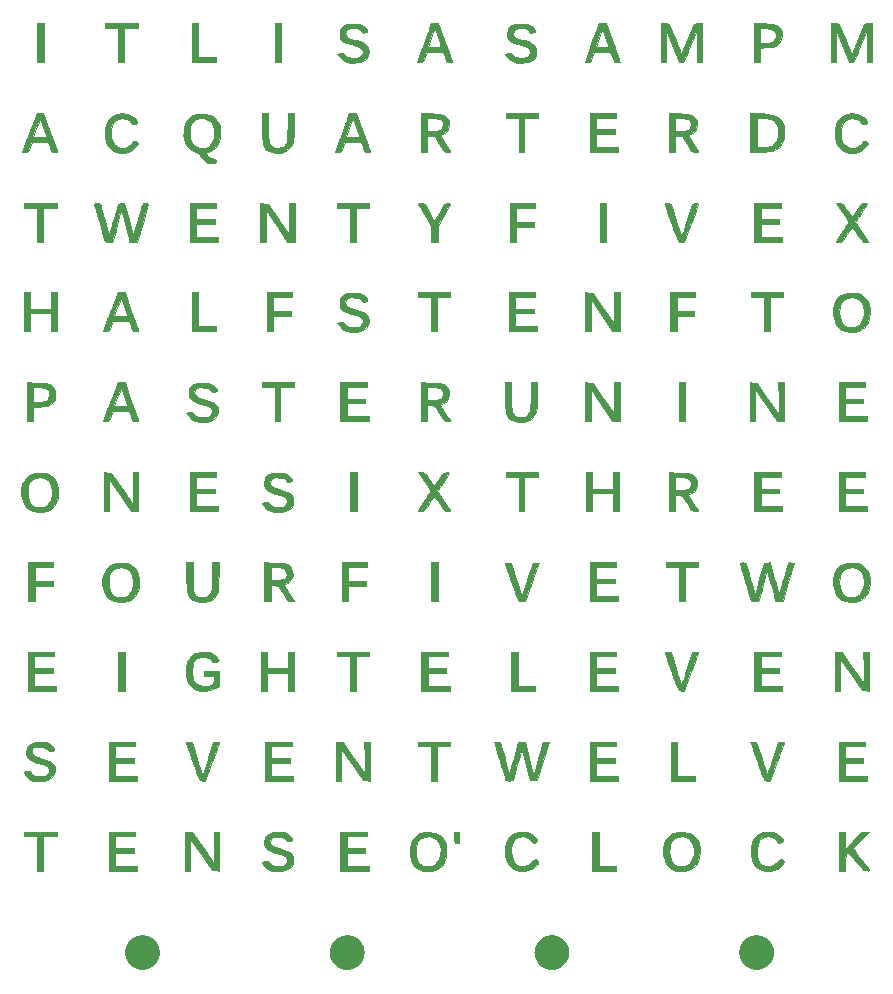
<source format=gbr>
G04 #@! TF.GenerationSoftware,KiCad,Pcbnew,(5.1.5)-2*
G04 #@! TF.CreationDate,2019-12-12T13:33:21-05:00*
G04 #@! TF.ProjectId,face,66616365-2e6b-4696-9361-645f70636258,rev?*
G04 #@! TF.SameCoordinates,Original*
G04 #@! TF.FileFunction,Soldermask,Top*
G04 #@! TF.FilePolarity,Negative*
%FSLAX46Y46*%
G04 Gerber Fmt 4.6, Leading zero omitted, Abs format (unit mm)*
G04 Created by KiCad (PCBNEW (5.1.5)-2) date 2019-12-12 13:33:21*
%MOMM*%
%LPD*%
G04 APERTURE LIST*
%ADD10C,0.010000*%
%ADD11C,3.000000*%
G04 APERTURE END LIST*
D10*
G36*
X35917919Y-82467039D02*
G01*
X36227010Y-82546558D01*
X36446591Y-82688491D01*
X36585749Y-82880455D01*
X36664206Y-83042121D01*
X36667644Y-83121855D01*
X36580415Y-83161214D01*
X36471416Y-83184076D01*
X36299509Y-83195103D01*
X36175542Y-83121438D01*
X36112527Y-83048595D01*
X35957943Y-82914283D01*
X35735926Y-82844391D01*
X35654778Y-82833146D01*
X35291789Y-82827522D01*
X35019594Y-82899689D01*
X34848093Y-83044746D01*
X34787188Y-83257794D01*
X34787166Y-83262499D01*
X34828676Y-83430640D01*
X34962061Y-83572830D01*
X35200601Y-83697665D01*
X35557579Y-83813742D01*
X35693358Y-83849041D01*
X36022353Y-83939051D01*
X36252794Y-84025556D01*
X36420569Y-84124606D01*
X36535963Y-84225846D01*
X36675058Y-84387635D01*
X36739821Y-84545518D01*
X36756623Y-84766745D01*
X36756685Y-84788742D01*
X36704242Y-85133675D01*
X36541687Y-85401332D01*
X36270193Y-85600121D01*
X36065273Y-85667760D01*
X35776718Y-85715369D01*
X35455793Y-85738954D01*
X35153762Y-85734523D01*
X34941675Y-85703598D01*
X34576618Y-85545217D01*
X34300397Y-85284917D01*
X34240749Y-85195864D01*
X34108304Y-84976486D01*
X34341677Y-84919181D01*
X34500676Y-84894071D01*
X34615812Y-84931766D01*
X34744930Y-85054316D01*
X34770035Y-85082460D01*
X34925627Y-85227230D01*
X35100389Y-85303636D01*
X35313853Y-85336926D01*
X35671572Y-85346188D01*
X35935442Y-85289195D01*
X36133908Y-85159443D01*
X36147182Y-85146362D01*
X36269972Y-84947494D01*
X36269225Y-84743972D01*
X36155079Y-84555513D01*
X35937669Y-84401836D01*
X35724572Y-84324233D01*
X35248156Y-84192924D01*
X34889840Y-84072644D01*
X34633715Y-83952028D01*
X34463871Y-83819714D01*
X34364399Y-83664337D01*
X34319388Y-83474535D01*
X34311765Y-83315150D01*
X34354192Y-82984800D01*
X34486790Y-82738193D01*
X34717535Y-82569469D01*
X35054402Y-82472772D01*
X35500268Y-82442241D01*
X35917919Y-82467039D01*
G37*
X35917919Y-82467039D02*
X36227010Y-82546558D01*
X36446591Y-82688491D01*
X36585749Y-82880455D01*
X36664206Y-83042121D01*
X36667644Y-83121855D01*
X36580415Y-83161214D01*
X36471416Y-83184076D01*
X36299509Y-83195103D01*
X36175542Y-83121438D01*
X36112527Y-83048595D01*
X35957943Y-82914283D01*
X35735926Y-82844391D01*
X35654778Y-82833146D01*
X35291789Y-82827522D01*
X35019594Y-82899689D01*
X34848093Y-83044746D01*
X34787188Y-83257794D01*
X34787166Y-83262499D01*
X34828676Y-83430640D01*
X34962061Y-83572830D01*
X35200601Y-83697665D01*
X35557579Y-83813742D01*
X35693358Y-83849041D01*
X36022353Y-83939051D01*
X36252794Y-84025556D01*
X36420569Y-84124606D01*
X36535963Y-84225846D01*
X36675058Y-84387635D01*
X36739821Y-84545518D01*
X36756623Y-84766745D01*
X36756685Y-84788742D01*
X36704242Y-85133675D01*
X36541687Y-85401332D01*
X36270193Y-85600121D01*
X36065273Y-85667760D01*
X35776718Y-85715369D01*
X35455793Y-85738954D01*
X35153762Y-85734523D01*
X34941675Y-85703598D01*
X34576618Y-85545217D01*
X34300397Y-85284917D01*
X34240749Y-85195864D01*
X34108304Y-84976486D01*
X34341677Y-84919181D01*
X34500676Y-84894071D01*
X34615812Y-84931766D01*
X34744930Y-85054316D01*
X34770035Y-85082460D01*
X34925627Y-85227230D01*
X35100389Y-85303636D01*
X35313853Y-85336926D01*
X35671572Y-85346188D01*
X35935442Y-85289195D01*
X36133908Y-85159443D01*
X36147182Y-85146362D01*
X36269972Y-84947494D01*
X36269225Y-84743972D01*
X36155079Y-84555513D01*
X35937669Y-84401836D01*
X35724572Y-84324233D01*
X35248156Y-84192924D01*
X34889840Y-84072644D01*
X34633715Y-83952028D01*
X34463871Y-83819714D01*
X34364399Y-83664337D01*
X34319388Y-83474535D01*
X34311765Y-83315150D01*
X34354192Y-82984800D01*
X34486790Y-82738193D01*
X34717535Y-82569469D01*
X35054402Y-82472772D01*
X35500268Y-82442241D01*
X35917919Y-82467039D01*
G36*
X48697278Y-82489247D02*
G01*
X49061049Y-82646436D01*
X49341901Y-82877295D01*
X49538356Y-83148171D01*
X49659885Y-83453132D01*
X49717707Y-83828386D01*
X49726472Y-84118378D01*
X49679877Y-84557397D01*
X49551779Y-84959922D01*
X49356391Y-85282833D01*
X49334100Y-85308638D01*
X49094607Y-85492839D01*
X48766520Y-85634323D01*
X48393341Y-85722341D01*
X48018571Y-85746147D01*
X47724867Y-85706205D01*
X47324976Y-85552231D01*
X47026692Y-85319441D01*
X46809801Y-84989739D01*
X46740801Y-84825307D01*
X46623058Y-84342213D01*
X46618019Y-84050800D01*
X47147848Y-84050800D01*
X47176463Y-84472488D01*
X47270276Y-84795113D01*
X47440532Y-85045611D01*
X47629896Y-85205670D01*
X47791653Y-85299753D01*
X47957697Y-85341420D01*
X48185239Y-85342656D01*
X48261046Y-85337867D01*
X48502275Y-85311357D01*
X48663088Y-85258003D01*
X48798876Y-85153383D01*
X48885167Y-85062713D01*
X49097271Y-84733756D01*
X49215642Y-84342112D01*
X49236045Y-83928376D01*
X49154245Y-83533141D01*
X49064928Y-83339689D01*
X48834995Y-83061561D01*
X48544683Y-82886645D01*
X48221935Y-82815390D01*
X47894692Y-82848244D01*
X47590899Y-82985653D01*
X47338497Y-83228066D01*
X47283056Y-83311129D01*
X47204348Y-83484583D01*
X47161932Y-83703700D01*
X47147980Y-84011297D01*
X47147848Y-84050800D01*
X46618019Y-84050800D01*
X46614583Y-83852107D01*
X46712478Y-83388809D01*
X46896253Y-83011924D01*
X47155644Y-82738325D01*
X47494973Y-82547631D01*
X47884709Y-82441470D01*
X48295321Y-82421467D01*
X48697278Y-82489247D01*
G37*
X48697278Y-82489247D02*
X49061049Y-82646436D01*
X49341901Y-82877295D01*
X49538356Y-83148171D01*
X49659885Y-83453132D01*
X49717707Y-83828386D01*
X49726472Y-84118378D01*
X49679877Y-84557397D01*
X49551779Y-84959922D01*
X49356391Y-85282833D01*
X49334100Y-85308638D01*
X49094607Y-85492839D01*
X48766520Y-85634323D01*
X48393341Y-85722341D01*
X48018571Y-85746147D01*
X47724867Y-85706205D01*
X47324976Y-85552231D01*
X47026692Y-85319441D01*
X46809801Y-84989739D01*
X46740801Y-84825307D01*
X46623058Y-84342213D01*
X46618019Y-84050800D01*
X47147848Y-84050800D01*
X47176463Y-84472488D01*
X47270276Y-84795113D01*
X47440532Y-85045611D01*
X47629896Y-85205670D01*
X47791653Y-85299753D01*
X47957697Y-85341420D01*
X48185239Y-85342656D01*
X48261046Y-85337867D01*
X48502275Y-85311357D01*
X48663088Y-85258003D01*
X48798876Y-85153383D01*
X48885167Y-85062713D01*
X49097271Y-84733756D01*
X49215642Y-84342112D01*
X49236045Y-83928376D01*
X49154245Y-83533141D01*
X49064928Y-83339689D01*
X48834995Y-83061561D01*
X48544683Y-82886645D01*
X48221935Y-82815390D01*
X47894692Y-82848244D01*
X47590899Y-82985653D01*
X47338497Y-83228066D01*
X47283056Y-83311129D01*
X47204348Y-83484583D01*
X47161932Y-83703700D01*
X47147980Y-84011297D01*
X47147848Y-84050800D01*
X46618019Y-84050800D01*
X46614583Y-83852107D01*
X46712478Y-83388809D01*
X46896253Y-83011924D01*
X47155644Y-82738325D01*
X47494973Y-82547631D01*
X47884709Y-82441470D01*
X48295321Y-82421467D01*
X48697278Y-82489247D01*
G36*
X56563248Y-82457695D02*
G01*
X56937561Y-82602552D01*
X57253708Y-82843632D01*
X57358892Y-82968700D01*
X57443976Y-83127539D01*
X57413439Y-83235118D01*
X57258441Y-83310886D01*
X57195543Y-83328055D01*
X57048400Y-83332849D01*
X56950094Y-83233501D01*
X56935542Y-83207239D01*
X56755080Y-83001056D01*
X56493414Y-82867515D01*
X56189186Y-82814639D01*
X55881036Y-82850452D01*
X55665420Y-82943503D01*
X55449034Y-83138214D01*
X55309143Y-83416174D01*
X55239782Y-83792662D01*
X55229518Y-84060104D01*
X55259422Y-84485783D01*
X55355515Y-84810514D01*
X55527671Y-85058291D01*
X55697878Y-85198226D01*
X55990834Y-85323594D01*
X56306889Y-85341402D01*
X56609690Y-85259730D01*
X56862880Y-85086658D01*
X56993945Y-84910184D01*
X57123344Y-84765100D01*
X57288161Y-84752449D01*
X57440208Y-84833343D01*
X57513386Y-84897376D01*
X57522376Y-84963223D01*
X57458857Y-85068790D01*
X57361095Y-85193749D01*
X57186019Y-85382699D01*
X56997461Y-85543208D01*
X56936669Y-85583707D01*
X56673680Y-85683455D01*
X56337241Y-85733896D01*
X55981966Y-85731478D01*
X55662468Y-85672651D01*
X55646623Y-85667578D01*
X55276565Y-85478876D01*
X54994821Y-85187573D01*
X54804002Y-84797586D01*
X54706722Y-84312834D01*
X54701603Y-84250529D01*
X54709050Y-83809557D01*
X54787878Y-83397237D01*
X54928455Y-83050813D01*
X55059643Y-82866167D01*
X55378968Y-82613299D01*
X55755187Y-82461786D01*
X56159535Y-82410346D01*
X56563248Y-82457695D01*
G37*
X56563248Y-82457695D02*
X56937561Y-82602552D01*
X57253708Y-82843632D01*
X57358892Y-82968700D01*
X57443976Y-83127539D01*
X57413439Y-83235118D01*
X57258441Y-83310886D01*
X57195543Y-83328055D01*
X57048400Y-83332849D01*
X56950094Y-83233501D01*
X56935542Y-83207239D01*
X56755080Y-83001056D01*
X56493414Y-82867515D01*
X56189186Y-82814639D01*
X55881036Y-82850452D01*
X55665420Y-82943503D01*
X55449034Y-83138214D01*
X55309143Y-83416174D01*
X55239782Y-83792662D01*
X55229518Y-84060104D01*
X55259422Y-84485783D01*
X55355515Y-84810514D01*
X55527671Y-85058291D01*
X55697878Y-85198226D01*
X55990834Y-85323594D01*
X56306889Y-85341402D01*
X56609690Y-85259730D01*
X56862880Y-85086658D01*
X56993945Y-84910184D01*
X57123344Y-84765100D01*
X57288161Y-84752449D01*
X57440208Y-84833343D01*
X57513386Y-84897376D01*
X57522376Y-84963223D01*
X57458857Y-85068790D01*
X57361095Y-85193749D01*
X57186019Y-85382699D01*
X56997461Y-85543208D01*
X56936669Y-85583707D01*
X56673680Y-85683455D01*
X56337241Y-85733896D01*
X55981966Y-85731478D01*
X55662468Y-85672651D01*
X55646623Y-85667578D01*
X55276565Y-85478876D01*
X54994821Y-85187573D01*
X54804002Y-84797586D01*
X54706722Y-84312834D01*
X54701603Y-84250529D01*
X54709050Y-83809557D01*
X54787878Y-83397237D01*
X54928455Y-83050813D01*
X55059643Y-82866167D01*
X55378968Y-82613299D01*
X55755187Y-82461786D01*
X56159535Y-82410346D01*
X56563248Y-82457695D01*
G36*
X70158241Y-82489247D02*
G01*
X70522012Y-82646436D01*
X70802863Y-82877295D01*
X70999319Y-83148171D01*
X71120848Y-83453132D01*
X71178669Y-83828386D01*
X71187435Y-84118378D01*
X71140840Y-84557397D01*
X71012741Y-84959922D01*
X70817354Y-85282833D01*
X70795063Y-85308638D01*
X70555570Y-85492839D01*
X70227483Y-85634323D01*
X69854304Y-85722341D01*
X69479534Y-85746147D01*
X69185829Y-85706205D01*
X68785938Y-85552231D01*
X68487655Y-85319441D01*
X68270764Y-84989739D01*
X68201764Y-84825307D01*
X68084020Y-84342213D01*
X68078982Y-84050800D01*
X68608810Y-84050800D01*
X68637425Y-84472488D01*
X68731239Y-84795113D01*
X68901494Y-85045611D01*
X69090858Y-85205670D01*
X69252615Y-85299753D01*
X69418660Y-85341420D01*
X69646201Y-85342656D01*
X69722008Y-85337867D01*
X69963238Y-85311357D01*
X70124051Y-85258003D01*
X70259839Y-85153383D01*
X70346130Y-85062713D01*
X70558234Y-84733756D01*
X70676604Y-84342112D01*
X70697007Y-83928376D01*
X70615207Y-83533141D01*
X70525891Y-83339689D01*
X70295958Y-83061561D01*
X70005646Y-82886645D01*
X69682897Y-82815390D01*
X69355655Y-82848244D01*
X69051862Y-82985653D01*
X68799460Y-83228066D01*
X68744018Y-83311129D01*
X68665311Y-83484583D01*
X68622894Y-83703700D01*
X68608943Y-84011297D01*
X68608810Y-84050800D01*
X68078982Y-84050800D01*
X68075546Y-83852107D01*
X68173441Y-83388809D01*
X68357216Y-83011924D01*
X68616607Y-82738325D01*
X68955935Y-82547631D01*
X69345671Y-82441470D01*
X69756283Y-82421467D01*
X70158241Y-82489247D01*
G37*
X70158241Y-82489247D02*
X70522012Y-82646436D01*
X70802863Y-82877295D01*
X70999319Y-83148171D01*
X71120848Y-83453132D01*
X71178669Y-83828386D01*
X71187435Y-84118378D01*
X71140840Y-84557397D01*
X71012741Y-84959922D01*
X70817354Y-85282833D01*
X70795063Y-85308638D01*
X70555570Y-85492839D01*
X70227483Y-85634323D01*
X69854304Y-85722341D01*
X69479534Y-85746147D01*
X69185829Y-85706205D01*
X68785938Y-85552231D01*
X68487655Y-85319441D01*
X68270764Y-84989739D01*
X68201764Y-84825307D01*
X68084020Y-84342213D01*
X68078982Y-84050800D01*
X68608810Y-84050800D01*
X68637425Y-84472488D01*
X68731239Y-84795113D01*
X68901494Y-85045611D01*
X69090858Y-85205670D01*
X69252615Y-85299753D01*
X69418660Y-85341420D01*
X69646201Y-85342656D01*
X69722008Y-85337867D01*
X69963238Y-85311357D01*
X70124051Y-85258003D01*
X70259839Y-85153383D01*
X70346130Y-85062713D01*
X70558234Y-84733756D01*
X70676604Y-84342112D01*
X70697007Y-83928376D01*
X70615207Y-83533141D01*
X70525891Y-83339689D01*
X70295958Y-83061561D01*
X70005646Y-82886645D01*
X69682897Y-82815390D01*
X69355655Y-82848244D01*
X69051862Y-82985653D01*
X68799460Y-83228066D01*
X68744018Y-83311129D01*
X68665311Y-83484583D01*
X68622894Y-83703700D01*
X68608943Y-84011297D01*
X68608810Y-84050800D01*
X68078982Y-84050800D01*
X68075546Y-83852107D01*
X68173441Y-83388809D01*
X68357216Y-83011924D01*
X68616607Y-82738325D01*
X68955935Y-82547631D01*
X69345671Y-82441470D01*
X69756283Y-82421467D01*
X70158241Y-82489247D01*
G36*
X77345066Y-82457695D02*
G01*
X77719379Y-82602552D01*
X78035527Y-82843632D01*
X78140710Y-82968700D01*
X78225794Y-83127539D01*
X78195257Y-83235118D01*
X78040259Y-83310886D01*
X77977361Y-83328055D01*
X77830218Y-83332849D01*
X77731912Y-83233501D01*
X77717360Y-83207239D01*
X77536898Y-83001056D01*
X77275232Y-82867515D01*
X76971004Y-82814639D01*
X76662855Y-82850452D01*
X76447238Y-82943503D01*
X76230852Y-83138214D01*
X76090961Y-83416174D01*
X76021600Y-83792662D01*
X76011336Y-84060104D01*
X76041240Y-84485783D01*
X76137333Y-84810514D01*
X76309489Y-85058291D01*
X76479696Y-85198226D01*
X76772652Y-85323594D01*
X77088708Y-85341402D01*
X77391508Y-85259730D01*
X77644699Y-85086658D01*
X77775763Y-84910184D01*
X77905162Y-84765100D01*
X78069979Y-84752449D01*
X78222026Y-84833343D01*
X78295204Y-84897376D01*
X78304194Y-84963223D01*
X78240675Y-85068790D01*
X78142913Y-85193749D01*
X77967837Y-85382699D01*
X77779279Y-85543208D01*
X77718487Y-85583707D01*
X77455498Y-85683455D01*
X77119059Y-85733896D01*
X76763784Y-85731478D01*
X76444286Y-85672651D01*
X76428441Y-85667578D01*
X76058384Y-85478876D01*
X75776639Y-85187573D01*
X75585820Y-84797586D01*
X75488540Y-84312834D01*
X75483421Y-84250529D01*
X75490868Y-83809557D01*
X75569696Y-83397237D01*
X75710273Y-83050813D01*
X75841461Y-82866167D01*
X76160786Y-82613299D01*
X76537005Y-82461786D01*
X76941353Y-82410346D01*
X77345066Y-82457695D01*
G37*
X77345066Y-82457695D02*
X77719379Y-82602552D01*
X78035527Y-82843632D01*
X78140710Y-82968700D01*
X78225794Y-83127539D01*
X78195257Y-83235118D01*
X78040259Y-83310886D01*
X77977361Y-83328055D01*
X77830218Y-83332849D01*
X77731912Y-83233501D01*
X77717360Y-83207239D01*
X77536898Y-83001056D01*
X77275232Y-82867515D01*
X76971004Y-82814639D01*
X76662855Y-82850452D01*
X76447238Y-82943503D01*
X76230852Y-83138214D01*
X76090961Y-83416174D01*
X76021600Y-83792662D01*
X76011336Y-84060104D01*
X76041240Y-84485783D01*
X76137333Y-84810514D01*
X76309489Y-85058291D01*
X76479696Y-85198226D01*
X76772652Y-85323594D01*
X77088708Y-85341402D01*
X77391508Y-85259730D01*
X77644699Y-85086658D01*
X77775763Y-84910184D01*
X77905162Y-84765100D01*
X78069979Y-84752449D01*
X78222026Y-84833343D01*
X78295204Y-84897376D01*
X78304194Y-84963223D01*
X78240675Y-85068790D01*
X78142913Y-85193749D01*
X77967837Y-85382699D01*
X77779279Y-85543208D01*
X77718487Y-85583707D01*
X77455498Y-85683455D01*
X77119059Y-85733896D01*
X76763784Y-85731478D01*
X76444286Y-85672651D01*
X76428441Y-85667578D01*
X76058384Y-85478876D01*
X75776639Y-85187573D01*
X75585820Y-84797586D01*
X75488540Y-84312834D01*
X75483421Y-84250529D01*
X75490868Y-83809557D01*
X75569696Y-83397237D01*
X75710273Y-83050813D01*
X75841461Y-82866167D01*
X76160786Y-82613299D01*
X76537005Y-82461786D01*
X76941353Y-82410346D01*
X77345066Y-82457695D01*
G36*
X16721925Y-82814054D02*
G01*
X15567380Y-82814054D01*
X15567380Y-85697297D01*
X15091979Y-85697297D01*
X15091979Y-82814054D01*
X14005348Y-82814054D01*
X14005348Y-82402162D01*
X16721925Y-82402162D01*
X16721925Y-82814054D01*
G37*
X16721925Y-82814054D02*
X15567380Y-82814054D01*
X15567380Y-85697297D01*
X15091979Y-85697297D01*
X15091979Y-82814054D01*
X14005348Y-82814054D01*
X14005348Y-82402162D01*
X16721925Y-82402162D01*
X16721925Y-82814054D01*
G36*
X23377540Y-82814054D02*
G01*
X21679679Y-82814054D01*
X21679679Y-83775135D01*
X23241711Y-83775135D01*
X23241711Y-84187027D01*
X21679679Y-84187027D01*
X21679679Y-85285405D01*
X23513369Y-85285405D01*
X23513369Y-85697297D01*
X21136364Y-85697297D01*
X21136364Y-82402162D01*
X23377540Y-82402162D01*
X23377540Y-82814054D01*
G37*
X23377540Y-82814054D02*
X21679679Y-82814054D01*
X21679679Y-83775135D01*
X23241711Y-83775135D01*
X23241711Y-84187027D01*
X21679679Y-84187027D01*
X21679679Y-85285405D01*
X23513369Y-85285405D01*
X23513369Y-85697297D01*
X21136364Y-85697297D01*
X21136364Y-82402162D01*
X23377540Y-82402162D01*
X23377540Y-82814054D01*
G36*
X27908999Y-82415563D02*
G01*
X28229761Y-82436486D01*
X29089562Y-83695029D01*
X29341822Y-84063130D01*
X29570161Y-84394150D01*
X29762669Y-84671000D01*
X29907435Y-84876589D01*
X29992550Y-84993829D01*
X30008238Y-85013230D01*
X30025898Y-84967499D01*
X30039239Y-84802484D01*
X30047709Y-84536142D01*
X30050758Y-84186434D01*
X30047835Y-83771319D01*
X30047352Y-83737525D01*
X30027591Y-82402162D01*
X30508556Y-82402162D01*
X30508556Y-85704820D01*
X30188907Y-85683896D01*
X29869258Y-85662973D01*
X28966447Y-84329875D01*
X28063637Y-82996778D01*
X28063637Y-85697297D01*
X27588236Y-85697297D01*
X27588236Y-82394639D01*
X27908999Y-82415563D01*
G37*
X27908999Y-82415563D02*
X28229761Y-82436486D01*
X29089562Y-83695029D01*
X29341822Y-84063130D01*
X29570161Y-84394150D01*
X29762669Y-84671000D01*
X29907435Y-84876589D01*
X29992550Y-84993829D01*
X30008238Y-85013230D01*
X30025898Y-84967499D01*
X30039239Y-84802484D01*
X30047709Y-84536142D01*
X30050758Y-84186434D01*
X30047835Y-83771319D01*
X30047352Y-83737525D01*
X30027591Y-82402162D01*
X30508556Y-82402162D01*
X30508556Y-85704820D01*
X30188907Y-85683896D01*
X29869258Y-85662973D01*
X28966447Y-84329875D01*
X28063637Y-82996778D01*
X28063637Y-85697297D01*
X27588236Y-85697297D01*
X27588236Y-82394639D01*
X27908999Y-82415563D01*
G36*
X43004813Y-82814054D02*
G01*
X41306952Y-82814054D01*
X41306952Y-83775135D01*
X42868984Y-83775135D01*
X42868984Y-84187027D01*
X41306952Y-84187027D01*
X41306952Y-85285405D01*
X43140642Y-85285405D01*
X43140642Y-85697297D01*
X40763637Y-85697297D01*
X40763637Y-82402162D01*
X43004813Y-82402162D01*
X43004813Y-82814054D01*
G37*
X43004813Y-82814054D02*
X41306952Y-82814054D01*
X41306952Y-83775135D01*
X42868984Y-83775135D01*
X42868984Y-84187027D01*
X41306952Y-84187027D01*
X41306952Y-85285405D01*
X43140642Y-85285405D01*
X43140642Y-85697297D01*
X40763637Y-85697297D01*
X40763637Y-82402162D01*
X43004813Y-82402162D01*
X43004813Y-82814054D01*
G36*
X62632086Y-85285405D02*
G01*
X64126203Y-85285405D01*
X64126203Y-85697297D01*
X62088770Y-85697297D01*
X62088770Y-82402162D01*
X62632086Y-82402162D01*
X62632086Y-85285405D01*
G37*
X62632086Y-85285405D02*
X64126203Y-85285405D01*
X64126203Y-85697297D01*
X62088770Y-85697297D01*
X62088770Y-82402162D01*
X62632086Y-82402162D01*
X62632086Y-85285405D01*
G36*
X83515776Y-83921216D02*
G01*
X84188195Y-83161689D01*
X84448703Y-82868734D01*
X84638582Y-82662850D01*
X84777652Y-82528683D01*
X84885737Y-82450876D01*
X84982658Y-82414076D01*
X85088238Y-82402927D01*
X85168688Y-82402162D01*
X85476762Y-82402162D01*
X84818863Y-83079032D01*
X84579586Y-83330456D01*
X84379205Y-83551008D01*
X84235190Y-83720691D01*
X84165010Y-83819508D01*
X84160963Y-83832123D01*
X84202407Y-83908915D01*
X84316652Y-84070225D01*
X84488566Y-84295926D01*
X84703017Y-84565892D01*
X84826256Y-84717009D01*
X85111027Y-85062858D01*
X85317112Y-85316342D01*
X85451441Y-85491681D01*
X85520947Y-85603096D01*
X85532563Y-85664807D01*
X85493220Y-85691034D01*
X85409851Y-85695999D01*
X85302538Y-85694035D01*
X85184402Y-85689392D01*
X85087325Y-85667447D01*
X84991715Y-85611663D01*
X84877976Y-85505499D01*
X84726516Y-85332416D01*
X84517740Y-85075874D01*
X84407961Y-84938900D01*
X84187643Y-84668441D01*
X83995273Y-84441165D01*
X83847721Y-84276342D01*
X83761861Y-84193241D01*
X83749646Y-84187027D01*
X83672994Y-84237374D01*
X83587541Y-84339599D01*
X83528361Y-84479439D01*
X83494287Y-84704559D01*
X83481991Y-85038724D01*
X83481818Y-85094734D01*
X83481818Y-85697297D01*
X82938503Y-85697297D01*
X82938503Y-82402162D01*
X83477370Y-82402162D01*
X83515776Y-83921216D01*
G37*
X83515776Y-83921216D02*
X84188195Y-83161689D01*
X84448703Y-82868734D01*
X84638582Y-82662850D01*
X84777652Y-82528683D01*
X84885737Y-82450876D01*
X84982658Y-82414076D01*
X85088238Y-82402927D01*
X85168688Y-82402162D01*
X85476762Y-82402162D01*
X84818863Y-83079032D01*
X84579586Y-83330456D01*
X84379205Y-83551008D01*
X84235190Y-83720691D01*
X84165010Y-83819508D01*
X84160963Y-83832123D01*
X84202407Y-83908915D01*
X84316652Y-84070225D01*
X84488566Y-84295926D01*
X84703017Y-84565892D01*
X84826256Y-84717009D01*
X85111027Y-85062858D01*
X85317112Y-85316342D01*
X85451441Y-85491681D01*
X85520947Y-85603096D01*
X85532563Y-85664807D01*
X85493220Y-85691034D01*
X85409851Y-85695999D01*
X85302538Y-85694035D01*
X85184402Y-85689392D01*
X85087325Y-85667447D01*
X84991715Y-85611663D01*
X84877976Y-85505499D01*
X84726516Y-85332416D01*
X84517740Y-85075874D01*
X84407961Y-84938900D01*
X84187643Y-84668441D01*
X83995273Y-84441165D01*
X83847721Y-84276342D01*
X83761861Y-84193241D01*
X83749646Y-84187027D01*
X83672994Y-84237374D01*
X83587541Y-84339599D01*
X83528361Y-84479439D01*
X83494287Y-84704559D01*
X83481991Y-85038724D01*
X83481818Y-85094734D01*
X83481818Y-85697297D01*
X82938503Y-85697297D01*
X82938503Y-82402162D01*
X83477370Y-82402162D01*
X83515776Y-83921216D01*
G36*
X50814974Y-83363243D02*
G01*
X50611230Y-83363243D01*
X50488329Y-83355010D01*
X50428399Y-83306106D01*
X50408652Y-83180222D01*
X50406560Y-83037162D01*
X50397404Y-82805532D01*
X50375477Y-82608715D01*
X50364681Y-82556621D01*
X50352157Y-82454369D01*
X50410447Y-82411063D01*
X50569352Y-82402162D01*
X50814974Y-82402162D01*
X50814974Y-83363243D01*
G37*
X50814974Y-83363243D02*
X50611230Y-83363243D01*
X50488329Y-83355010D01*
X50428399Y-83306106D01*
X50408652Y-83180222D01*
X50406560Y-83037162D01*
X50397404Y-82805532D01*
X50375477Y-82608715D01*
X50364681Y-82556621D01*
X50352157Y-82454369D01*
X50410447Y-82411063D01*
X50569352Y-82402162D01*
X50814974Y-82402162D01*
X50814974Y-83363243D01*
G36*
X15747331Y-74847039D02*
G01*
X16056422Y-74926558D01*
X16276003Y-75068491D01*
X16415161Y-75260455D01*
X16493618Y-75422121D01*
X16497056Y-75501855D01*
X16409827Y-75541214D01*
X16300828Y-75564076D01*
X16128921Y-75575103D01*
X16004953Y-75501438D01*
X15941938Y-75428595D01*
X15787355Y-75294283D01*
X15565338Y-75224391D01*
X15484190Y-75213146D01*
X15121201Y-75207522D01*
X14849005Y-75279689D01*
X14677505Y-75424746D01*
X14616600Y-75637794D01*
X14616578Y-75642499D01*
X14658088Y-75810640D01*
X14791473Y-75952830D01*
X15030013Y-76077665D01*
X15386991Y-76193742D01*
X15522770Y-76229041D01*
X15851765Y-76319051D01*
X16082206Y-76405556D01*
X16249981Y-76504606D01*
X16365375Y-76605846D01*
X16504469Y-76767635D01*
X16569232Y-76925518D01*
X16586034Y-77146745D01*
X16586096Y-77168742D01*
X16533654Y-77513675D01*
X16371099Y-77781332D01*
X16099604Y-77980121D01*
X15894684Y-78047760D01*
X15606130Y-78095369D01*
X15285205Y-78118954D01*
X14983174Y-78114523D01*
X14771086Y-78083598D01*
X14406029Y-77925217D01*
X14129809Y-77664917D01*
X14070161Y-77575864D01*
X13937716Y-77356486D01*
X14171089Y-77299181D01*
X14330087Y-77274071D01*
X14445223Y-77311766D01*
X14574342Y-77434316D01*
X14599446Y-77462460D01*
X14755039Y-77607230D01*
X14929800Y-77683636D01*
X15143265Y-77716926D01*
X15500983Y-77726188D01*
X15764854Y-77669195D01*
X15963320Y-77539443D01*
X15976594Y-77526362D01*
X16099383Y-77327494D01*
X16098637Y-77123972D01*
X15984491Y-76935513D01*
X15767081Y-76781836D01*
X15553984Y-76704233D01*
X15077567Y-76572924D01*
X14719252Y-76452644D01*
X14463127Y-76332028D01*
X14293283Y-76199714D01*
X14193810Y-76044337D01*
X14148799Y-75854535D01*
X14141177Y-75695150D01*
X14183604Y-75364800D01*
X14316202Y-75118193D01*
X14546946Y-74949469D01*
X14883814Y-74852772D01*
X15329679Y-74822241D01*
X15747331Y-74847039D01*
G37*
X15747331Y-74847039D02*
X16056422Y-74926558D01*
X16276003Y-75068491D01*
X16415161Y-75260455D01*
X16493618Y-75422121D01*
X16497056Y-75501855D01*
X16409827Y-75541214D01*
X16300828Y-75564076D01*
X16128921Y-75575103D01*
X16004953Y-75501438D01*
X15941938Y-75428595D01*
X15787355Y-75294283D01*
X15565338Y-75224391D01*
X15484190Y-75213146D01*
X15121201Y-75207522D01*
X14849005Y-75279689D01*
X14677505Y-75424746D01*
X14616600Y-75637794D01*
X14616578Y-75642499D01*
X14658088Y-75810640D01*
X14791473Y-75952830D01*
X15030013Y-76077665D01*
X15386991Y-76193742D01*
X15522770Y-76229041D01*
X15851765Y-76319051D01*
X16082206Y-76405556D01*
X16249981Y-76504606D01*
X16365375Y-76605846D01*
X16504469Y-76767635D01*
X16569232Y-76925518D01*
X16586034Y-77146745D01*
X16586096Y-77168742D01*
X16533654Y-77513675D01*
X16371099Y-77781332D01*
X16099604Y-77980121D01*
X15894684Y-78047760D01*
X15606130Y-78095369D01*
X15285205Y-78118954D01*
X14983174Y-78114523D01*
X14771086Y-78083598D01*
X14406029Y-77925217D01*
X14129809Y-77664917D01*
X14070161Y-77575864D01*
X13937716Y-77356486D01*
X14171089Y-77299181D01*
X14330087Y-77274071D01*
X14445223Y-77311766D01*
X14574342Y-77434316D01*
X14599446Y-77462460D01*
X14755039Y-77607230D01*
X14929800Y-77683636D01*
X15143265Y-77716926D01*
X15500983Y-77726188D01*
X15764854Y-77669195D01*
X15963320Y-77539443D01*
X15976594Y-77526362D01*
X16099383Y-77327494D01*
X16098637Y-77123972D01*
X15984491Y-76935513D01*
X15767081Y-76781836D01*
X15553984Y-76704233D01*
X15077567Y-76572924D01*
X14719252Y-76452644D01*
X14463127Y-76332028D01*
X14293283Y-76199714D01*
X14193810Y-76044337D01*
X14148799Y-75854535D01*
X14141177Y-75695150D01*
X14183604Y-75364800D01*
X14316202Y-75118193D01*
X14546946Y-74949469D01*
X14883814Y-74852772D01*
X15329679Y-74822241D01*
X15747331Y-74847039D01*
G36*
X23377540Y-75194054D02*
G01*
X21679679Y-75194054D01*
X21679679Y-76155135D01*
X23241711Y-76155135D01*
X23241711Y-76567027D01*
X21679679Y-76567027D01*
X21679679Y-77665405D01*
X23513369Y-77665405D01*
X23513369Y-78077297D01*
X21136364Y-78077297D01*
X21136364Y-74782162D01*
X23377540Y-74782162D01*
X23377540Y-75194054D01*
G37*
X23377540Y-75194054D02*
X21679679Y-75194054D01*
X21679679Y-76155135D01*
X23241711Y-76155135D01*
X23241711Y-76567027D01*
X21679679Y-76567027D01*
X21679679Y-77665405D01*
X23513369Y-77665405D01*
X23513369Y-78077297D01*
X21136364Y-78077297D01*
X21136364Y-74782162D01*
X23377540Y-74782162D01*
X23377540Y-75194054D01*
G36*
X30504441Y-74806216D02*
G01*
X30508556Y-74812872D01*
X30486056Y-74885392D01*
X30422768Y-75068904D01*
X30325009Y-75345624D01*
X30199098Y-75697767D01*
X30051351Y-76107549D01*
X29921802Y-76464584D01*
X29335047Y-78077297D01*
X29077751Y-78077297D01*
X28933734Y-78070589D01*
X28841826Y-78030361D01*
X28771155Y-77926456D01*
X28690846Y-77728719D01*
X28673629Y-77682567D01*
X28551286Y-77350902D01*
X28413799Y-76973632D01*
X28268672Y-76571866D01*
X28123411Y-76166712D01*
X27985521Y-75779280D01*
X27862507Y-75430679D01*
X27761874Y-75142017D01*
X27691128Y-74934403D01*
X27657772Y-74828947D01*
X27656150Y-74820796D01*
X27715796Y-74795661D01*
X27863721Y-74792094D01*
X27909728Y-74795180D01*
X28163306Y-74816486D01*
X28605851Y-76206537D01*
X28738098Y-76617126D01*
X28857765Y-76979567D01*
X28958335Y-77274858D01*
X29033290Y-77483993D01*
X29076112Y-77587968D01*
X29082353Y-77595999D01*
X29112244Y-77533546D01*
X29176631Y-77359233D01*
X29268988Y-77092086D01*
X29382785Y-76751130D01*
X29511494Y-76355389D01*
X29559338Y-76205948D01*
X30002365Y-74816486D01*
X30255461Y-74795180D01*
X30418251Y-74790672D01*
X30504441Y-74806216D01*
G37*
X30504441Y-74806216D02*
X30508556Y-74812872D01*
X30486056Y-74885392D01*
X30422768Y-75068904D01*
X30325009Y-75345624D01*
X30199098Y-75697767D01*
X30051351Y-76107549D01*
X29921802Y-76464584D01*
X29335047Y-78077297D01*
X29077751Y-78077297D01*
X28933734Y-78070589D01*
X28841826Y-78030361D01*
X28771155Y-77926456D01*
X28690846Y-77728719D01*
X28673629Y-77682567D01*
X28551286Y-77350902D01*
X28413799Y-76973632D01*
X28268672Y-76571866D01*
X28123411Y-76166712D01*
X27985521Y-75779280D01*
X27862507Y-75430679D01*
X27761874Y-75142017D01*
X27691128Y-74934403D01*
X27657772Y-74828947D01*
X27656150Y-74820796D01*
X27715796Y-74795661D01*
X27863721Y-74792094D01*
X27909728Y-74795180D01*
X28163306Y-74816486D01*
X28605851Y-76206537D01*
X28738098Y-76617126D01*
X28857765Y-76979567D01*
X28958335Y-77274858D01*
X29033290Y-77483993D01*
X29076112Y-77587968D01*
X29082353Y-77595999D01*
X29112244Y-77533546D01*
X29176631Y-77359233D01*
X29268988Y-77092086D01*
X29382785Y-76751130D01*
X29511494Y-76355389D01*
X29559338Y-76205948D01*
X30002365Y-74816486D01*
X30255461Y-74795180D01*
X30418251Y-74790672D01*
X30504441Y-74806216D01*
G36*
X36620856Y-75194054D02*
G01*
X34922995Y-75194054D01*
X34922995Y-76155135D01*
X36485027Y-76155135D01*
X36485027Y-76567027D01*
X34922995Y-76567027D01*
X34922995Y-77665405D01*
X36756685Y-77665405D01*
X36756685Y-78077297D01*
X34379679Y-78077297D01*
X34379679Y-74782162D01*
X36620856Y-74782162D01*
X36620856Y-75194054D01*
G37*
X36620856Y-75194054D02*
X34922995Y-75194054D01*
X34922995Y-76155135D01*
X36485027Y-76155135D01*
X36485027Y-76567027D01*
X34922995Y-76567027D01*
X34922995Y-77665405D01*
X36756685Y-77665405D01*
X36756685Y-78077297D01*
X34379679Y-78077297D01*
X34379679Y-74782162D01*
X36620856Y-74782162D01*
X36620856Y-75194054D01*
G36*
X40676913Y-74795563D02*
G01*
X40997676Y-74816486D01*
X41857476Y-76075029D01*
X42109737Y-76443130D01*
X42338076Y-76774150D01*
X42530583Y-77051000D01*
X42675350Y-77256589D01*
X42760464Y-77373829D01*
X42776152Y-77393230D01*
X42793813Y-77347499D01*
X42807153Y-77182484D01*
X42815623Y-76916142D01*
X42818672Y-76566434D01*
X42815749Y-76151319D01*
X42815266Y-76117525D01*
X42795505Y-74782162D01*
X43276471Y-74782162D01*
X43276471Y-78084820D01*
X42956822Y-78063896D01*
X42637173Y-78042973D01*
X41734362Y-76709875D01*
X40831551Y-75376778D01*
X40831551Y-78077297D01*
X40356150Y-78077297D01*
X40356150Y-74774639D01*
X40676913Y-74795563D01*
G37*
X40676913Y-74795563D02*
X40997676Y-74816486D01*
X41857476Y-76075029D01*
X42109737Y-76443130D01*
X42338076Y-76774150D01*
X42530583Y-77051000D01*
X42675350Y-77256589D01*
X42760464Y-77373829D01*
X42776152Y-77393230D01*
X42793813Y-77347499D01*
X42807153Y-77182484D01*
X42815623Y-76916142D01*
X42818672Y-76566434D01*
X42815749Y-76151319D01*
X42815266Y-76117525D01*
X42795505Y-74782162D01*
X43276471Y-74782162D01*
X43276471Y-78084820D01*
X42956822Y-78063896D01*
X42637173Y-78042973D01*
X41734362Y-76709875D01*
X40831551Y-75376778D01*
X40831551Y-78077297D01*
X40356150Y-78077297D01*
X40356150Y-74774639D01*
X40676913Y-74795563D01*
G36*
X50067915Y-75194054D02*
G01*
X48913369Y-75194054D01*
X48913369Y-78077297D01*
X48437968Y-78077297D01*
X48437968Y-75194054D01*
X47351337Y-75194054D01*
X47351337Y-74782162D01*
X50067915Y-74782162D01*
X50067915Y-75194054D01*
G37*
X50067915Y-75194054D02*
X48913369Y-75194054D01*
X48913369Y-78077297D01*
X48437968Y-78077297D01*
X48437968Y-75194054D01*
X47351337Y-75194054D01*
X47351337Y-74782162D01*
X50067915Y-74782162D01*
X50067915Y-75194054D01*
G36*
X56716571Y-76153813D02*
G01*
X56827291Y-76562687D01*
X56927679Y-76920167D01*
X57012126Y-77207343D01*
X57075022Y-77405305D01*
X57110757Y-77495143D01*
X57115392Y-77498135D01*
X57142641Y-77424937D01*
X57199776Y-77239871D01*
X57280790Y-76963488D01*
X57379677Y-76616339D01*
X57490430Y-76218973D01*
X57509354Y-76150274D01*
X57621388Y-75746762D01*
X57722410Y-75390208D01*
X57806441Y-75101130D01*
X57867501Y-74900042D01*
X57899611Y-74807459D01*
X57901714Y-74804033D01*
X57983308Y-74788868D01*
X58142164Y-74792822D01*
X58164680Y-74794769D01*
X58396996Y-74816486D01*
X57914293Y-76429729D01*
X57431591Y-78042973D01*
X57111517Y-78063896D01*
X56924200Y-78065641D01*
X56808060Y-78046535D01*
X56789681Y-78029572D01*
X56772018Y-77942233D01*
X56725191Y-77750430D01*
X56655875Y-77479097D01*
X56570744Y-77153173D01*
X56476474Y-76797593D01*
X56379739Y-76437295D01*
X56287215Y-76097216D01*
X56205577Y-75802291D01*
X56141499Y-75577458D01*
X56101657Y-75447653D01*
X56092767Y-75426022D01*
X56067314Y-75479580D01*
X56013784Y-75645955D01*
X55938060Y-75905027D01*
X55846025Y-76236674D01*
X55744534Y-76617071D01*
X55640556Y-77013334D01*
X55546871Y-77369268D01*
X55469694Y-77661340D01*
X55415245Y-77866014D01*
X55390493Y-77957162D01*
X55330249Y-78036885D01*
X55188360Y-78072395D01*
X55052918Y-78077297D01*
X54846714Y-78058790D01*
X54732289Y-78009062D01*
X54721508Y-77991486D01*
X54664748Y-77812042D01*
X54582979Y-77544305D01*
X54482761Y-77210668D01*
X54370652Y-76833520D01*
X54253212Y-76435252D01*
X54136999Y-76038255D01*
X54028573Y-75664920D01*
X53934492Y-75337636D01*
X53861315Y-75078796D01*
X53815601Y-74910790D01*
X53803209Y-74856629D01*
X53860101Y-74805028D01*
X53994182Y-74784224D01*
X54150558Y-74792991D01*
X54274336Y-74830102D01*
X54311032Y-74867973D01*
X54337182Y-74958323D01*
X54393338Y-75159148D01*
X54473441Y-75448551D01*
X54571433Y-75804638D01*
X54681255Y-76205513D01*
X54691548Y-76243171D01*
X54801130Y-76637984D01*
X54899610Y-76981118D01*
X54981106Y-77253027D01*
X55039739Y-77434163D01*
X55069629Y-77504983D01*
X55071161Y-77505007D01*
X55096495Y-77433354D01*
X55151324Y-77249478D01*
X55229865Y-76973739D01*
X55326334Y-76626501D01*
X55434949Y-76228125D01*
X55456848Y-76146971D01*
X55815280Y-74816486D01*
X56350000Y-74776892D01*
X56716571Y-76153813D01*
G37*
X56716571Y-76153813D02*
X56827291Y-76562687D01*
X56927679Y-76920167D01*
X57012126Y-77207343D01*
X57075022Y-77405305D01*
X57110757Y-77495143D01*
X57115392Y-77498135D01*
X57142641Y-77424937D01*
X57199776Y-77239871D01*
X57280790Y-76963488D01*
X57379677Y-76616339D01*
X57490430Y-76218973D01*
X57509354Y-76150274D01*
X57621388Y-75746762D01*
X57722410Y-75390208D01*
X57806441Y-75101130D01*
X57867501Y-74900042D01*
X57899611Y-74807459D01*
X57901714Y-74804033D01*
X57983308Y-74788868D01*
X58142164Y-74792822D01*
X58164680Y-74794769D01*
X58396996Y-74816486D01*
X57914293Y-76429729D01*
X57431591Y-78042973D01*
X57111517Y-78063896D01*
X56924200Y-78065641D01*
X56808060Y-78046535D01*
X56789681Y-78029572D01*
X56772018Y-77942233D01*
X56725191Y-77750430D01*
X56655875Y-77479097D01*
X56570744Y-77153173D01*
X56476474Y-76797593D01*
X56379739Y-76437295D01*
X56287215Y-76097216D01*
X56205577Y-75802291D01*
X56141499Y-75577458D01*
X56101657Y-75447653D01*
X56092767Y-75426022D01*
X56067314Y-75479580D01*
X56013784Y-75645955D01*
X55938060Y-75905027D01*
X55846025Y-76236674D01*
X55744534Y-76617071D01*
X55640556Y-77013334D01*
X55546871Y-77369268D01*
X55469694Y-77661340D01*
X55415245Y-77866014D01*
X55390493Y-77957162D01*
X55330249Y-78036885D01*
X55188360Y-78072395D01*
X55052918Y-78077297D01*
X54846714Y-78058790D01*
X54732289Y-78009062D01*
X54721508Y-77991486D01*
X54664748Y-77812042D01*
X54582979Y-77544305D01*
X54482761Y-77210668D01*
X54370652Y-76833520D01*
X54253212Y-76435252D01*
X54136999Y-76038255D01*
X54028573Y-75664920D01*
X53934492Y-75337636D01*
X53861315Y-75078796D01*
X53815601Y-74910790D01*
X53803209Y-74856629D01*
X53860101Y-74805028D01*
X53994182Y-74784224D01*
X54150558Y-74792991D01*
X54274336Y-74830102D01*
X54311032Y-74867973D01*
X54337182Y-74958323D01*
X54393338Y-75159148D01*
X54473441Y-75448551D01*
X54571433Y-75804638D01*
X54681255Y-76205513D01*
X54691548Y-76243171D01*
X54801130Y-76637984D01*
X54899610Y-76981118D01*
X54981106Y-77253027D01*
X55039739Y-77434163D01*
X55069629Y-77504983D01*
X55071161Y-77505007D01*
X55096495Y-77433354D01*
X55151324Y-77249478D01*
X55229865Y-76973739D01*
X55326334Y-76626501D01*
X55434949Y-76228125D01*
X55456848Y-76146971D01*
X55815280Y-74816486D01*
X56350000Y-74776892D01*
X56716571Y-76153813D01*
G36*
X64126203Y-75194054D02*
G01*
X62428342Y-75194054D01*
X62428342Y-76155135D01*
X63990375Y-76155135D01*
X63990375Y-76567027D01*
X62428342Y-76567027D01*
X62428342Y-77665405D01*
X64262032Y-77665405D01*
X64262032Y-78077297D01*
X61885027Y-78077297D01*
X61885027Y-74782162D01*
X64126203Y-74782162D01*
X64126203Y-75194054D01*
G37*
X64126203Y-75194054D02*
X62428342Y-75194054D01*
X62428342Y-76155135D01*
X63990375Y-76155135D01*
X63990375Y-76567027D01*
X62428342Y-76567027D01*
X62428342Y-77665405D01*
X64262032Y-77665405D01*
X64262032Y-78077297D01*
X61885027Y-78077297D01*
X61885027Y-74782162D01*
X64126203Y-74782162D01*
X64126203Y-75194054D01*
G36*
X69287701Y-77665405D02*
G01*
X70781818Y-77665405D01*
X70781818Y-78077297D01*
X68744385Y-78077297D01*
X68744385Y-74782162D01*
X69287701Y-74782162D01*
X69287701Y-77665405D01*
G37*
X69287701Y-77665405D02*
X70781818Y-77665405D01*
X70781818Y-78077297D01*
X68744385Y-78077297D01*
X68744385Y-74782162D01*
X69287701Y-74782162D01*
X69287701Y-77665405D01*
G36*
X78316206Y-74806216D02*
G01*
X78320321Y-74812872D01*
X78297821Y-74885392D01*
X78234533Y-75068904D01*
X78136774Y-75345624D01*
X78010862Y-75697767D01*
X77863116Y-76107549D01*
X77733566Y-76464584D01*
X77146812Y-78077297D01*
X76889516Y-78077297D01*
X76745498Y-78070589D01*
X76653591Y-78030361D01*
X76582920Y-77926456D01*
X76502610Y-77728719D01*
X76485393Y-77682567D01*
X76363051Y-77350902D01*
X76225563Y-76973632D01*
X76080437Y-76571866D01*
X75935176Y-76166712D01*
X75797286Y-75779280D01*
X75674272Y-75430679D01*
X75573639Y-75142017D01*
X75502892Y-74934403D01*
X75469537Y-74828947D01*
X75467915Y-74820796D01*
X75527561Y-74795661D01*
X75675486Y-74792094D01*
X75721493Y-74795180D01*
X75975071Y-74816486D01*
X76417616Y-76206537D01*
X76549863Y-76617126D01*
X76669530Y-76979567D01*
X76770100Y-77274858D01*
X76845054Y-77483993D01*
X76887877Y-77587968D01*
X76894118Y-77595999D01*
X76924008Y-77533546D01*
X76988396Y-77359233D01*
X77080753Y-77092086D01*
X77194549Y-76751130D01*
X77323258Y-76355389D01*
X77371103Y-76205948D01*
X77814130Y-74816486D01*
X78067226Y-74795180D01*
X78230016Y-74790672D01*
X78316206Y-74806216D01*
G37*
X78316206Y-74806216D02*
X78320321Y-74812872D01*
X78297821Y-74885392D01*
X78234533Y-75068904D01*
X78136774Y-75345624D01*
X78010862Y-75697767D01*
X77863116Y-76107549D01*
X77733566Y-76464584D01*
X77146812Y-78077297D01*
X76889516Y-78077297D01*
X76745498Y-78070589D01*
X76653591Y-78030361D01*
X76582920Y-77926456D01*
X76502610Y-77728719D01*
X76485393Y-77682567D01*
X76363051Y-77350902D01*
X76225563Y-76973632D01*
X76080437Y-76571866D01*
X75935176Y-76166712D01*
X75797286Y-75779280D01*
X75674272Y-75430679D01*
X75573639Y-75142017D01*
X75502892Y-74934403D01*
X75469537Y-74828947D01*
X75467915Y-74820796D01*
X75527561Y-74795661D01*
X75675486Y-74792094D01*
X75721493Y-74795180D01*
X75975071Y-74816486D01*
X76417616Y-76206537D01*
X76549863Y-76617126D01*
X76669530Y-76979567D01*
X76770100Y-77274858D01*
X76845054Y-77483993D01*
X76887877Y-77587968D01*
X76894118Y-77595999D01*
X76924008Y-77533546D01*
X76988396Y-77359233D01*
X77080753Y-77092086D01*
X77194549Y-76751130D01*
X77323258Y-76355389D01*
X77371103Y-76205948D01*
X77814130Y-74816486D01*
X78067226Y-74795180D01*
X78230016Y-74790672D01*
X78316206Y-74806216D01*
G36*
X85179679Y-75194054D02*
G01*
X83481818Y-75194054D01*
X83481818Y-76155135D01*
X85043851Y-76155135D01*
X85043851Y-76567027D01*
X83481818Y-76567027D01*
X83481818Y-77665405D01*
X85315508Y-77665405D01*
X85315508Y-78077297D01*
X82938503Y-78077297D01*
X82938503Y-74782162D01*
X85179679Y-74782162D01*
X85179679Y-75194054D01*
G37*
X85179679Y-75194054D02*
X83481818Y-75194054D01*
X83481818Y-76155135D01*
X85043851Y-76155135D01*
X85043851Y-76567027D01*
X83481818Y-76567027D01*
X83481818Y-77665405D01*
X85315508Y-77665405D01*
X85315508Y-78077297D01*
X82938503Y-78077297D01*
X82938503Y-74782162D01*
X85179679Y-74782162D01*
X85179679Y-75194054D01*
G36*
X29610363Y-67237367D02*
G01*
X29849788Y-67306297D01*
X29872258Y-67317538D01*
X30026231Y-67424560D01*
X30193476Y-67575600D01*
X30339096Y-67734433D01*
X30428192Y-67864835D01*
X30440642Y-67907514D01*
X30384006Y-67961754D01*
X30245686Y-68030027D01*
X30226080Y-68037709D01*
X30068705Y-68083844D01*
X29975504Y-68059000D01*
X29922624Y-68001273D01*
X29849946Y-67887745D01*
X29831572Y-67839308D01*
X29774985Y-67784590D01*
X29637653Y-67704283D01*
X29598426Y-67684849D01*
X29255629Y-67583421D01*
X28921641Y-67597661D01*
X28624367Y-67719122D01*
X28391709Y-67939355D01*
X28312880Y-68074027D01*
X28236515Y-68334866D01*
X28200509Y-68670234D01*
X28204664Y-69026780D01*
X28248781Y-69351159D01*
X28318421Y-69563496D01*
X28528934Y-69846893D01*
X28814774Y-70031287D01*
X29150130Y-70109326D01*
X29509195Y-70073658D01*
X29764203Y-69975361D01*
X29931836Y-69877642D01*
X30009830Y-69777686D01*
X30032181Y-69619093D01*
X30033155Y-69529145D01*
X30033155Y-69221621D01*
X29218182Y-69221621D01*
X29218182Y-68809729D01*
X30513653Y-68809729D01*
X30474599Y-70063717D01*
X30126530Y-70262289D01*
X29724452Y-70425960D01*
X29276422Y-70500707D01*
X28835449Y-70480720D01*
X28616676Y-70427755D01*
X28247933Y-70238615D01*
X27965175Y-69946193D01*
X27772851Y-69557016D01*
X27675414Y-69077615D01*
X27672419Y-69042826D01*
X27681731Y-68519828D01*
X27793568Y-68062382D01*
X28002381Y-67683131D01*
X28302619Y-67394716D01*
X28430269Y-67316497D01*
X28656369Y-67243413D01*
X28962512Y-67205888D01*
X29297558Y-67203885D01*
X29610363Y-67237367D01*
G37*
X29610363Y-67237367D02*
X29849788Y-67306297D01*
X29872258Y-67317538D01*
X30026231Y-67424560D01*
X30193476Y-67575600D01*
X30339096Y-67734433D01*
X30428192Y-67864835D01*
X30440642Y-67907514D01*
X30384006Y-67961754D01*
X30245686Y-68030027D01*
X30226080Y-68037709D01*
X30068705Y-68083844D01*
X29975504Y-68059000D01*
X29922624Y-68001273D01*
X29849946Y-67887745D01*
X29831572Y-67839308D01*
X29774985Y-67784590D01*
X29637653Y-67704283D01*
X29598426Y-67684849D01*
X29255629Y-67583421D01*
X28921641Y-67597661D01*
X28624367Y-67719122D01*
X28391709Y-67939355D01*
X28312880Y-68074027D01*
X28236515Y-68334866D01*
X28200509Y-68670234D01*
X28204664Y-69026780D01*
X28248781Y-69351159D01*
X28318421Y-69563496D01*
X28528934Y-69846893D01*
X28814774Y-70031287D01*
X29150130Y-70109326D01*
X29509195Y-70073658D01*
X29764203Y-69975361D01*
X29931836Y-69877642D01*
X30009830Y-69777686D01*
X30032181Y-69619093D01*
X30033155Y-69529145D01*
X30033155Y-69221621D01*
X29218182Y-69221621D01*
X29218182Y-68809729D01*
X30513653Y-68809729D01*
X30474599Y-70063717D01*
X30126530Y-70262289D01*
X29724452Y-70425960D01*
X29276422Y-70500707D01*
X28835449Y-70480720D01*
X28616676Y-70427755D01*
X28247933Y-70238615D01*
X27965175Y-69946193D01*
X27772851Y-69557016D01*
X27675414Y-69077615D01*
X27672419Y-69042826D01*
X27681731Y-68519828D01*
X27793568Y-68062382D01*
X28002381Y-67683131D01*
X28302619Y-67394716D01*
X28430269Y-67316497D01*
X28656369Y-67243413D01*
X28962512Y-67205888D01*
X29297558Y-67203885D01*
X29610363Y-67237367D01*
G36*
X16518182Y-67574054D02*
G01*
X14820321Y-67574054D01*
X14820321Y-68535135D01*
X16382353Y-68535135D01*
X16382353Y-68947027D01*
X14820321Y-68947027D01*
X14820321Y-70045405D01*
X16654011Y-70045405D01*
X16654011Y-70457297D01*
X14277006Y-70457297D01*
X14277006Y-67162162D01*
X16518182Y-67162162D01*
X16518182Y-67574054D01*
G37*
X16518182Y-67574054D02*
X14820321Y-67574054D01*
X14820321Y-68535135D01*
X16382353Y-68535135D01*
X16382353Y-68947027D01*
X14820321Y-68947027D01*
X14820321Y-70045405D01*
X16654011Y-70045405D01*
X16654011Y-70457297D01*
X14277006Y-70457297D01*
X14277006Y-67162162D01*
X16518182Y-67162162D01*
X16518182Y-67574054D01*
G36*
X22494653Y-70457297D02*
G01*
X21951337Y-70457297D01*
X21951337Y-67162162D01*
X22494653Y-67162162D01*
X22494653Y-70457297D01*
G37*
X22494653Y-70457297D02*
X21951337Y-70457297D01*
X21951337Y-67162162D01*
X22494653Y-67162162D01*
X22494653Y-70457297D01*
G36*
X34583423Y-68535135D02*
G01*
X36349198Y-68535135D01*
X36349198Y-67162162D01*
X36824599Y-67162162D01*
X36824599Y-70457297D01*
X36349198Y-70457297D01*
X36349198Y-68947027D01*
X34583423Y-68947027D01*
X34583423Y-70457297D01*
X34040107Y-70457297D01*
X34040107Y-67162162D01*
X34583423Y-67162162D01*
X34583423Y-68535135D01*
G37*
X34583423Y-68535135D02*
X36349198Y-68535135D01*
X36349198Y-67162162D01*
X36824599Y-67162162D01*
X36824599Y-70457297D01*
X36349198Y-70457297D01*
X36349198Y-68947027D01*
X34583423Y-68947027D01*
X34583423Y-70457297D01*
X34040107Y-70457297D01*
X34040107Y-67162162D01*
X34583423Y-67162162D01*
X34583423Y-68535135D01*
G36*
X43208556Y-67574054D02*
G01*
X42054011Y-67574054D01*
X42054011Y-70457297D01*
X41578610Y-70457297D01*
X41578610Y-67574054D01*
X40491979Y-67574054D01*
X40491979Y-67162162D01*
X43208556Y-67162162D01*
X43208556Y-67574054D01*
G37*
X43208556Y-67574054D02*
X42054011Y-67574054D01*
X42054011Y-70457297D01*
X41578610Y-70457297D01*
X41578610Y-67574054D01*
X40491979Y-67574054D01*
X40491979Y-67162162D01*
X43208556Y-67162162D01*
X43208556Y-67574054D01*
G36*
X49864171Y-67574054D02*
G01*
X48166310Y-67574054D01*
X48166310Y-68535135D01*
X49728342Y-68535135D01*
X49728342Y-68947027D01*
X48166310Y-68947027D01*
X48166310Y-70045405D01*
X50000000Y-70045405D01*
X50000000Y-70457297D01*
X47622995Y-70457297D01*
X47622995Y-67162162D01*
X49864171Y-67162162D01*
X49864171Y-67574054D01*
G37*
X49864171Y-67574054D02*
X48166310Y-67574054D01*
X48166310Y-68535135D01*
X49728342Y-68535135D01*
X49728342Y-68947027D01*
X48166310Y-68947027D01*
X48166310Y-70045405D01*
X50000000Y-70045405D01*
X50000000Y-70457297D01*
X47622995Y-70457297D01*
X47622995Y-67162162D01*
X49864171Y-67162162D01*
X49864171Y-67574054D01*
G36*
X55772728Y-70045405D02*
G01*
X57266845Y-70045405D01*
X57266845Y-70457297D01*
X55229412Y-70457297D01*
X55229412Y-67162162D01*
X55772728Y-67162162D01*
X55772728Y-70045405D01*
G37*
X55772728Y-70045405D02*
X57266845Y-70045405D01*
X57266845Y-70457297D01*
X55229412Y-70457297D01*
X55229412Y-67162162D01*
X55772728Y-67162162D01*
X55772728Y-70045405D01*
G36*
X64126203Y-67574054D02*
G01*
X62428342Y-67574054D01*
X62428342Y-68535135D01*
X63990375Y-68535135D01*
X63990375Y-68947027D01*
X62428342Y-68947027D01*
X62428342Y-70045405D01*
X64262032Y-70045405D01*
X64262032Y-70457297D01*
X61885027Y-70457297D01*
X61885027Y-67162162D01*
X64126203Y-67162162D01*
X64126203Y-67574054D01*
G37*
X64126203Y-67574054D02*
X62428342Y-67574054D01*
X62428342Y-68535135D01*
X63990375Y-68535135D01*
X63990375Y-68947027D01*
X62428342Y-68947027D01*
X62428342Y-70045405D01*
X64262032Y-70045405D01*
X64262032Y-70457297D01*
X61885027Y-70457297D01*
X61885027Y-67162162D01*
X64126203Y-67162162D01*
X64126203Y-67574054D01*
G36*
X71049361Y-67186216D02*
G01*
X71053476Y-67192872D01*
X71030976Y-67265392D01*
X70967688Y-67448904D01*
X70869929Y-67725624D01*
X70744018Y-68077767D01*
X70596271Y-68487549D01*
X70466722Y-68844584D01*
X69879967Y-70457297D01*
X69622671Y-70457297D01*
X69478653Y-70450589D01*
X69386746Y-70410361D01*
X69316075Y-70306456D01*
X69235766Y-70108719D01*
X69218548Y-70062567D01*
X69096206Y-69730902D01*
X68958718Y-69353632D01*
X68813592Y-68951866D01*
X68668331Y-68546712D01*
X68530441Y-68159280D01*
X68407427Y-67810679D01*
X68306794Y-67522017D01*
X68236047Y-67314403D01*
X68202692Y-67208947D01*
X68201070Y-67200796D01*
X68260716Y-67175661D01*
X68408641Y-67172094D01*
X68454648Y-67175180D01*
X68708226Y-67196486D01*
X69150771Y-68586537D01*
X69283018Y-68997126D01*
X69402685Y-69359567D01*
X69503255Y-69654858D01*
X69578209Y-69863993D01*
X69621032Y-69967968D01*
X69627273Y-69975999D01*
X69657164Y-69913546D01*
X69721551Y-69739233D01*
X69813908Y-69472086D01*
X69927704Y-69131130D01*
X70056413Y-68735389D01*
X70104258Y-68585948D01*
X70547285Y-67196486D01*
X70800381Y-67175180D01*
X70963171Y-67170672D01*
X71049361Y-67186216D01*
G37*
X71049361Y-67186216D02*
X71053476Y-67192872D01*
X71030976Y-67265392D01*
X70967688Y-67448904D01*
X70869929Y-67725624D01*
X70744018Y-68077767D01*
X70596271Y-68487549D01*
X70466722Y-68844584D01*
X69879967Y-70457297D01*
X69622671Y-70457297D01*
X69478653Y-70450589D01*
X69386746Y-70410361D01*
X69316075Y-70306456D01*
X69235766Y-70108719D01*
X69218548Y-70062567D01*
X69096206Y-69730902D01*
X68958718Y-69353632D01*
X68813592Y-68951866D01*
X68668331Y-68546712D01*
X68530441Y-68159280D01*
X68407427Y-67810679D01*
X68306794Y-67522017D01*
X68236047Y-67314403D01*
X68202692Y-67208947D01*
X68201070Y-67200796D01*
X68260716Y-67175661D01*
X68408641Y-67172094D01*
X68454648Y-67175180D01*
X68708226Y-67196486D01*
X69150771Y-68586537D01*
X69283018Y-68997126D01*
X69402685Y-69359567D01*
X69503255Y-69654858D01*
X69578209Y-69863993D01*
X69621032Y-69967968D01*
X69627273Y-69975999D01*
X69657164Y-69913546D01*
X69721551Y-69739233D01*
X69813908Y-69472086D01*
X69927704Y-69131130D01*
X70056413Y-68735389D01*
X70104258Y-68585948D01*
X70547285Y-67196486D01*
X70800381Y-67175180D01*
X70963171Y-67170672D01*
X71049361Y-67186216D01*
G36*
X78048663Y-67574054D02*
G01*
X76350802Y-67574054D01*
X76350802Y-68535135D01*
X77912834Y-68535135D01*
X77912834Y-68947027D01*
X76350802Y-68947027D01*
X76350802Y-70045405D01*
X78184492Y-70045405D01*
X78184492Y-70457297D01*
X75807487Y-70457297D01*
X75807487Y-67162162D01*
X78048663Y-67162162D01*
X78048663Y-67574054D01*
G37*
X78048663Y-67574054D02*
X76350802Y-67574054D01*
X76350802Y-68535135D01*
X77912834Y-68535135D01*
X77912834Y-68947027D01*
X76350802Y-68947027D01*
X76350802Y-70045405D01*
X78184492Y-70045405D01*
X78184492Y-70457297D01*
X75807487Y-70457297D01*
X75807487Y-67162162D01*
X78048663Y-67162162D01*
X78048663Y-67574054D01*
G36*
X82919694Y-67175563D02*
G01*
X83240457Y-67196486D01*
X84100257Y-68455029D01*
X84352518Y-68823130D01*
X84580857Y-69154150D01*
X84773364Y-69431000D01*
X84918130Y-69636589D01*
X85003245Y-69753829D01*
X85018933Y-69773230D01*
X85036593Y-69727499D01*
X85049934Y-69562484D01*
X85058404Y-69296142D01*
X85061453Y-68946434D01*
X85058530Y-68531319D01*
X85058047Y-68497525D01*
X85038286Y-67162162D01*
X85519252Y-67162162D01*
X85519252Y-70464820D01*
X85199602Y-70443896D01*
X84879953Y-70422973D01*
X83977143Y-69089875D01*
X83074332Y-67756778D01*
X83074332Y-70457297D01*
X82598931Y-70457297D01*
X82598931Y-67154639D01*
X82919694Y-67175563D01*
G37*
X82919694Y-67175563D02*
X83240457Y-67196486D01*
X84100257Y-68455029D01*
X84352518Y-68823130D01*
X84580857Y-69154150D01*
X84773364Y-69431000D01*
X84918130Y-69636589D01*
X85003245Y-69753829D01*
X85018933Y-69773230D01*
X85036593Y-69727499D01*
X85049934Y-69562484D01*
X85058404Y-69296142D01*
X85061453Y-68946434D01*
X85058530Y-68531319D01*
X85058047Y-68497525D01*
X85038286Y-67162162D01*
X85519252Y-67162162D01*
X85519252Y-70464820D01*
X85199602Y-70443896D01*
X84879953Y-70422973D01*
X83977143Y-69089875D01*
X83074332Y-67756778D01*
X83074332Y-70457297D01*
X82598931Y-70457297D01*
X82598931Y-67154639D01*
X82919694Y-67175563D01*
G36*
X22686048Y-59697896D02*
G01*
X23049820Y-59855085D01*
X23330671Y-60085944D01*
X23527126Y-60356820D01*
X23648655Y-60661780D01*
X23706477Y-61037035D01*
X23715242Y-61327027D01*
X23668647Y-61766045D01*
X23540549Y-62168571D01*
X23345162Y-62491482D01*
X23322870Y-62517286D01*
X23083377Y-62701488D01*
X22755290Y-62842972D01*
X22382111Y-62930990D01*
X22007341Y-62954796D01*
X21713637Y-62914853D01*
X21313746Y-62760880D01*
X21015463Y-62528090D01*
X20798571Y-62198387D01*
X20729572Y-62033955D01*
X20611828Y-61550862D01*
X20606789Y-61259449D01*
X21136618Y-61259449D01*
X21165233Y-61681137D01*
X21259046Y-62003761D01*
X21429302Y-62254260D01*
X21618666Y-62414318D01*
X21780423Y-62508401D01*
X21946467Y-62550069D01*
X22174009Y-62551304D01*
X22249816Y-62546516D01*
X22491045Y-62520006D01*
X22651858Y-62466651D01*
X22787646Y-62362032D01*
X22873937Y-62271362D01*
X23086041Y-61942404D01*
X23204412Y-61550761D01*
X23224815Y-61137025D01*
X23143015Y-60741789D01*
X23053698Y-60548337D01*
X22823765Y-60270209D01*
X22533453Y-60095294D01*
X22210705Y-60024039D01*
X21883463Y-60056892D01*
X21579669Y-60194302D01*
X21327267Y-60436715D01*
X21271826Y-60519778D01*
X21193118Y-60693232D01*
X21150702Y-60912349D01*
X21136750Y-61219946D01*
X21136618Y-61259449D01*
X20606789Y-61259449D01*
X20603353Y-61060756D01*
X20701248Y-60597458D01*
X20885023Y-60220573D01*
X21144414Y-59946973D01*
X21483743Y-59756280D01*
X21873479Y-59650119D01*
X22284091Y-59630116D01*
X22686048Y-59697896D01*
G37*
X22686048Y-59697896D02*
X23049820Y-59855085D01*
X23330671Y-60085944D01*
X23527126Y-60356820D01*
X23648655Y-60661780D01*
X23706477Y-61037035D01*
X23715242Y-61327027D01*
X23668647Y-61766045D01*
X23540549Y-62168571D01*
X23345162Y-62491482D01*
X23322870Y-62517286D01*
X23083377Y-62701488D01*
X22755290Y-62842972D01*
X22382111Y-62930990D01*
X22007341Y-62954796D01*
X21713637Y-62914853D01*
X21313746Y-62760880D01*
X21015463Y-62528090D01*
X20798571Y-62198387D01*
X20729572Y-62033955D01*
X20611828Y-61550862D01*
X20606789Y-61259449D01*
X21136618Y-61259449D01*
X21165233Y-61681137D01*
X21259046Y-62003761D01*
X21429302Y-62254260D01*
X21618666Y-62414318D01*
X21780423Y-62508401D01*
X21946467Y-62550069D01*
X22174009Y-62551304D01*
X22249816Y-62546516D01*
X22491045Y-62520006D01*
X22651858Y-62466651D01*
X22787646Y-62362032D01*
X22873937Y-62271362D01*
X23086041Y-61942404D01*
X23204412Y-61550761D01*
X23224815Y-61137025D01*
X23143015Y-60741789D01*
X23053698Y-60548337D01*
X22823765Y-60270209D01*
X22533453Y-60095294D01*
X22210705Y-60024039D01*
X21883463Y-60056892D01*
X21579669Y-60194302D01*
X21327267Y-60436715D01*
X21271826Y-60519778D01*
X21193118Y-60693232D01*
X21150702Y-60912349D01*
X21136750Y-61219946D01*
X21136618Y-61259449D01*
X20606789Y-61259449D01*
X20603353Y-61060756D01*
X20701248Y-60597458D01*
X20885023Y-60220573D01*
X21144414Y-59946973D01*
X21483743Y-59756280D01*
X21873479Y-59650119D01*
X22284091Y-59630116D01*
X22686048Y-59697896D01*
G36*
X28267380Y-60818732D02*
G01*
X28269378Y-61273748D01*
X28276521Y-61612865D01*
X28290531Y-61857436D01*
X28313133Y-62028816D01*
X28346050Y-62148358D01*
X28380476Y-62220180D01*
X28571377Y-62424948D01*
X28827739Y-62538786D01*
X29114724Y-62563348D01*
X29397492Y-62500287D01*
X29641206Y-62351257D01*
X29794305Y-62153058D01*
X29834742Y-62042020D01*
X29863738Y-61877858D01*
X29882812Y-61640364D01*
X29893479Y-61309329D01*
X29897259Y-60864545D01*
X29897326Y-60781247D01*
X29897326Y-59610811D01*
X30440642Y-59610811D01*
X30440642Y-60678790D01*
X30435598Y-61076073D01*
X30421721Y-61450416D01*
X30400890Y-61768500D01*
X30374987Y-61997005D01*
X30362714Y-62059597D01*
X30211775Y-62404725D01*
X29961269Y-62675780D01*
X29631358Y-62863524D01*
X29242204Y-62958721D01*
X28813970Y-62952131D01*
X28541519Y-62893994D01*
X28291695Y-62805266D01*
X28097357Y-62690099D01*
X27951876Y-62531598D01*
X27848623Y-62312870D01*
X27780968Y-62017020D01*
X27742282Y-61627156D01*
X27725936Y-61126383D01*
X27724064Y-60810773D01*
X27724064Y-59610811D01*
X28267380Y-59610811D01*
X28267380Y-60818732D01*
G37*
X28267380Y-60818732D02*
X28269378Y-61273748D01*
X28276521Y-61612865D01*
X28290531Y-61857436D01*
X28313133Y-62028816D01*
X28346050Y-62148358D01*
X28380476Y-62220180D01*
X28571377Y-62424948D01*
X28827739Y-62538786D01*
X29114724Y-62563348D01*
X29397492Y-62500287D01*
X29641206Y-62351257D01*
X29794305Y-62153058D01*
X29834742Y-62042020D01*
X29863738Y-61877858D01*
X29882812Y-61640364D01*
X29893479Y-61309329D01*
X29897259Y-60864545D01*
X29897326Y-60781247D01*
X29897326Y-59610811D01*
X30440642Y-59610811D01*
X30440642Y-60678790D01*
X30435598Y-61076073D01*
X30421721Y-61450416D01*
X30400890Y-61768500D01*
X30374987Y-61997005D01*
X30362714Y-62059597D01*
X30211775Y-62404725D01*
X29961269Y-62675780D01*
X29631358Y-62863524D01*
X29242204Y-62958721D01*
X28813970Y-62952131D01*
X28541519Y-62893994D01*
X28291695Y-62805266D01*
X28097357Y-62690099D01*
X27951876Y-62531598D01*
X27848623Y-62312870D01*
X27780968Y-62017020D01*
X27742282Y-61627156D01*
X27725936Y-61126383D01*
X27724064Y-60810773D01*
X27724064Y-59610811D01*
X28267380Y-59610811D01*
X28267380Y-60818732D01*
G36*
X84556102Y-59697896D02*
G01*
X84919873Y-59855085D01*
X85200724Y-60085944D01*
X85397180Y-60356820D01*
X85518708Y-60661780D01*
X85576530Y-61037035D01*
X85585296Y-61327027D01*
X85538701Y-61766045D01*
X85410602Y-62168571D01*
X85215215Y-62491482D01*
X85192924Y-62517286D01*
X84953431Y-62701488D01*
X84625344Y-62842972D01*
X84252165Y-62930990D01*
X83877395Y-62954796D01*
X83583690Y-62914853D01*
X83183799Y-62760880D01*
X82885516Y-62528090D01*
X82668625Y-62198387D01*
X82599625Y-62033955D01*
X82481881Y-61550862D01*
X82476843Y-61259449D01*
X83006671Y-61259449D01*
X83035286Y-61681137D01*
X83129100Y-62003761D01*
X83299355Y-62254260D01*
X83488719Y-62414318D01*
X83650476Y-62508401D01*
X83816521Y-62550069D01*
X84044062Y-62551304D01*
X84119869Y-62546516D01*
X84361099Y-62520006D01*
X84521912Y-62466651D01*
X84657700Y-62362032D01*
X84743991Y-62271362D01*
X84956095Y-61942404D01*
X85074465Y-61550761D01*
X85094868Y-61137025D01*
X85013068Y-60741789D01*
X84923752Y-60548337D01*
X84693819Y-60270209D01*
X84403507Y-60095294D01*
X84080758Y-60024039D01*
X83753516Y-60056892D01*
X83449723Y-60194302D01*
X83197321Y-60436715D01*
X83141879Y-60519778D01*
X83063172Y-60693232D01*
X83020755Y-60912349D01*
X83006804Y-61219946D01*
X83006671Y-61259449D01*
X82476843Y-61259449D01*
X82473407Y-61060756D01*
X82571302Y-60597458D01*
X82755077Y-60220573D01*
X83014468Y-59946973D01*
X83353796Y-59756280D01*
X83743532Y-59650119D01*
X84154144Y-59630116D01*
X84556102Y-59697896D01*
G37*
X84556102Y-59697896D02*
X84919873Y-59855085D01*
X85200724Y-60085944D01*
X85397180Y-60356820D01*
X85518708Y-60661780D01*
X85576530Y-61037035D01*
X85585296Y-61327027D01*
X85538701Y-61766045D01*
X85410602Y-62168571D01*
X85215215Y-62491482D01*
X85192924Y-62517286D01*
X84953431Y-62701488D01*
X84625344Y-62842972D01*
X84252165Y-62930990D01*
X83877395Y-62954796D01*
X83583690Y-62914853D01*
X83183799Y-62760880D01*
X82885516Y-62528090D01*
X82668625Y-62198387D01*
X82599625Y-62033955D01*
X82481881Y-61550862D01*
X82476843Y-61259449D01*
X83006671Y-61259449D01*
X83035286Y-61681137D01*
X83129100Y-62003761D01*
X83299355Y-62254260D01*
X83488719Y-62414318D01*
X83650476Y-62508401D01*
X83816521Y-62550069D01*
X84044062Y-62551304D01*
X84119869Y-62546516D01*
X84361099Y-62520006D01*
X84521912Y-62466651D01*
X84657700Y-62362032D01*
X84743991Y-62271362D01*
X84956095Y-61942404D01*
X85074465Y-61550761D01*
X85094868Y-61137025D01*
X85013068Y-60741789D01*
X84923752Y-60548337D01*
X84693819Y-60270209D01*
X84403507Y-60095294D01*
X84080758Y-60024039D01*
X83753516Y-60056892D01*
X83449723Y-60194302D01*
X83197321Y-60436715D01*
X83141879Y-60519778D01*
X83063172Y-60693232D01*
X83020755Y-60912349D01*
X83006804Y-61219946D01*
X83006671Y-61259449D01*
X82476843Y-61259449D01*
X82473407Y-61060756D01*
X82571302Y-60597458D01*
X82755077Y-60220573D01*
X83014468Y-59946973D01*
X83353796Y-59756280D01*
X83743532Y-59650119D01*
X84154144Y-59630116D01*
X84556102Y-59697896D01*
G36*
X16450268Y-60022702D02*
G01*
X14888236Y-60022702D01*
X14888236Y-61189729D01*
X16382353Y-61189729D01*
X16382353Y-61601621D01*
X14888236Y-61601621D01*
X14888236Y-62905946D01*
X14344920Y-62905946D01*
X14344920Y-59610811D01*
X16450268Y-59610811D01*
X16450268Y-60022702D01*
G37*
X16450268Y-60022702D02*
X14888236Y-60022702D01*
X14888236Y-61189729D01*
X16382353Y-61189729D01*
X16382353Y-61601621D01*
X14888236Y-61601621D01*
X14888236Y-62905946D01*
X14344920Y-62905946D01*
X14344920Y-59610811D01*
X16450268Y-59610811D01*
X16450268Y-60022702D01*
G36*
X35177674Y-59623100D02*
G01*
X35629353Y-59645170D01*
X35968513Y-59685062D01*
X36218047Y-59749884D01*
X36400851Y-59846744D01*
X36539820Y-59982748D01*
X36597578Y-60063867D01*
X36686588Y-60304670D01*
X36704506Y-60603547D01*
X36651252Y-60901532D01*
X36598899Y-61029843D01*
X36435145Y-61229106D01*
X36222558Y-61365498D01*
X35958024Y-61483472D01*
X36391312Y-62158385D01*
X36561079Y-62425745D01*
X36699635Y-62649512D01*
X36792336Y-62805650D01*
X36824599Y-62869622D01*
X36764352Y-62892537D01*
X36614155Y-62905118D01*
X36557514Y-62905946D01*
X36440229Y-62902183D01*
X36349374Y-62877457D01*
X36264885Y-62811615D01*
X36166700Y-62684502D01*
X36034753Y-62475962D01*
X35891204Y-62236621D01*
X35491978Y-61567297D01*
X35173529Y-61546374D01*
X34855080Y-61525450D01*
X34855080Y-62905946D01*
X34311765Y-62905946D01*
X34311765Y-61121081D01*
X34855080Y-61121081D01*
X35299897Y-61121081D01*
X35605252Y-61102480D01*
X35854581Y-61052268D01*
X35944100Y-61016859D01*
X36119541Y-60858374D01*
X36199749Y-60643944D01*
X36184888Y-60415244D01*
X36075118Y-60213946D01*
X35940584Y-60110984D01*
X35785626Y-60065991D01*
X35549295Y-60034413D01*
X35313503Y-60023714D01*
X34855080Y-60022702D01*
X34855080Y-61121081D01*
X34311765Y-61121081D01*
X34311765Y-59597023D01*
X35177674Y-59623100D01*
G37*
X35177674Y-59623100D02*
X35629353Y-59645170D01*
X35968513Y-59685062D01*
X36218047Y-59749884D01*
X36400851Y-59846744D01*
X36539820Y-59982748D01*
X36597578Y-60063867D01*
X36686588Y-60304670D01*
X36704506Y-60603547D01*
X36651252Y-60901532D01*
X36598899Y-61029843D01*
X36435145Y-61229106D01*
X36222558Y-61365498D01*
X35958024Y-61483472D01*
X36391312Y-62158385D01*
X36561079Y-62425745D01*
X36699635Y-62649512D01*
X36792336Y-62805650D01*
X36824599Y-62869622D01*
X36764352Y-62892537D01*
X36614155Y-62905118D01*
X36557514Y-62905946D01*
X36440229Y-62902183D01*
X36349374Y-62877457D01*
X36264885Y-62811615D01*
X36166700Y-62684502D01*
X36034753Y-62475962D01*
X35891204Y-62236621D01*
X35491978Y-61567297D01*
X35173529Y-61546374D01*
X34855080Y-61525450D01*
X34855080Y-62905946D01*
X34311765Y-62905946D01*
X34311765Y-61121081D01*
X34855080Y-61121081D01*
X35299897Y-61121081D01*
X35605252Y-61102480D01*
X35854581Y-61052268D01*
X35944100Y-61016859D01*
X36119541Y-60858374D01*
X36199749Y-60643944D01*
X36184888Y-60415244D01*
X36075118Y-60213946D01*
X35940584Y-60110984D01*
X35785626Y-60065991D01*
X35549295Y-60034413D01*
X35313503Y-60023714D01*
X34855080Y-60022702D01*
X34855080Y-61121081D01*
X34311765Y-61121081D01*
X34311765Y-59597023D01*
X35177674Y-59623100D01*
G36*
X43004813Y-60022702D02*
G01*
X41442781Y-60022702D01*
X41442781Y-61189729D01*
X42936899Y-61189729D01*
X42936899Y-61601621D01*
X41442781Y-61601621D01*
X41442781Y-62905946D01*
X40899465Y-62905946D01*
X40899465Y-59610811D01*
X43004813Y-59610811D01*
X43004813Y-60022702D01*
G37*
X43004813Y-60022702D02*
X41442781Y-60022702D01*
X41442781Y-61189729D01*
X42936899Y-61189729D01*
X42936899Y-61601621D01*
X41442781Y-61601621D01*
X41442781Y-62905946D01*
X40899465Y-62905946D01*
X40899465Y-59610811D01*
X43004813Y-59610811D01*
X43004813Y-60022702D01*
G36*
X48981284Y-62905946D02*
G01*
X48437968Y-62905946D01*
X48437968Y-59610811D01*
X48981284Y-59610811D01*
X48981284Y-62905946D01*
G37*
X48981284Y-62905946D02*
X48437968Y-62905946D01*
X48437968Y-59610811D01*
X48981284Y-59610811D01*
X48981284Y-62905946D01*
G36*
X57534387Y-59634865D02*
G01*
X57538503Y-59641521D01*
X57516003Y-59714041D01*
X57452715Y-59897553D01*
X57354956Y-60174272D01*
X57229044Y-60526416D01*
X57081298Y-60936198D01*
X56951748Y-61293232D01*
X56364994Y-62905946D01*
X56107697Y-62905946D01*
X55963680Y-62899238D01*
X55871773Y-62859010D01*
X55801102Y-62755105D01*
X55720792Y-62557367D01*
X55703575Y-62511216D01*
X55581232Y-62179551D01*
X55443745Y-61802281D01*
X55298618Y-61400514D01*
X55153358Y-60995361D01*
X55015468Y-60607929D01*
X54892454Y-60259328D01*
X54791821Y-59970666D01*
X54721074Y-59763052D01*
X54687719Y-59657596D01*
X54686096Y-59649445D01*
X54745743Y-59624309D01*
X54893668Y-59620742D01*
X54939674Y-59623829D01*
X55193252Y-59645135D01*
X55635797Y-61035186D01*
X55768045Y-61445774D01*
X55887712Y-61808216D01*
X55988281Y-62103506D01*
X56063236Y-62312641D01*
X56106059Y-62416617D01*
X56112300Y-62424648D01*
X56142190Y-62362195D01*
X56206578Y-62187882D01*
X56298934Y-61920735D01*
X56412731Y-61579778D01*
X56541440Y-61184038D01*
X56589284Y-61034597D01*
X57032312Y-59645135D01*
X57285407Y-59623829D01*
X57448197Y-59619321D01*
X57534387Y-59634865D01*
G37*
X57534387Y-59634865D02*
X57538503Y-59641521D01*
X57516003Y-59714041D01*
X57452715Y-59897553D01*
X57354956Y-60174272D01*
X57229044Y-60526416D01*
X57081298Y-60936198D01*
X56951748Y-61293232D01*
X56364994Y-62905946D01*
X56107697Y-62905946D01*
X55963680Y-62899238D01*
X55871773Y-62859010D01*
X55801102Y-62755105D01*
X55720792Y-62557367D01*
X55703575Y-62511216D01*
X55581232Y-62179551D01*
X55443745Y-61802281D01*
X55298618Y-61400514D01*
X55153358Y-60995361D01*
X55015468Y-60607929D01*
X54892454Y-60259328D01*
X54791821Y-59970666D01*
X54721074Y-59763052D01*
X54687719Y-59657596D01*
X54686096Y-59649445D01*
X54745743Y-59624309D01*
X54893668Y-59620742D01*
X54939674Y-59623829D01*
X55193252Y-59645135D01*
X55635797Y-61035186D01*
X55768045Y-61445774D01*
X55887712Y-61808216D01*
X55988281Y-62103506D01*
X56063236Y-62312641D01*
X56106059Y-62416617D01*
X56112300Y-62424648D01*
X56142190Y-62362195D01*
X56206578Y-62187882D01*
X56298934Y-61920735D01*
X56412731Y-61579778D01*
X56541440Y-61184038D01*
X56589284Y-61034597D01*
X57032312Y-59645135D01*
X57285407Y-59623829D01*
X57448197Y-59619321D01*
X57534387Y-59634865D01*
G36*
X64126203Y-60022702D02*
G01*
X62428342Y-60022702D01*
X62428342Y-60983784D01*
X63990375Y-60983784D01*
X63990375Y-61395675D01*
X62428342Y-61395675D01*
X62428342Y-62494054D01*
X64262032Y-62494054D01*
X64262032Y-62905946D01*
X61885027Y-62905946D01*
X61885027Y-59610811D01*
X64126203Y-59610811D01*
X64126203Y-60022702D01*
G37*
X64126203Y-60022702D02*
X62428342Y-60022702D01*
X62428342Y-60983784D01*
X63990375Y-60983784D01*
X63990375Y-61395675D01*
X62428342Y-61395675D01*
X62428342Y-62494054D01*
X64262032Y-62494054D01*
X64262032Y-62905946D01*
X61885027Y-62905946D01*
X61885027Y-59610811D01*
X64126203Y-59610811D01*
X64126203Y-60022702D01*
G36*
X71053476Y-60022702D02*
G01*
X69898931Y-60022702D01*
X69898931Y-62905946D01*
X69423530Y-62905946D01*
X69423530Y-60022702D01*
X68336899Y-60022702D01*
X68336899Y-59610811D01*
X71053476Y-59610811D01*
X71053476Y-60022702D01*
G37*
X71053476Y-60022702D02*
X69898931Y-60022702D01*
X69898931Y-62905946D01*
X69423530Y-62905946D01*
X69423530Y-60022702D01*
X68336899Y-60022702D01*
X68336899Y-59610811D01*
X71053476Y-59610811D01*
X71053476Y-60022702D01*
G36*
X77498389Y-60982462D02*
G01*
X77609109Y-61391336D01*
X77709497Y-61748816D01*
X77793945Y-62035992D01*
X77856840Y-62233954D01*
X77892575Y-62323792D01*
X77897210Y-62326784D01*
X77924459Y-62253585D01*
X77981594Y-62068519D01*
X78062608Y-61792137D01*
X78161495Y-61444987D01*
X78272248Y-61047621D01*
X78291172Y-60978923D01*
X78403206Y-60575410D01*
X78504228Y-60218857D01*
X78588259Y-59929778D01*
X78649319Y-59728690D01*
X78681430Y-59636108D01*
X78683533Y-59632681D01*
X78765126Y-59617516D01*
X78923983Y-59621470D01*
X78946498Y-59623418D01*
X79178814Y-59645135D01*
X78696112Y-61258378D01*
X78213409Y-62871621D01*
X77893335Y-62892545D01*
X77706018Y-62894290D01*
X77589878Y-62875183D01*
X77571499Y-62858221D01*
X77553836Y-62770882D01*
X77507009Y-62579078D01*
X77437693Y-62307746D01*
X77352562Y-61981821D01*
X77258292Y-61626242D01*
X77161557Y-61265944D01*
X77069033Y-60925864D01*
X76987395Y-60630939D01*
X76923317Y-60406106D01*
X76883475Y-60276302D01*
X76874586Y-60254671D01*
X76849132Y-60308229D01*
X76795602Y-60474604D01*
X76719878Y-60733675D01*
X76627844Y-61065323D01*
X76526352Y-61445719D01*
X76422374Y-61841982D01*
X76328689Y-62197917D01*
X76251513Y-62489988D01*
X76197064Y-62694662D01*
X76172311Y-62785811D01*
X76112067Y-62865534D01*
X75970178Y-62901044D01*
X75834736Y-62905946D01*
X75628532Y-62887439D01*
X75514107Y-62837711D01*
X75503326Y-62820135D01*
X75446566Y-62640690D01*
X75364797Y-62372954D01*
X75264579Y-62039317D01*
X75152470Y-61662168D01*
X75035030Y-61263901D01*
X74918817Y-60866904D01*
X74810391Y-60493568D01*
X74716310Y-60166285D01*
X74643133Y-59907445D01*
X74597420Y-59739439D01*
X74585027Y-59685278D01*
X74641919Y-59633677D01*
X74776000Y-59612873D01*
X74932377Y-59621639D01*
X75056154Y-59658751D01*
X75092850Y-59696621D01*
X75119001Y-59786972D01*
X75175156Y-59987797D01*
X75255259Y-60277200D01*
X75353251Y-60633287D01*
X75463074Y-61034162D01*
X75473366Y-61071819D01*
X75582949Y-61466633D01*
X75681428Y-61809767D01*
X75762924Y-62081675D01*
X75821558Y-62262812D01*
X75851447Y-62333631D01*
X75852979Y-62333656D01*
X75878313Y-62262003D01*
X75933142Y-62078127D01*
X76011683Y-61802388D01*
X76108152Y-61455150D01*
X76216767Y-61056774D01*
X76238666Y-60975620D01*
X76597098Y-59645135D01*
X76864458Y-59625338D01*
X77131818Y-59605540D01*
X77498389Y-60982462D01*
G37*
X77498389Y-60982462D02*
X77609109Y-61391336D01*
X77709497Y-61748816D01*
X77793945Y-62035992D01*
X77856840Y-62233954D01*
X77892575Y-62323792D01*
X77897210Y-62326784D01*
X77924459Y-62253585D01*
X77981594Y-62068519D01*
X78062608Y-61792137D01*
X78161495Y-61444987D01*
X78272248Y-61047621D01*
X78291172Y-60978923D01*
X78403206Y-60575410D01*
X78504228Y-60218857D01*
X78588259Y-59929778D01*
X78649319Y-59728690D01*
X78681430Y-59636108D01*
X78683533Y-59632681D01*
X78765126Y-59617516D01*
X78923983Y-59621470D01*
X78946498Y-59623418D01*
X79178814Y-59645135D01*
X78696112Y-61258378D01*
X78213409Y-62871621D01*
X77893335Y-62892545D01*
X77706018Y-62894290D01*
X77589878Y-62875183D01*
X77571499Y-62858221D01*
X77553836Y-62770882D01*
X77507009Y-62579078D01*
X77437693Y-62307746D01*
X77352562Y-61981821D01*
X77258292Y-61626242D01*
X77161557Y-61265944D01*
X77069033Y-60925864D01*
X76987395Y-60630939D01*
X76923317Y-60406106D01*
X76883475Y-60276302D01*
X76874586Y-60254671D01*
X76849132Y-60308229D01*
X76795602Y-60474604D01*
X76719878Y-60733675D01*
X76627844Y-61065323D01*
X76526352Y-61445719D01*
X76422374Y-61841982D01*
X76328689Y-62197917D01*
X76251513Y-62489988D01*
X76197064Y-62694662D01*
X76172311Y-62785811D01*
X76112067Y-62865534D01*
X75970178Y-62901044D01*
X75834736Y-62905946D01*
X75628532Y-62887439D01*
X75514107Y-62837711D01*
X75503326Y-62820135D01*
X75446566Y-62640690D01*
X75364797Y-62372954D01*
X75264579Y-62039317D01*
X75152470Y-61662168D01*
X75035030Y-61263901D01*
X74918817Y-60866904D01*
X74810391Y-60493568D01*
X74716310Y-60166285D01*
X74643133Y-59907445D01*
X74597420Y-59739439D01*
X74585027Y-59685278D01*
X74641919Y-59633677D01*
X74776000Y-59612873D01*
X74932377Y-59621639D01*
X75056154Y-59658751D01*
X75092850Y-59696621D01*
X75119001Y-59786972D01*
X75175156Y-59987797D01*
X75255259Y-60277200D01*
X75353251Y-60633287D01*
X75463074Y-61034162D01*
X75473366Y-61071819D01*
X75582949Y-61466633D01*
X75681428Y-61809767D01*
X75762924Y-62081675D01*
X75821558Y-62262812D01*
X75851447Y-62333631D01*
X75852979Y-62333656D01*
X75878313Y-62262003D01*
X75933142Y-62078127D01*
X76011683Y-61802388D01*
X76108152Y-61455150D01*
X76216767Y-61056774D01*
X76238666Y-60975620D01*
X76597098Y-59645135D01*
X76864458Y-59625338D01*
X77131818Y-59605540D01*
X77498389Y-60982462D01*
G36*
X15826690Y-52077896D02*
G01*
X16190461Y-52235085D01*
X16471312Y-52465944D01*
X16667768Y-52736820D01*
X16789297Y-53041780D01*
X16847119Y-53417035D01*
X16855884Y-53707027D01*
X16809289Y-54146045D01*
X16681191Y-54548571D01*
X16485803Y-54871482D01*
X16463512Y-54897286D01*
X16224019Y-55081488D01*
X15895932Y-55222972D01*
X15522753Y-55310990D01*
X15147983Y-55334796D01*
X14854278Y-55294853D01*
X14454387Y-55140880D01*
X14156104Y-54908090D01*
X13939213Y-54578387D01*
X13870213Y-54413955D01*
X13752470Y-53930862D01*
X13747431Y-53639449D01*
X14277259Y-53639449D01*
X14305874Y-54061137D01*
X14399688Y-54383761D01*
X14569943Y-54634260D01*
X14759308Y-54794318D01*
X14921065Y-54888401D01*
X15087109Y-54930069D01*
X15314651Y-54931304D01*
X15390458Y-54926516D01*
X15631687Y-54900006D01*
X15792500Y-54846651D01*
X15928288Y-54742032D01*
X16014579Y-54651362D01*
X16226683Y-54322404D01*
X16345054Y-53930761D01*
X16365457Y-53517025D01*
X16283656Y-53121789D01*
X16194340Y-52928337D01*
X15964407Y-52650209D01*
X15674095Y-52475294D01*
X15351347Y-52404039D01*
X15024104Y-52436892D01*
X14720311Y-52574302D01*
X14467909Y-52816715D01*
X14412468Y-52899778D01*
X14333760Y-53073232D01*
X14291343Y-53292349D01*
X14277392Y-53599946D01*
X14277259Y-53639449D01*
X13747431Y-53639449D01*
X13743995Y-53440756D01*
X13841890Y-52977458D01*
X14025665Y-52600573D01*
X14285056Y-52326973D01*
X14624385Y-52136280D01*
X15014121Y-52030119D01*
X15424733Y-52010116D01*
X15826690Y-52077896D01*
G37*
X15826690Y-52077896D02*
X16190461Y-52235085D01*
X16471312Y-52465944D01*
X16667768Y-52736820D01*
X16789297Y-53041780D01*
X16847119Y-53417035D01*
X16855884Y-53707027D01*
X16809289Y-54146045D01*
X16681191Y-54548571D01*
X16485803Y-54871482D01*
X16463512Y-54897286D01*
X16224019Y-55081488D01*
X15895932Y-55222972D01*
X15522753Y-55310990D01*
X15147983Y-55334796D01*
X14854278Y-55294853D01*
X14454387Y-55140880D01*
X14156104Y-54908090D01*
X13939213Y-54578387D01*
X13870213Y-54413955D01*
X13752470Y-53930862D01*
X13747431Y-53639449D01*
X14277259Y-53639449D01*
X14305874Y-54061137D01*
X14399688Y-54383761D01*
X14569943Y-54634260D01*
X14759308Y-54794318D01*
X14921065Y-54888401D01*
X15087109Y-54930069D01*
X15314651Y-54931304D01*
X15390458Y-54926516D01*
X15631687Y-54900006D01*
X15792500Y-54846651D01*
X15928288Y-54742032D01*
X16014579Y-54651362D01*
X16226683Y-54322404D01*
X16345054Y-53930761D01*
X16365457Y-53517025D01*
X16283656Y-53121789D01*
X16194340Y-52928337D01*
X15964407Y-52650209D01*
X15674095Y-52475294D01*
X15351347Y-52404039D01*
X15024104Y-52436892D01*
X14720311Y-52574302D01*
X14467909Y-52816715D01*
X14412468Y-52899778D01*
X14333760Y-53073232D01*
X14291343Y-53292349D01*
X14277392Y-53599946D01*
X14277259Y-53639449D01*
X13747431Y-53639449D01*
X13743995Y-53440756D01*
X13841890Y-52977458D01*
X14025665Y-52600573D01*
X14285056Y-52326973D01*
X14624385Y-52136280D01*
X15014121Y-52030119D01*
X15424733Y-52010116D01*
X15826690Y-52077896D01*
G36*
X35917919Y-52055687D02*
G01*
X36227010Y-52135207D01*
X36446591Y-52277140D01*
X36585749Y-52469104D01*
X36664206Y-52630770D01*
X36667644Y-52710504D01*
X36580415Y-52749863D01*
X36471416Y-52772724D01*
X36299509Y-52783752D01*
X36175542Y-52710087D01*
X36112527Y-52637243D01*
X35957943Y-52502932D01*
X35735926Y-52433039D01*
X35654778Y-52421795D01*
X35291789Y-52416171D01*
X35019594Y-52488337D01*
X34848093Y-52633394D01*
X34787188Y-52846443D01*
X34787166Y-52851148D01*
X34828676Y-53019289D01*
X34962061Y-53161478D01*
X35200601Y-53286313D01*
X35557579Y-53402391D01*
X35693358Y-53437689D01*
X36022353Y-53527699D01*
X36252794Y-53614205D01*
X36420569Y-53713255D01*
X36535963Y-53814494D01*
X36675058Y-53976284D01*
X36739821Y-54134166D01*
X36756623Y-54355394D01*
X36756685Y-54377390D01*
X36704242Y-54722323D01*
X36541687Y-54989981D01*
X36270193Y-55188770D01*
X36065273Y-55256409D01*
X35776718Y-55304018D01*
X35455793Y-55327603D01*
X35153762Y-55323172D01*
X34941675Y-55292247D01*
X34576618Y-55133866D01*
X34300397Y-54873565D01*
X34240749Y-54784513D01*
X34108304Y-54565135D01*
X34341677Y-54507830D01*
X34500676Y-54482720D01*
X34615812Y-54520415D01*
X34744930Y-54642964D01*
X34770035Y-54671109D01*
X34925627Y-54815879D01*
X35100389Y-54892284D01*
X35313853Y-54925574D01*
X35671572Y-54934837D01*
X35935442Y-54877844D01*
X36133908Y-54748091D01*
X36147182Y-54735010D01*
X36269972Y-54536143D01*
X36269225Y-54332621D01*
X36155079Y-54144162D01*
X35937669Y-53990485D01*
X35724572Y-53912881D01*
X35248156Y-53781573D01*
X34889840Y-53661293D01*
X34633715Y-53540677D01*
X34463871Y-53408362D01*
X34364399Y-53252986D01*
X34319388Y-53063184D01*
X34311765Y-52903798D01*
X34354192Y-52573449D01*
X34486790Y-52326841D01*
X34717535Y-52158118D01*
X35054402Y-52061421D01*
X35500268Y-52030890D01*
X35917919Y-52055687D01*
G37*
X35917919Y-52055687D02*
X36227010Y-52135207D01*
X36446591Y-52277140D01*
X36585749Y-52469104D01*
X36664206Y-52630770D01*
X36667644Y-52710504D01*
X36580415Y-52749863D01*
X36471416Y-52772724D01*
X36299509Y-52783752D01*
X36175542Y-52710087D01*
X36112527Y-52637243D01*
X35957943Y-52502932D01*
X35735926Y-52433039D01*
X35654778Y-52421795D01*
X35291789Y-52416171D01*
X35019594Y-52488337D01*
X34848093Y-52633394D01*
X34787188Y-52846443D01*
X34787166Y-52851148D01*
X34828676Y-53019289D01*
X34962061Y-53161478D01*
X35200601Y-53286313D01*
X35557579Y-53402391D01*
X35693358Y-53437689D01*
X36022353Y-53527699D01*
X36252794Y-53614205D01*
X36420569Y-53713255D01*
X36535963Y-53814494D01*
X36675058Y-53976284D01*
X36739821Y-54134166D01*
X36756623Y-54355394D01*
X36756685Y-54377390D01*
X36704242Y-54722323D01*
X36541687Y-54989981D01*
X36270193Y-55188770D01*
X36065273Y-55256409D01*
X35776718Y-55304018D01*
X35455793Y-55327603D01*
X35153762Y-55323172D01*
X34941675Y-55292247D01*
X34576618Y-55133866D01*
X34300397Y-54873565D01*
X34240749Y-54784513D01*
X34108304Y-54565135D01*
X34341677Y-54507830D01*
X34500676Y-54482720D01*
X34615812Y-54520415D01*
X34744930Y-54642964D01*
X34770035Y-54671109D01*
X34925627Y-54815879D01*
X35100389Y-54892284D01*
X35313853Y-54925574D01*
X35671572Y-54934837D01*
X35935442Y-54877844D01*
X36133908Y-54748091D01*
X36147182Y-54735010D01*
X36269972Y-54536143D01*
X36269225Y-54332621D01*
X36155079Y-54144162D01*
X35937669Y-53990485D01*
X35724572Y-53912881D01*
X35248156Y-53781573D01*
X34889840Y-53661293D01*
X34633715Y-53540677D01*
X34463871Y-53408362D01*
X34364399Y-53252986D01*
X34319388Y-53063184D01*
X34311765Y-52903798D01*
X34354192Y-52573449D01*
X34486790Y-52326841D01*
X34717535Y-52158118D01*
X35054402Y-52061421D01*
X35500268Y-52030890D01*
X35917919Y-52055687D01*
G36*
X21049640Y-52004211D02*
G01*
X21370403Y-52025135D01*
X22230204Y-53283677D01*
X22482464Y-53651779D01*
X22710803Y-53982799D01*
X22903311Y-54259649D01*
X23048077Y-54465238D01*
X23133191Y-54582477D01*
X23148879Y-54601879D01*
X23166540Y-54556148D01*
X23179881Y-54391132D01*
X23188351Y-54124791D01*
X23191399Y-53775083D01*
X23188476Y-53359968D01*
X23187993Y-53326174D01*
X23168232Y-51990811D01*
X23649198Y-51990811D01*
X23649198Y-55293468D01*
X23329549Y-55272545D01*
X23009900Y-55251621D01*
X21204278Y-52585427D01*
X21204278Y-55285946D01*
X20728877Y-55285946D01*
X20728877Y-51983288D01*
X21049640Y-52004211D01*
G37*
X21049640Y-52004211D02*
X21370403Y-52025135D01*
X22230204Y-53283677D01*
X22482464Y-53651779D01*
X22710803Y-53982799D01*
X22903311Y-54259649D01*
X23048077Y-54465238D01*
X23133191Y-54582477D01*
X23148879Y-54601879D01*
X23166540Y-54556148D01*
X23179881Y-54391132D01*
X23188351Y-54124791D01*
X23191399Y-53775083D01*
X23188476Y-53359968D01*
X23187993Y-53326174D01*
X23168232Y-51990811D01*
X23649198Y-51990811D01*
X23649198Y-55293468D01*
X23329549Y-55272545D01*
X23009900Y-55251621D01*
X21204278Y-52585427D01*
X21204278Y-55285946D01*
X20728877Y-55285946D01*
X20728877Y-51983288D01*
X21049640Y-52004211D01*
G36*
X30236899Y-52402702D02*
G01*
X28539038Y-52402702D01*
X28539038Y-53363784D01*
X30101070Y-53363784D01*
X30101070Y-53775675D01*
X28539038Y-53775675D01*
X28539038Y-54874054D01*
X30372728Y-54874054D01*
X30372728Y-55285946D01*
X27995722Y-55285946D01*
X27995722Y-51990811D01*
X30236899Y-51990811D01*
X30236899Y-52402702D01*
G37*
X30236899Y-52402702D02*
X28539038Y-52402702D01*
X28539038Y-53363784D01*
X30101070Y-53363784D01*
X30101070Y-53775675D01*
X28539038Y-53775675D01*
X28539038Y-54874054D01*
X30372728Y-54874054D01*
X30372728Y-55285946D01*
X27995722Y-55285946D01*
X27995722Y-51990811D01*
X30236899Y-51990811D01*
X30236899Y-52402702D01*
G36*
X42121925Y-55285946D02*
G01*
X41578610Y-55285946D01*
X41578610Y-51990811D01*
X42121925Y-51990811D01*
X42121925Y-55285946D01*
G37*
X42121925Y-55285946D02*
X41578610Y-55285946D01*
X41578610Y-51990811D01*
X42121925Y-51990811D01*
X42121925Y-55285946D01*
G36*
X47739823Y-51995970D02*
G01*
X47837487Y-52024960D01*
X47932315Y-52098047D01*
X48047481Y-52235495D01*
X48206156Y-52457573D01*
X48291970Y-52581858D01*
X48698818Y-53172906D01*
X49087946Y-52581858D01*
X49264995Y-52316459D01*
X49390774Y-52145389D01*
X49488191Y-52047960D01*
X49580158Y-52003489D01*
X49689583Y-51991288D01*
X49742545Y-51990811D01*
X49914504Y-52003489D01*
X49968771Y-52045802D01*
X49958878Y-52076621D01*
X49903211Y-52164139D01*
X49787507Y-52339774D01*
X49628465Y-52578354D01*
X49442786Y-52854708D01*
X49435553Y-52865432D01*
X48961367Y-53568432D01*
X49514641Y-54387029D01*
X49711312Y-54680651D01*
X49877180Y-54933311D01*
X49998597Y-55123824D01*
X50061913Y-55231006D01*
X50067915Y-55245786D01*
X50008150Y-55272372D01*
X49861265Y-55285614D01*
X49830840Y-55285946D01*
X49712635Y-55277112D01*
X49614746Y-55236074D01*
X49512458Y-55141025D01*
X49381057Y-54970159D01*
X49236589Y-54761612D01*
X49019121Y-54438477D01*
X48864633Y-54219589D01*
X48751155Y-54102062D01*
X48656717Y-54083009D01*
X48559349Y-54159545D01*
X48437082Y-54328785D01*
X48267944Y-54587842D01*
X48239579Y-54630656D01*
X48050353Y-54912180D01*
X47915317Y-55098766D01*
X47813629Y-55209924D01*
X47724445Y-55265161D01*
X47626921Y-55283986D01*
X47539448Y-55285946D01*
X47368169Y-55273176D01*
X47314618Y-55230578D01*
X47324536Y-55200135D01*
X47380058Y-55113426D01*
X47496454Y-54938177D01*
X47657381Y-54698804D01*
X47846496Y-54419721D01*
X47871859Y-54382444D01*
X48059054Y-54101385D01*
X48214148Y-53856989D01*
X48322444Y-53673271D01*
X48369245Y-53574248D01*
X48370054Y-53568366D01*
X48333211Y-53483952D01*
X48232396Y-53311162D01*
X48082177Y-53073636D01*
X47897124Y-52795014D01*
X47858618Y-52738490D01*
X47347183Y-51990811D01*
X47616152Y-51990811D01*
X47739823Y-51995970D01*
G37*
X47739823Y-51995970D02*
X47837487Y-52024960D01*
X47932315Y-52098047D01*
X48047481Y-52235495D01*
X48206156Y-52457573D01*
X48291970Y-52581858D01*
X48698818Y-53172906D01*
X49087946Y-52581858D01*
X49264995Y-52316459D01*
X49390774Y-52145389D01*
X49488191Y-52047960D01*
X49580158Y-52003489D01*
X49689583Y-51991288D01*
X49742545Y-51990811D01*
X49914504Y-52003489D01*
X49968771Y-52045802D01*
X49958878Y-52076621D01*
X49903211Y-52164139D01*
X49787507Y-52339774D01*
X49628465Y-52578354D01*
X49442786Y-52854708D01*
X49435553Y-52865432D01*
X48961367Y-53568432D01*
X49514641Y-54387029D01*
X49711312Y-54680651D01*
X49877180Y-54933311D01*
X49998597Y-55123824D01*
X50061913Y-55231006D01*
X50067915Y-55245786D01*
X50008150Y-55272372D01*
X49861265Y-55285614D01*
X49830840Y-55285946D01*
X49712635Y-55277112D01*
X49614746Y-55236074D01*
X49512458Y-55141025D01*
X49381057Y-54970159D01*
X49236589Y-54761612D01*
X49019121Y-54438477D01*
X48864633Y-54219589D01*
X48751155Y-54102062D01*
X48656717Y-54083009D01*
X48559349Y-54159545D01*
X48437082Y-54328785D01*
X48267944Y-54587842D01*
X48239579Y-54630656D01*
X48050353Y-54912180D01*
X47915317Y-55098766D01*
X47813629Y-55209924D01*
X47724445Y-55265161D01*
X47626921Y-55283986D01*
X47539448Y-55285946D01*
X47368169Y-55273176D01*
X47314618Y-55230578D01*
X47324536Y-55200135D01*
X47380058Y-55113426D01*
X47496454Y-54938177D01*
X47657381Y-54698804D01*
X47846496Y-54419721D01*
X47871859Y-54382444D01*
X48059054Y-54101385D01*
X48214148Y-53856989D01*
X48322444Y-53673271D01*
X48369245Y-53574248D01*
X48370054Y-53568366D01*
X48333211Y-53483952D01*
X48232396Y-53311162D01*
X48082177Y-53073636D01*
X47897124Y-52795014D01*
X47858618Y-52738490D01*
X47347183Y-51990811D01*
X47616152Y-51990811D01*
X47739823Y-51995970D01*
G36*
X57470588Y-52402702D02*
G01*
X56316043Y-52402702D01*
X56316043Y-55285946D01*
X55840642Y-55285946D01*
X55840642Y-52402702D01*
X54754011Y-52402702D01*
X54754011Y-51990811D01*
X57470588Y-51990811D01*
X57470588Y-52402702D01*
G37*
X57470588Y-52402702D02*
X56316043Y-52402702D01*
X56316043Y-55285946D01*
X55840642Y-55285946D01*
X55840642Y-52402702D01*
X54754011Y-52402702D01*
X54754011Y-51990811D01*
X57470588Y-51990811D01*
X57470588Y-52402702D01*
G36*
X62088770Y-53363784D02*
G01*
X63854546Y-53363784D01*
X63854546Y-51990811D01*
X64329947Y-51990811D01*
X64329947Y-55285946D01*
X63854546Y-55285946D01*
X63854546Y-53775675D01*
X62088770Y-53775675D01*
X62088770Y-55285946D01*
X61545455Y-55285946D01*
X61545455Y-51990811D01*
X62088770Y-51990811D01*
X62088770Y-53363784D01*
G37*
X62088770Y-53363784D02*
X63854546Y-53363784D01*
X63854546Y-51990811D01*
X64329947Y-51990811D01*
X64329947Y-55285946D01*
X63854546Y-55285946D01*
X63854546Y-53775675D01*
X62088770Y-53775675D01*
X62088770Y-55285946D01*
X61545455Y-55285946D01*
X61545455Y-51990811D01*
X62088770Y-51990811D01*
X62088770Y-53363784D01*
G36*
X69406551Y-52003100D02*
G01*
X69858230Y-52025170D01*
X70197390Y-52065062D01*
X70446924Y-52129884D01*
X70629728Y-52226744D01*
X70768697Y-52362748D01*
X70826455Y-52443867D01*
X70915465Y-52684670D01*
X70933383Y-52983547D01*
X70880129Y-53281532D01*
X70827776Y-53409843D01*
X70664022Y-53609106D01*
X70451435Y-53745498D01*
X70186901Y-53863472D01*
X70620189Y-54538385D01*
X70789956Y-54805745D01*
X70928512Y-55029512D01*
X71021213Y-55185650D01*
X71053476Y-55249622D01*
X70993229Y-55272537D01*
X70843032Y-55285118D01*
X70786391Y-55285946D01*
X70669106Y-55282183D01*
X70578251Y-55257457D01*
X70493762Y-55191615D01*
X70395577Y-55064502D01*
X70263630Y-54855962D01*
X70120081Y-54616621D01*
X69720855Y-53947297D01*
X69402406Y-53926374D01*
X69083957Y-53905450D01*
X69083957Y-55285946D01*
X68540642Y-55285946D01*
X68540642Y-53501081D01*
X69083957Y-53501081D01*
X69528774Y-53501081D01*
X69834129Y-53482480D01*
X70083458Y-53432268D01*
X70172977Y-53396859D01*
X70348418Y-53238374D01*
X70428626Y-53023944D01*
X70413765Y-52795244D01*
X70303995Y-52593946D01*
X70169461Y-52490984D01*
X70014503Y-52445991D01*
X69778172Y-52414413D01*
X69542380Y-52403714D01*
X69083957Y-52402702D01*
X69083957Y-53501081D01*
X68540642Y-53501081D01*
X68540642Y-51977023D01*
X69406551Y-52003100D01*
G37*
X69406551Y-52003100D02*
X69858230Y-52025170D01*
X70197390Y-52065062D01*
X70446924Y-52129884D01*
X70629728Y-52226744D01*
X70768697Y-52362748D01*
X70826455Y-52443867D01*
X70915465Y-52684670D01*
X70933383Y-52983547D01*
X70880129Y-53281532D01*
X70827776Y-53409843D01*
X70664022Y-53609106D01*
X70451435Y-53745498D01*
X70186901Y-53863472D01*
X70620189Y-54538385D01*
X70789956Y-54805745D01*
X70928512Y-55029512D01*
X71021213Y-55185650D01*
X71053476Y-55249622D01*
X70993229Y-55272537D01*
X70843032Y-55285118D01*
X70786391Y-55285946D01*
X70669106Y-55282183D01*
X70578251Y-55257457D01*
X70493762Y-55191615D01*
X70395577Y-55064502D01*
X70263630Y-54855962D01*
X70120081Y-54616621D01*
X69720855Y-53947297D01*
X69402406Y-53926374D01*
X69083957Y-53905450D01*
X69083957Y-55285946D01*
X68540642Y-55285946D01*
X68540642Y-53501081D01*
X69083957Y-53501081D01*
X69528774Y-53501081D01*
X69834129Y-53482480D01*
X70083458Y-53432268D01*
X70172977Y-53396859D01*
X70348418Y-53238374D01*
X70428626Y-53023944D01*
X70413765Y-52795244D01*
X70303995Y-52593946D01*
X70169461Y-52490984D01*
X70014503Y-52445991D01*
X69778172Y-52414413D01*
X69542380Y-52403714D01*
X69083957Y-52402702D01*
X69083957Y-53501081D01*
X68540642Y-53501081D01*
X68540642Y-51977023D01*
X69406551Y-52003100D01*
G36*
X78048663Y-52402702D02*
G01*
X76350802Y-52402702D01*
X76350802Y-53363784D01*
X77912834Y-53363784D01*
X77912834Y-53775675D01*
X76350802Y-53775675D01*
X76350802Y-54874054D01*
X78184492Y-54874054D01*
X78184492Y-55285946D01*
X75807487Y-55285946D01*
X75807487Y-51990811D01*
X78048663Y-51990811D01*
X78048663Y-52402702D01*
G37*
X78048663Y-52402702D02*
X76350802Y-52402702D01*
X76350802Y-53363784D01*
X77912834Y-53363784D01*
X77912834Y-53775675D01*
X76350802Y-53775675D01*
X76350802Y-54874054D01*
X78184492Y-54874054D01*
X78184492Y-55285946D01*
X75807487Y-55285946D01*
X75807487Y-51990811D01*
X78048663Y-51990811D01*
X78048663Y-52402702D01*
G36*
X85179679Y-52402702D02*
G01*
X83481818Y-52402702D01*
X83481818Y-53363784D01*
X85043851Y-53363784D01*
X85043851Y-53775675D01*
X83481818Y-53775675D01*
X83481818Y-54874054D01*
X85315508Y-54874054D01*
X85315508Y-55285946D01*
X82938503Y-55285946D01*
X82938503Y-51990811D01*
X85179679Y-51990811D01*
X85179679Y-52402702D01*
G37*
X85179679Y-52402702D02*
X83481818Y-52402702D01*
X83481818Y-53363784D01*
X85043851Y-53363784D01*
X85043851Y-53775675D01*
X83481818Y-53775675D01*
X83481818Y-54874054D01*
X85315508Y-54874054D01*
X85315508Y-55285946D01*
X82938503Y-55285946D01*
X82938503Y-51990811D01*
X85179679Y-51990811D01*
X85179679Y-52402702D01*
G36*
X29533962Y-44435687D02*
G01*
X29843053Y-44515207D01*
X30062634Y-44657140D01*
X30201792Y-44849104D01*
X30280249Y-45010770D01*
X30283687Y-45090504D01*
X30196458Y-45129863D01*
X30087459Y-45152724D01*
X29915552Y-45163752D01*
X29791584Y-45090087D01*
X29728569Y-45017243D01*
X29573986Y-44882932D01*
X29351969Y-44813039D01*
X29270821Y-44801795D01*
X28907832Y-44796171D01*
X28635636Y-44868337D01*
X28464136Y-45013394D01*
X28403231Y-45226443D01*
X28403209Y-45231148D01*
X28444719Y-45399289D01*
X28578104Y-45541478D01*
X28816644Y-45666313D01*
X29173622Y-45782391D01*
X29309401Y-45817689D01*
X29638396Y-45907699D01*
X29868837Y-45994205D01*
X30036612Y-46093255D01*
X30152006Y-46194494D01*
X30291100Y-46356284D01*
X30355863Y-46514166D01*
X30372665Y-46735394D01*
X30372728Y-46757390D01*
X30320285Y-47102323D01*
X30157730Y-47369981D01*
X29886235Y-47568770D01*
X29681315Y-47636409D01*
X29392761Y-47684018D01*
X29071836Y-47707603D01*
X28769805Y-47703172D01*
X28557717Y-47672247D01*
X28192660Y-47513866D01*
X27916440Y-47253565D01*
X27856792Y-47164513D01*
X27724347Y-46945135D01*
X27957720Y-46887830D01*
X28116718Y-46862720D01*
X28231854Y-46900415D01*
X28360973Y-47022964D01*
X28386078Y-47051109D01*
X28541670Y-47195879D01*
X28716431Y-47272284D01*
X28929896Y-47305574D01*
X29287614Y-47314837D01*
X29551485Y-47257844D01*
X29749951Y-47128091D01*
X29763225Y-47115010D01*
X29886014Y-46916143D01*
X29885268Y-46712621D01*
X29771122Y-46524162D01*
X29553712Y-46370485D01*
X29340615Y-46292881D01*
X28864198Y-46161573D01*
X28505883Y-46041293D01*
X28249758Y-45920677D01*
X28079914Y-45788362D01*
X27980441Y-45632986D01*
X27935430Y-45443184D01*
X27927808Y-45283798D01*
X27970235Y-44953449D01*
X28102833Y-44706841D01*
X28333577Y-44538118D01*
X28670445Y-44441421D01*
X29116310Y-44410890D01*
X29533962Y-44435687D01*
G37*
X29533962Y-44435687D02*
X29843053Y-44515207D01*
X30062634Y-44657140D01*
X30201792Y-44849104D01*
X30280249Y-45010770D01*
X30283687Y-45090504D01*
X30196458Y-45129863D01*
X30087459Y-45152724D01*
X29915552Y-45163752D01*
X29791584Y-45090087D01*
X29728569Y-45017243D01*
X29573986Y-44882932D01*
X29351969Y-44813039D01*
X29270821Y-44801795D01*
X28907832Y-44796171D01*
X28635636Y-44868337D01*
X28464136Y-45013394D01*
X28403231Y-45226443D01*
X28403209Y-45231148D01*
X28444719Y-45399289D01*
X28578104Y-45541478D01*
X28816644Y-45666313D01*
X29173622Y-45782391D01*
X29309401Y-45817689D01*
X29638396Y-45907699D01*
X29868837Y-45994205D01*
X30036612Y-46093255D01*
X30152006Y-46194494D01*
X30291100Y-46356284D01*
X30355863Y-46514166D01*
X30372665Y-46735394D01*
X30372728Y-46757390D01*
X30320285Y-47102323D01*
X30157730Y-47369981D01*
X29886235Y-47568770D01*
X29681315Y-47636409D01*
X29392761Y-47684018D01*
X29071836Y-47707603D01*
X28769805Y-47703172D01*
X28557717Y-47672247D01*
X28192660Y-47513866D01*
X27916440Y-47253565D01*
X27856792Y-47164513D01*
X27724347Y-46945135D01*
X27957720Y-46887830D01*
X28116718Y-46862720D01*
X28231854Y-46900415D01*
X28360973Y-47022964D01*
X28386078Y-47051109D01*
X28541670Y-47195879D01*
X28716431Y-47272284D01*
X28929896Y-47305574D01*
X29287614Y-47314837D01*
X29551485Y-47257844D01*
X29749951Y-47128091D01*
X29763225Y-47115010D01*
X29886014Y-46916143D01*
X29885268Y-46712621D01*
X29771122Y-46524162D01*
X29553712Y-46370485D01*
X29340615Y-46292881D01*
X28864198Y-46161573D01*
X28505883Y-46041293D01*
X28249758Y-45920677D01*
X28079914Y-45788362D01*
X27980441Y-45632986D01*
X27935430Y-45443184D01*
X27927808Y-45283798D01*
X27970235Y-44953449D01*
X28102833Y-44706841D01*
X28333577Y-44538118D01*
X28670445Y-44441421D01*
X29116310Y-44410890D01*
X29533962Y-44435687D01*
G36*
X55229412Y-45578732D02*
G01*
X55231410Y-46033748D01*
X55238553Y-46372865D01*
X55252563Y-46617436D01*
X55275165Y-46788816D01*
X55308082Y-46908358D01*
X55342508Y-46980180D01*
X55533409Y-47184948D01*
X55789771Y-47298786D01*
X56076756Y-47323348D01*
X56359524Y-47260287D01*
X56603238Y-47111257D01*
X56756337Y-46913058D01*
X56796774Y-46802020D01*
X56825770Y-46637858D01*
X56844844Y-46400364D01*
X56855511Y-46069329D01*
X56859292Y-45624545D01*
X56859359Y-45541247D01*
X56859359Y-44370811D01*
X57402674Y-44370811D01*
X57402674Y-45438790D01*
X57397630Y-45836073D01*
X57383753Y-46210416D01*
X57362922Y-46528500D01*
X57337019Y-46757005D01*
X57324746Y-46819597D01*
X57173807Y-47164725D01*
X56923301Y-47435780D01*
X56593390Y-47623524D01*
X56204236Y-47718721D01*
X55776002Y-47712131D01*
X55503551Y-47653994D01*
X55253727Y-47565266D01*
X55059389Y-47450099D01*
X54913908Y-47291598D01*
X54810655Y-47072870D01*
X54743000Y-46777020D01*
X54704314Y-46387156D01*
X54687969Y-45886383D01*
X54686096Y-45570773D01*
X54686096Y-44370811D01*
X55229412Y-44370811D01*
X55229412Y-45578732D01*
G37*
X55229412Y-45578732D02*
X55231410Y-46033748D01*
X55238553Y-46372865D01*
X55252563Y-46617436D01*
X55275165Y-46788816D01*
X55308082Y-46908358D01*
X55342508Y-46980180D01*
X55533409Y-47184948D01*
X55789771Y-47298786D01*
X56076756Y-47323348D01*
X56359524Y-47260287D01*
X56603238Y-47111257D01*
X56756337Y-46913058D01*
X56796774Y-46802020D01*
X56825770Y-46637858D01*
X56844844Y-46400364D01*
X56855511Y-46069329D01*
X56859292Y-45624545D01*
X56859359Y-45541247D01*
X56859359Y-44370811D01*
X57402674Y-44370811D01*
X57402674Y-45438790D01*
X57397630Y-45836073D01*
X57383753Y-46210416D01*
X57362922Y-46528500D01*
X57337019Y-46757005D01*
X57324746Y-46819597D01*
X57173807Y-47164725D01*
X56923301Y-47435780D01*
X56593390Y-47623524D01*
X56204236Y-47718721D01*
X55776002Y-47712131D01*
X55503551Y-47653994D01*
X55253727Y-47565266D01*
X55059389Y-47450099D01*
X54913908Y-47291598D01*
X54810655Y-47072870D01*
X54743000Y-46777020D01*
X54704314Y-46387156D01*
X54687969Y-45886383D01*
X54686096Y-45570773D01*
X54686096Y-44370811D01*
X55229412Y-44370811D01*
X55229412Y-45578732D01*
G36*
X15075000Y-44383100D02*
G01*
X15527457Y-44405124D01*
X15866437Y-44445103D01*
X16113901Y-44510563D01*
X16291809Y-44609029D01*
X16422121Y-44748027D01*
X16494823Y-44869675D01*
X16581703Y-45138677D01*
X16603672Y-45445653D01*
X16561976Y-45735298D01*
X16470786Y-45935805D01*
X16298027Y-46140255D01*
X16116478Y-46276017D01*
X15890695Y-46358514D01*
X15585235Y-46403172D01*
X15363950Y-46417510D01*
X14752407Y-46447064D01*
X14752407Y-47665946D01*
X14209091Y-47665946D01*
X14209091Y-44782702D01*
X14752407Y-44782702D01*
X14752407Y-46018378D01*
X15190655Y-46018378D01*
X15448664Y-46006678D01*
X15673531Y-45976303D01*
X15794396Y-45942159D01*
X15976786Y-45787638D01*
X16086224Y-45545210D01*
X16108536Y-45345824D01*
X16054731Y-45099551D01*
X15896388Y-44925850D01*
X15628203Y-44821439D01*
X15244875Y-44783039D01*
X15198315Y-44782702D01*
X14752407Y-44782702D01*
X14209091Y-44782702D01*
X14209091Y-44357023D01*
X15075000Y-44383100D01*
G37*
X15075000Y-44383100D02*
X15527457Y-44405124D01*
X15866437Y-44445103D01*
X16113901Y-44510563D01*
X16291809Y-44609029D01*
X16422121Y-44748027D01*
X16494823Y-44869675D01*
X16581703Y-45138677D01*
X16603672Y-45445653D01*
X16561976Y-45735298D01*
X16470786Y-45935805D01*
X16298027Y-46140255D01*
X16116478Y-46276017D01*
X15890695Y-46358514D01*
X15585235Y-46403172D01*
X15363950Y-46417510D01*
X14752407Y-46447064D01*
X14752407Y-47665946D01*
X14209091Y-47665946D01*
X14209091Y-44782702D01*
X14752407Y-44782702D01*
X14752407Y-46018378D01*
X15190655Y-46018378D01*
X15448664Y-46006678D01*
X15673531Y-45976303D01*
X15794396Y-45942159D01*
X15976786Y-45787638D01*
X16086224Y-45545210D01*
X16108536Y-45345824D01*
X16054731Y-45099551D01*
X15896388Y-44925850D01*
X15628203Y-44821439D01*
X15244875Y-44783039D01*
X15198315Y-44782702D01*
X14752407Y-44782702D01*
X14209091Y-44782702D01*
X14209091Y-44357023D01*
X15075000Y-44383100D01*
G36*
X23064413Y-45966892D02*
G01*
X23225587Y-46408180D01*
X23369757Y-46806829D01*
X23490520Y-47144804D01*
X23581469Y-47404075D01*
X23636200Y-47566609D01*
X23649632Y-47614459D01*
X23589677Y-47648864D01*
X23443330Y-47665628D01*
X23417616Y-47665946D01*
X23293121Y-47658743D01*
X23209394Y-47618072D01*
X23141446Y-47515334D01*
X23064290Y-47321934D01*
X23027716Y-47219729D01*
X22869397Y-46773513D01*
X21501055Y-46773513D01*
X21345212Y-47219729D01*
X21260234Y-47454273D01*
X21193560Y-47587673D01*
X21118883Y-47648467D01*
X21009893Y-47665191D01*
X20933847Y-47665946D01*
X20678324Y-47665946D01*
X21113101Y-46481756D01*
X21157266Y-46361621D01*
X21630179Y-46361621D01*
X22713121Y-46361621D01*
X22670486Y-46189914D01*
X22616227Y-46001862D01*
X22536894Y-45762963D01*
X22444138Y-45503944D01*
X22349611Y-45255531D01*
X22264965Y-45048452D01*
X22201853Y-44913433D01*
X22173270Y-44878731D01*
X22138048Y-44953754D01*
X22068682Y-45130786D01*
X21975692Y-45382172D01*
X21884586Y-45637500D01*
X21630179Y-46361621D01*
X21157266Y-46361621D01*
X21266374Y-46064839D01*
X21416992Y-45656125D01*
X21553120Y-45287659D01*
X21662922Y-44991488D01*
X21721587Y-44834189D01*
X21895297Y-44370811D01*
X22478761Y-44370811D01*
X23064413Y-45966892D01*
G37*
X23064413Y-45966892D02*
X23225587Y-46408180D01*
X23369757Y-46806829D01*
X23490520Y-47144804D01*
X23581469Y-47404075D01*
X23636200Y-47566609D01*
X23649632Y-47614459D01*
X23589677Y-47648864D01*
X23443330Y-47665628D01*
X23417616Y-47665946D01*
X23293121Y-47658743D01*
X23209394Y-47618072D01*
X23141446Y-47515334D01*
X23064290Y-47321934D01*
X23027716Y-47219729D01*
X22869397Y-46773513D01*
X21501055Y-46773513D01*
X21345212Y-47219729D01*
X21260234Y-47454273D01*
X21193560Y-47587673D01*
X21118883Y-47648467D01*
X21009893Y-47665191D01*
X20933847Y-47665946D01*
X20678324Y-47665946D01*
X21113101Y-46481756D01*
X21157266Y-46361621D01*
X21630179Y-46361621D01*
X22713121Y-46361621D01*
X22670486Y-46189914D01*
X22616227Y-46001862D01*
X22536894Y-45762963D01*
X22444138Y-45503944D01*
X22349611Y-45255531D01*
X22264965Y-45048452D01*
X22201853Y-44913433D01*
X22173270Y-44878731D01*
X22138048Y-44953754D01*
X22068682Y-45130786D01*
X21975692Y-45382172D01*
X21884586Y-45637500D01*
X21630179Y-46361621D01*
X21157266Y-46361621D01*
X21266374Y-46064839D01*
X21416992Y-45656125D01*
X21553120Y-45287659D01*
X21662922Y-44991488D01*
X21721587Y-44834189D01*
X21895297Y-44370811D01*
X22478761Y-44370811D01*
X23064413Y-45966892D01*
G36*
X36824599Y-44782702D02*
G01*
X35670054Y-44782702D01*
X35670054Y-47665946D01*
X35194653Y-47665946D01*
X35194653Y-44782702D01*
X34108022Y-44782702D01*
X34108022Y-44370811D01*
X36824599Y-44370811D01*
X36824599Y-44782702D01*
G37*
X36824599Y-44782702D02*
X35670054Y-44782702D01*
X35670054Y-47665946D01*
X35194653Y-47665946D01*
X35194653Y-44782702D01*
X34108022Y-44782702D01*
X34108022Y-44370811D01*
X36824599Y-44370811D01*
X36824599Y-44782702D01*
G36*
X43004813Y-44782702D02*
G01*
X41306952Y-44782702D01*
X41306952Y-45743784D01*
X42868984Y-45743784D01*
X42868984Y-46155675D01*
X41306952Y-46155675D01*
X41306952Y-47254054D01*
X43140642Y-47254054D01*
X43140642Y-47665946D01*
X40763637Y-47665946D01*
X40763637Y-44370811D01*
X43004813Y-44370811D01*
X43004813Y-44782702D01*
G37*
X43004813Y-44782702D02*
X41306952Y-44782702D01*
X41306952Y-45743784D01*
X42868984Y-45743784D01*
X42868984Y-46155675D01*
X41306952Y-46155675D01*
X41306952Y-47254054D01*
X43140642Y-47254054D01*
X43140642Y-47665946D01*
X40763637Y-47665946D01*
X40763637Y-44370811D01*
X43004813Y-44370811D01*
X43004813Y-44782702D01*
G36*
X48420990Y-44383100D02*
G01*
X48872669Y-44405170D01*
X49211828Y-44445062D01*
X49461363Y-44509884D01*
X49644167Y-44606744D01*
X49783135Y-44742748D01*
X49840894Y-44823867D01*
X49929904Y-45064670D01*
X49947822Y-45363547D01*
X49894567Y-45661532D01*
X49842215Y-45789843D01*
X49678461Y-45989106D01*
X49465873Y-46125498D01*
X49201340Y-46243472D01*
X49634627Y-46918385D01*
X49804395Y-47185745D01*
X49942950Y-47409512D01*
X50035652Y-47565650D01*
X50067915Y-47629622D01*
X50007667Y-47652537D01*
X49857470Y-47665118D01*
X49800830Y-47665946D01*
X49683544Y-47662183D01*
X49592689Y-47637457D01*
X49508201Y-47571615D01*
X49410015Y-47444502D01*
X49278069Y-47235962D01*
X49134519Y-46996621D01*
X48735293Y-46327297D01*
X48416845Y-46306374D01*
X48098396Y-46285450D01*
X48098396Y-47665946D01*
X47555080Y-47665946D01*
X47555080Y-45881081D01*
X48098396Y-45881081D01*
X48543212Y-45881081D01*
X48848567Y-45862480D01*
X49097897Y-45812268D01*
X49187416Y-45776859D01*
X49362856Y-45618374D01*
X49443065Y-45403944D01*
X49428203Y-45175244D01*
X49318434Y-44973946D01*
X49183899Y-44870984D01*
X49028941Y-44825991D01*
X48792610Y-44794413D01*
X48556818Y-44783714D01*
X48098396Y-44782702D01*
X48098396Y-45881081D01*
X47555080Y-45881081D01*
X47555080Y-44357023D01*
X48420990Y-44383100D01*
G37*
X48420990Y-44383100D02*
X48872669Y-44405170D01*
X49211828Y-44445062D01*
X49461363Y-44509884D01*
X49644167Y-44606744D01*
X49783135Y-44742748D01*
X49840894Y-44823867D01*
X49929904Y-45064670D01*
X49947822Y-45363547D01*
X49894567Y-45661532D01*
X49842215Y-45789843D01*
X49678461Y-45989106D01*
X49465873Y-46125498D01*
X49201340Y-46243472D01*
X49634627Y-46918385D01*
X49804395Y-47185745D01*
X49942950Y-47409512D01*
X50035652Y-47565650D01*
X50067915Y-47629622D01*
X50007667Y-47652537D01*
X49857470Y-47665118D01*
X49800830Y-47665946D01*
X49683544Y-47662183D01*
X49592689Y-47637457D01*
X49508201Y-47571615D01*
X49410015Y-47444502D01*
X49278069Y-47235962D01*
X49134519Y-46996621D01*
X48735293Y-46327297D01*
X48416845Y-46306374D01*
X48098396Y-46285450D01*
X48098396Y-47665946D01*
X47555080Y-47665946D01*
X47555080Y-45881081D01*
X48098396Y-45881081D01*
X48543212Y-45881081D01*
X48848567Y-45862480D01*
X49097897Y-45812268D01*
X49187416Y-45776859D01*
X49362856Y-45618374D01*
X49443065Y-45403944D01*
X49428203Y-45175244D01*
X49318434Y-44973946D01*
X49183899Y-44870984D01*
X49028941Y-44825991D01*
X48792610Y-44794413D01*
X48556818Y-44783714D01*
X48098396Y-44782702D01*
X48098396Y-45881081D01*
X47555080Y-45881081D01*
X47555080Y-44357023D01*
X48420990Y-44383100D01*
G36*
X61798303Y-44384211D02*
G01*
X62119066Y-44405135D01*
X62978867Y-45663677D01*
X63231127Y-46031779D01*
X63459466Y-46362799D01*
X63651974Y-46639649D01*
X63796740Y-46845238D01*
X63881855Y-46962477D01*
X63897542Y-46981879D01*
X63915203Y-46936148D01*
X63928544Y-46771132D01*
X63937014Y-46504791D01*
X63940063Y-46155083D01*
X63937140Y-45739968D01*
X63936656Y-45706174D01*
X63916896Y-44370811D01*
X64397861Y-44370811D01*
X64397861Y-47673468D01*
X64078212Y-47652545D01*
X63758563Y-47631621D01*
X61952941Y-44965427D01*
X61952941Y-47665946D01*
X61477540Y-47665946D01*
X61477540Y-44363288D01*
X61798303Y-44384211D01*
G37*
X61798303Y-44384211D02*
X62119066Y-44405135D01*
X62978867Y-45663677D01*
X63231127Y-46031779D01*
X63459466Y-46362799D01*
X63651974Y-46639649D01*
X63796740Y-46845238D01*
X63881855Y-46962477D01*
X63897542Y-46981879D01*
X63915203Y-46936148D01*
X63928544Y-46771132D01*
X63937014Y-46504791D01*
X63940063Y-46155083D01*
X63937140Y-45739968D01*
X63936656Y-45706174D01*
X63916896Y-44370811D01*
X64397861Y-44370811D01*
X64397861Y-47673468D01*
X64078212Y-47652545D01*
X63758563Y-47631621D01*
X61952941Y-44965427D01*
X61952941Y-47665946D01*
X61477540Y-47665946D01*
X61477540Y-44363288D01*
X61798303Y-44384211D01*
G36*
X69966845Y-47665946D02*
G01*
X69423530Y-47665946D01*
X69423530Y-44370811D01*
X69966845Y-44370811D01*
X69966845Y-47665946D01*
G37*
X69966845Y-47665946D02*
X69423530Y-47665946D01*
X69423530Y-44370811D01*
X69966845Y-44370811D01*
X69966845Y-47665946D01*
G36*
X75720763Y-44384211D02*
G01*
X76041526Y-44405135D01*
X76901327Y-45663677D01*
X77153587Y-46031779D01*
X77381926Y-46362799D01*
X77574434Y-46639649D01*
X77719200Y-46845238D01*
X77804314Y-46962477D01*
X77820002Y-46981879D01*
X77837663Y-46936148D01*
X77851004Y-46771132D01*
X77859474Y-46504791D01*
X77862522Y-46155083D01*
X77859599Y-45739968D01*
X77859116Y-45706174D01*
X77839355Y-44370811D01*
X78320321Y-44370811D01*
X78320321Y-47673468D01*
X78000672Y-47652545D01*
X77681023Y-47631621D01*
X75875401Y-44965427D01*
X75875401Y-47665946D01*
X75400000Y-47665946D01*
X75400000Y-44363288D01*
X75720763Y-44384211D01*
G37*
X75720763Y-44384211D02*
X76041526Y-44405135D01*
X76901327Y-45663677D01*
X77153587Y-46031779D01*
X77381926Y-46362799D01*
X77574434Y-46639649D01*
X77719200Y-46845238D01*
X77804314Y-46962477D01*
X77820002Y-46981879D01*
X77837663Y-46936148D01*
X77851004Y-46771132D01*
X77859474Y-46504791D01*
X77862522Y-46155083D01*
X77859599Y-45739968D01*
X77859116Y-45706174D01*
X77839355Y-44370811D01*
X78320321Y-44370811D01*
X78320321Y-47673468D01*
X78000672Y-47652545D01*
X77681023Y-47631621D01*
X75875401Y-44965427D01*
X75875401Y-47665946D01*
X75400000Y-47665946D01*
X75400000Y-44363288D01*
X75720763Y-44384211D01*
G36*
X85179679Y-44782702D02*
G01*
X83481818Y-44782702D01*
X83481818Y-45743784D01*
X85043851Y-45743784D01*
X85043851Y-46155675D01*
X83481818Y-46155675D01*
X83481818Y-47254054D01*
X85315508Y-47254054D01*
X85315508Y-47665946D01*
X82938503Y-47665946D01*
X82938503Y-44370811D01*
X85179679Y-44370811D01*
X85179679Y-44782702D01*
G37*
X85179679Y-44782702D02*
X83481818Y-44782702D01*
X83481818Y-45743784D01*
X85043851Y-45743784D01*
X85043851Y-46155675D01*
X83481818Y-46155675D01*
X83481818Y-47254054D01*
X85315508Y-47254054D01*
X85315508Y-47665946D01*
X82938503Y-47665946D01*
X82938503Y-44370811D01*
X85179679Y-44370811D01*
X85179679Y-44782702D01*
G36*
X42301876Y-36815687D02*
G01*
X42610967Y-36895207D01*
X42830548Y-37037140D01*
X42969706Y-37229104D01*
X43048163Y-37390770D01*
X43051602Y-37470504D01*
X42964372Y-37509863D01*
X42855373Y-37532724D01*
X42683467Y-37543752D01*
X42559499Y-37470087D01*
X42496484Y-37397243D01*
X42341900Y-37262932D01*
X42119883Y-37193039D01*
X42038735Y-37181795D01*
X41675746Y-37176171D01*
X41403551Y-37248337D01*
X41232050Y-37393394D01*
X41171145Y-37606443D01*
X41171123Y-37611148D01*
X41212633Y-37779289D01*
X41346018Y-37921478D01*
X41584559Y-38046313D01*
X41941536Y-38162391D01*
X42077315Y-38197689D01*
X42406311Y-38287699D01*
X42636751Y-38374205D01*
X42804526Y-38473255D01*
X42919920Y-38574494D01*
X43059015Y-38736284D01*
X43123778Y-38894166D01*
X43140580Y-39115394D01*
X43140642Y-39137390D01*
X43088200Y-39482323D01*
X42925645Y-39749981D01*
X42654150Y-39948770D01*
X42449230Y-40016409D01*
X42160675Y-40064018D01*
X41839750Y-40087603D01*
X41537719Y-40083172D01*
X41325632Y-40052247D01*
X40960575Y-39893866D01*
X40684354Y-39633565D01*
X40624707Y-39544513D01*
X40492261Y-39325135D01*
X40725634Y-39267830D01*
X40884633Y-39242720D01*
X40999769Y-39280415D01*
X41128887Y-39402964D01*
X41153992Y-39431109D01*
X41309584Y-39575879D01*
X41484346Y-39652284D01*
X41697811Y-39685574D01*
X42055529Y-39694837D01*
X42319399Y-39637844D01*
X42517865Y-39508091D01*
X42531139Y-39495010D01*
X42653929Y-39296143D01*
X42653183Y-39092621D01*
X42539036Y-38904162D01*
X42321627Y-38750485D01*
X42108529Y-38672881D01*
X41632113Y-38541573D01*
X41273797Y-38421293D01*
X41017672Y-38300677D01*
X40847828Y-38168362D01*
X40748356Y-38012986D01*
X40703345Y-37823184D01*
X40695722Y-37663798D01*
X40738149Y-37333449D01*
X40870747Y-37086841D01*
X41101492Y-36918118D01*
X41438359Y-36821421D01*
X41884225Y-36790890D01*
X42301876Y-36815687D01*
G37*
X42301876Y-36815687D02*
X42610967Y-36895207D01*
X42830548Y-37037140D01*
X42969706Y-37229104D01*
X43048163Y-37390770D01*
X43051602Y-37470504D01*
X42964372Y-37509863D01*
X42855373Y-37532724D01*
X42683467Y-37543752D01*
X42559499Y-37470087D01*
X42496484Y-37397243D01*
X42341900Y-37262932D01*
X42119883Y-37193039D01*
X42038735Y-37181795D01*
X41675746Y-37176171D01*
X41403551Y-37248337D01*
X41232050Y-37393394D01*
X41171145Y-37606443D01*
X41171123Y-37611148D01*
X41212633Y-37779289D01*
X41346018Y-37921478D01*
X41584559Y-38046313D01*
X41941536Y-38162391D01*
X42077315Y-38197689D01*
X42406311Y-38287699D01*
X42636751Y-38374205D01*
X42804526Y-38473255D01*
X42919920Y-38574494D01*
X43059015Y-38736284D01*
X43123778Y-38894166D01*
X43140580Y-39115394D01*
X43140642Y-39137390D01*
X43088200Y-39482323D01*
X42925645Y-39749981D01*
X42654150Y-39948770D01*
X42449230Y-40016409D01*
X42160675Y-40064018D01*
X41839750Y-40087603D01*
X41537719Y-40083172D01*
X41325632Y-40052247D01*
X40960575Y-39893866D01*
X40684354Y-39633565D01*
X40624707Y-39544513D01*
X40492261Y-39325135D01*
X40725634Y-39267830D01*
X40884633Y-39242720D01*
X40999769Y-39280415D01*
X41128887Y-39402964D01*
X41153992Y-39431109D01*
X41309584Y-39575879D01*
X41484346Y-39652284D01*
X41697811Y-39685574D01*
X42055529Y-39694837D01*
X42319399Y-39637844D01*
X42517865Y-39508091D01*
X42531139Y-39495010D01*
X42653929Y-39296143D01*
X42653183Y-39092621D01*
X42539036Y-38904162D01*
X42321627Y-38750485D01*
X42108529Y-38672881D01*
X41632113Y-38541573D01*
X41273797Y-38421293D01*
X41017672Y-38300677D01*
X40847828Y-38168362D01*
X40748356Y-38012986D01*
X40703345Y-37823184D01*
X40695722Y-37663798D01*
X40738149Y-37333449D01*
X40870747Y-37086841D01*
X41101492Y-36918118D01*
X41438359Y-36821421D01*
X41884225Y-36790890D01*
X42301876Y-36815687D01*
G36*
X84556102Y-36837896D02*
G01*
X84919873Y-36995085D01*
X85200724Y-37225944D01*
X85397180Y-37496820D01*
X85518708Y-37801780D01*
X85576530Y-38177035D01*
X85585296Y-38467027D01*
X85538701Y-38906045D01*
X85410602Y-39308571D01*
X85215215Y-39631482D01*
X85192924Y-39657286D01*
X84953431Y-39841488D01*
X84625344Y-39982972D01*
X84252165Y-40070990D01*
X83877395Y-40094796D01*
X83583690Y-40054853D01*
X83183799Y-39900880D01*
X82885516Y-39668090D01*
X82668625Y-39338387D01*
X82599625Y-39173955D01*
X82481881Y-38690862D01*
X82476843Y-38399449D01*
X83006671Y-38399449D01*
X83035286Y-38821137D01*
X83129100Y-39143761D01*
X83299355Y-39394260D01*
X83488719Y-39554318D01*
X83650476Y-39648401D01*
X83816521Y-39690069D01*
X84044062Y-39691304D01*
X84119869Y-39686516D01*
X84361099Y-39660006D01*
X84521912Y-39606651D01*
X84657700Y-39502032D01*
X84743991Y-39411362D01*
X84956095Y-39082404D01*
X85074465Y-38690761D01*
X85094868Y-38277025D01*
X85013068Y-37881789D01*
X84923752Y-37688337D01*
X84693819Y-37410209D01*
X84403507Y-37235294D01*
X84080758Y-37164039D01*
X83753516Y-37196892D01*
X83449723Y-37334302D01*
X83197321Y-37576715D01*
X83141879Y-37659778D01*
X83063172Y-37833232D01*
X83020755Y-38052349D01*
X83006804Y-38359946D01*
X83006671Y-38399449D01*
X82476843Y-38399449D01*
X82473407Y-38200756D01*
X82571302Y-37737458D01*
X82755077Y-37360573D01*
X83014468Y-37086973D01*
X83353796Y-36896280D01*
X83743532Y-36790119D01*
X84154144Y-36770116D01*
X84556102Y-36837896D01*
G37*
X84556102Y-36837896D02*
X84919873Y-36995085D01*
X85200724Y-37225944D01*
X85397180Y-37496820D01*
X85518708Y-37801780D01*
X85576530Y-38177035D01*
X85585296Y-38467027D01*
X85538701Y-38906045D01*
X85410602Y-39308571D01*
X85215215Y-39631482D01*
X85192924Y-39657286D01*
X84953431Y-39841488D01*
X84625344Y-39982972D01*
X84252165Y-40070990D01*
X83877395Y-40094796D01*
X83583690Y-40054853D01*
X83183799Y-39900880D01*
X82885516Y-39668090D01*
X82668625Y-39338387D01*
X82599625Y-39173955D01*
X82481881Y-38690862D01*
X82476843Y-38399449D01*
X83006671Y-38399449D01*
X83035286Y-38821137D01*
X83129100Y-39143761D01*
X83299355Y-39394260D01*
X83488719Y-39554318D01*
X83650476Y-39648401D01*
X83816521Y-39690069D01*
X84044062Y-39691304D01*
X84119869Y-39686516D01*
X84361099Y-39660006D01*
X84521912Y-39606651D01*
X84657700Y-39502032D01*
X84743991Y-39411362D01*
X84956095Y-39082404D01*
X85074465Y-38690761D01*
X85094868Y-38277025D01*
X85013068Y-37881789D01*
X84923752Y-37688337D01*
X84693819Y-37410209D01*
X84403507Y-37235294D01*
X84080758Y-37164039D01*
X83753516Y-37196892D01*
X83449723Y-37334302D01*
X83197321Y-37576715D01*
X83141879Y-37659778D01*
X83063172Y-37833232D01*
X83020755Y-38052349D01*
X83006804Y-38359946D01*
X83006671Y-38399449D01*
X82476843Y-38399449D01*
X82473407Y-38200756D01*
X82571302Y-37737458D01*
X82755077Y-37360573D01*
X83014468Y-37086973D01*
X83353796Y-36896280D01*
X83743532Y-36790119D01*
X84154144Y-36770116D01*
X84556102Y-36837896D01*
G36*
X14480749Y-38123784D02*
G01*
X16246524Y-38123784D01*
X16246524Y-36750811D01*
X16721925Y-36750811D01*
X16721925Y-40045946D01*
X16246524Y-40045946D01*
X16246524Y-38535675D01*
X14480749Y-38535675D01*
X14480749Y-40045946D01*
X13937433Y-40045946D01*
X13937433Y-36750811D01*
X14480749Y-36750811D01*
X14480749Y-38123784D01*
G37*
X14480749Y-38123784D02*
X16246524Y-38123784D01*
X16246524Y-36750811D01*
X16721925Y-36750811D01*
X16721925Y-40045946D01*
X16246524Y-40045946D01*
X16246524Y-38535675D01*
X14480749Y-38535675D01*
X14480749Y-40045946D01*
X13937433Y-40045946D01*
X13937433Y-36750811D01*
X14480749Y-36750811D01*
X14480749Y-38123784D01*
G36*
X23064413Y-38346892D02*
G01*
X23225587Y-38788180D01*
X23369757Y-39186829D01*
X23490520Y-39524804D01*
X23581469Y-39784075D01*
X23636200Y-39946609D01*
X23649632Y-39994459D01*
X23589677Y-40028864D01*
X23443330Y-40045628D01*
X23417616Y-40045946D01*
X23293121Y-40038743D01*
X23209394Y-39998072D01*
X23141446Y-39895334D01*
X23064290Y-39701934D01*
X23027716Y-39599729D01*
X22869397Y-39153513D01*
X21501055Y-39153513D01*
X21345212Y-39599729D01*
X21260234Y-39834273D01*
X21193560Y-39967673D01*
X21118883Y-40028467D01*
X21009893Y-40045191D01*
X20933847Y-40045946D01*
X20678324Y-40045946D01*
X21113101Y-38861756D01*
X21157266Y-38741621D01*
X21630179Y-38741621D01*
X22713121Y-38741621D01*
X22670486Y-38569914D01*
X22616227Y-38381862D01*
X22536894Y-38142963D01*
X22444138Y-37883944D01*
X22349611Y-37635531D01*
X22264965Y-37428452D01*
X22201853Y-37293433D01*
X22173270Y-37258731D01*
X22138048Y-37333754D01*
X22068682Y-37510786D01*
X21975692Y-37762172D01*
X21884586Y-38017500D01*
X21630179Y-38741621D01*
X21157266Y-38741621D01*
X21266374Y-38444839D01*
X21416992Y-38036125D01*
X21553120Y-37667659D01*
X21662922Y-37371488D01*
X21721587Y-37214189D01*
X21895297Y-36750811D01*
X22478761Y-36750811D01*
X23064413Y-38346892D01*
G37*
X23064413Y-38346892D02*
X23225587Y-38788180D01*
X23369757Y-39186829D01*
X23490520Y-39524804D01*
X23581469Y-39784075D01*
X23636200Y-39946609D01*
X23649632Y-39994459D01*
X23589677Y-40028864D01*
X23443330Y-40045628D01*
X23417616Y-40045946D01*
X23293121Y-40038743D01*
X23209394Y-39998072D01*
X23141446Y-39895334D01*
X23064290Y-39701934D01*
X23027716Y-39599729D01*
X22869397Y-39153513D01*
X21501055Y-39153513D01*
X21345212Y-39599729D01*
X21260234Y-39834273D01*
X21193560Y-39967673D01*
X21118883Y-40028467D01*
X21009893Y-40045191D01*
X20933847Y-40045946D01*
X20678324Y-40045946D01*
X21113101Y-38861756D01*
X21157266Y-38741621D01*
X21630179Y-38741621D01*
X22713121Y-38741621D01*
X22670486Y-38569914D01*
X22616227Y-38381862D01*
X22536894Y-38142963D01*
X22444138Y-37883944D01*
X22349611Y-37635531D01*
X22264965Y-37428452D01*
X22201853Y-37293433D01*
X22173270Y-37258731D01*
X22138048Y-37333754D01*
X22068682Y-37510786D01*
X21975692Y-37762172D01*
X21884586Y-38017500D01*
X21630179Y-38741621D01*
X21157266Y-38741621D01*
X21266374Y-38444839D01*
X21416992Y-38036125D01*
X21553120Y-37667659D01*
X21662922Y-37371488D01*
X21721587Y-37214189D01*
X21895297Y-36750811D01*
X22478761Y-36750811D01*
X23064413Y-38346892D01*
G36*
X28742781Y-39634054D02*
G01*
X30236899Y-39634054D01*
X30236899Y-40045946D01*
X28199465Y-40045946D01*
X28199465Y-36750811D01*
X28742781Y-36750811D01*
X28742781Y-39634054D01*
G37*
X28742781Y-39634054D02*
X30236899Y-39634054D01*
X30236899Y-40045946D01*
X28199465Y-40045946D01*
X28199465Y-36750811D01*
X28742781Y-36750811D01*
X28742781Y-39634054D01*
G36*
X36620856Y-37162702D02*
G01*
X35058824Y-37162702D01*
X35058824Y-38329729D01*
X36552941Y-38329729D01*
X36552941Y-38741621D01*
X35058824Y-38741621D01*
X35058824Y-40045946D01*
X34515508Y-40045946D01*
X34515508Y-36750811D01*
X36620856Y-36750811D01*
X36620856Y-37162702D01*
G37*
X36620856Y-37162702D02*
X35058824Y-37162702D01*
X35058824Y-38329729D01*
X36552941Y-38329729D01*
X36552941Y-38741621D01*
X35058824Y-38741621D01*
X35058824Y-40045946D01*
X34515508Y-40045946D01*
X34515508Y-36750811D01*
X36620856Y-36750811D01*
X36620856Y-37162702D01*
G36*
X50067915Y-37162702D02*
G01*
X48913369Y-37162702D01*
X48913369Y-40045946D01*
X48437968Y-40045946D01*
X48437968Y-37162702D01*
X47351337Y-37162702D01*
X47351337Y-36750811D01*
X50067915Y-36750811D01*
X50067915Y-37162702D01*
G37*
X50067915Y-37162702D02*
X48913369Y-37162702D01*
X48913369Y-40045946D01*
X48437968Y-40045946D01*
X48437968Y-37162702D01*
X47351337Y-37162702D01*
X47351337Y-36750811D01*
X50067915Y-36750811D01*
X50067915Y-37162702D01*
G36*
X57266845Y-37162702D02*
G01*
X55568984Y-37162702D01*
X55568984Y-38123784D01*
X57131016Y-38123784D01*
X57131016Y-38535675D01*
X55568984Y-38535675D01*
X55568984Y-39634054D01*
X57402674Y-39634054D01*
X57402674Y-40045946D01*
X55025669Y-40045946D01*
X55025669Y-36750811D01*
X57266845Y-36750811D01*
X57266845Y-37162702D01*
G37*
X57266845Y-37162702D02*
X55568984Y-37162702D01*
X55568984Y-38123784D01*
X57131016Y-38123784D01*
X57131016Y-38535675D01*
X55568984Y-38535675D01*
X55568984Y-39634054D01*
X57402674Y-39634054D01*
X57402674Y-40045946D01*
X55025669Y-40045946D01*
X55025669Y-36750811D01*
X57266845Y-36750811D01*
X57266845Y-37162702D01*
G36*
X61798303Y-36764211D02*
G01*
X62119066Y-36785135D01*
X62978867Y-38043677D01*
X63231127Y-38411779D01*
X63459466Y-38742799D01*
X63651974Y-39019649D01*
X63796740Y-39225238D01*
X63881855Y-39342477D01*
X63897542Y-39361879D01*
X63915203Y-39316148D01*
X63928544Y-39151132D01*
X63937014Y-38884791D01*
X63940063Y-38535083D01*
X63937140Y-38119968D01*
X63936656Y-38086174D01*
X63916896Y-36750811D01*
X64397861Y-36750811D01*
X64397861Y-40053468D01*
X64078212Y-40032545D01*
X63758563Y-40011621D01*
X61952941Y-37345427D01*
X61952941Y-40045946D01*
X61477540Y-40045946D01*
X61477540Y-36743288D01*
X61798303Y-36764211D01*
G37*
X61798303Y-36764211D02*
X62119066Y-36785135D01*
X62978867Y-38043677D01*
X63231127Y-38411779D01*
X63459466Y-38742799D01*
X63651974Y-39019649D01*
X63796740Y-39225238D01*
X63881855Y-39342477D01*
X63897542Y-39361879D01*
X63915203Y-39316148D01*
X63928544Y-39151132D01*
X63937014Y-38884791D01*
X63940063Y-38535083D01*
X63937140Y-38119968D01*
X63936656Y-38086174D01*
X63916896Y-36750811D01*
X64397861Y-36750811D01*
X64397861Y-40053468D01*
X64078212Y-40032545D01*
X63758563Y-40011621D01*
X61952941Y-37345427D01*
X61952941Y-40045946D01*
X61477540Y-40045946D01*
X61477540Y-36743288D01*
X61798303Y-36764211D01*
G36*
X70781818Y-37162702D02*
G01*
X69219786Y-37162702D01*
X69219786Y-38329729D01*
X70713904Y-38329729D01*
X70713904Y-38741621D01*
X69219786Y-38741621D01*
X69219786Y-40045946D01*
X68676471Y-40045946D01*
X68676471Y-36750811D01*
X70781818Y-36750811D01*
X70781818Y-37162702D01*
G37*
X70781818Y-37162702D02*
X69219786Y-37162702D01*
X69219786Y-38329729D01*
X70713904Y-38329729D01*
X70713904Y-38741621D01*
X69219786Y-38741621D01*
X69219786Y-40045946D01*
X68676471Y-40045946D01*
X68676471Y-36750811D01*
X70781818Y-36750811D01*
X70781818Y-37162702D01*
G36*
X78252407Y-37162702D02*
G01*
X77097861Y-37162702D01*
X77097861Y-40045946D01*
X76622460Y-40045946D01*
X76622460Y-37162702D01*
X75535829Y-37162702D01*
X75535829Y-36750811D01*
X78252407Y-36750811D01*
X78252407Y-37162702D01*
G37*
X78252407Y-37162702D02*
X77097861Y-37162702D01*
X77097861Y-40045946D01*
X76622460Y-40045946D01*
X76622460Y-37162702D01*
X75535829Y-37162702D01*
X75535829Y-36750811D01*
X78252407Y-36750811D01*
X78252407Y-37162702D01*
G36*
X16721925Y-29611351D02*
G01*
X15567380Y-29611351D01*
X15567380Y-32494594D01*
X15091979Y-32494594D01*
X15091979Y-29611351D01*
X14005348Y-29611351D01*
X14005348Y-29199459D01*
X16721925Y-29199459D01*
X16721925Y-29611351D01*
G37*
X16721925Y-29611351D02*
X15567380Y-29611351D01*
X15567380Y-32494594D01*
X15091979Y-32494594D01*
X15091979Y-29611351D01*
X14005348Y-29611351D01*
X14005348Y-29199459D01*
X16721925Y-29199459D01*
X16721925Y-29611351D01*
G36*
X22827266Y-30571110D02*
G01*
X22937986Y-30979984D01*
X23038374Y-31337464D01*
X23122822Y-31624640D01*
X23185717Y-31822602D01*
X23221452Y-31912441D01*
X23226087Y-31915433D01*
X23253336Y-31842234D01*
X23310471Y-31657168D01*
X23391485Y-31380785D01*
X23490372Y-31033636D01*
X23601125Y-30636270D01*
X23620049Y-30567572D01*
X23732083Y-30164059D01*
X23833105Y-29807505D01*
X23917136Y-29518427D01*
X23978196Y-29317339D01*
X24010307Y-29224756D01*
X24012410Y-29221330D01*
X24094003Y-29206165D01*
X24252860Y-29210119D01*
X24275375Y-29212067D01*
X24507691Y-29233784D01*
X24024989Y-30847027D01*
X23542286Y-32460270D01*
X23222212Y-32481193D01*
X23034895Y-32482939D01*
X22918755Y-32463832D01*
X22900376Y-32446869D01*
X22882713Y-32359531D01*
X22835886Y-32167727D01*
X22766570Y-31896394D01*
X22681439Y-31570470D01*
X22587169Y-31214891D01*
X22490434Y-30854593D01*
X22397910Y-30514513D01*
X22316272Y-30219588D01*
X22252194Y-29994755D01*
X22212352Y-29864950D01*
X22203463Y-29843319D01*
X22178009Y-29896877D01*
X22124479Y-30063252D01*
X22048755Y-30322324D01*
X21956721Y-30653971D01*
X21855229Y-31034368D01*
X21751251Y-31430631D01*
X21657566Y-31786565D01*
X21580390Y-32078637D01*
X21525941Y-32283311D01*
X21501188Y-32374459D01*
X21440944Y-32454182D01*
X21299055Y-32489692D01*
X21163613Y-32494594D01*
X20957409Y-32476088D01*
X20842984Y-32426359D01*
X20832203Y-32408784D01*
X20775443Y-32229339D01*
X20693674Y-31961603D01*
X20593456Y-31627965D01*
X20481347Y-31250817D01*
X20363907Y-30852549D01*
X20247694Y-30455552D01*
X20139268Y-30082217D01*
X20045187Y-29754934D01*
X19972010Y-29496094D01*
X19926297Y-29328087D01*
X19913904Y-29273927D01*
X19970796Y-29222326D01*
X20104877Y-29201522D01*
X20261254Y-29210288D01*
X20385031Y-29247399D01*
X20421727Y-29285270D01*
X20447878Y-29375621D01*
X20504033Y-29576445D01*
X20584136Y-29865849D01*
X20682128Y-30221936D01*
X20791951Y-30622810D01*
X20802243Y-30660468D01*
X20911826Y-31055282D01*
X21010305Y-31398416D01*
X21091801Y-31670324D01*
X21150435Y-31851461D01*
X21180324Y-31922280D01*
X21181856Y-31922304D01*
X21207190Y-31850652D01*
X21262019Y-31666775D01*
X21340560Y-31391037D01*
X21437029Y-31043798D01*
X21545644Y-30645422D01*
X21567543Y-30564269D01*
X21925975Y-29233784D01*
X22193335Y-29213986D01*
X22460695Y-29194189D01*
X22827266Y-30571110D01*
G37*
X22827266Y-30571110D02*
X22937986Y-30979984D01*
X23038374Y-31337464D01*
X23122822Y-31624640D01*
X23185717Y-31822602D01*
X23221452Y-31912441D01*
X23226087Y-31915433D01*
X23253336Y-31842234D01*
X23310471Y-31657168D01*
X23391485Y-31380785D01*
X23490372Y-31033636D01*
X23601125Y-30636270D01*
X23620049Y-30567572D01*
X23732083Y-30164059D01*
X23833105Y-29807505D01*
X23917136Y-29518427D01*
X23978196Y-29317339D01*
X24010307Y-29224756D01*
X24012410Y-29221330D01*
X24094003Y-29206165D01*
X24252860Y-29210119D01*
X24275375Y-29212067D01*
X24507691Y-29233784D01*
X24024989Y-30847027D01*
X23542286Y-32460270D01*
X23222212Y-32481193D01*
X23034895Y-32482939D01*
X22918755Y-32463832D01*
X22900376Y-32446869D01*
X22882713Y-32359531D01*
X22835886Y-32167727D01*
X22766570Y-31896394D01*
X22681439Y-31570470D01*
X22587169Y-31214891D01*
X22490434Y-30854593D01*
X22397910Y-30514513D01*
X22316272Y-30219588D01*
X22252194Y-29994755D01*
X22212352Y-29864950D01*
X22203463Y-29843319D01*
X22178009Y-29896877D01*
X22124479Y-30063252D01*
X22048755Y-30322324D01*
X21956721Y-30653971D01*
X21855229Y-31034368D01*
X21751251Y-31430631D01*
X21657566Y-31786565D01*
X21580390Y-32078637D01*
X21525941Y-32283311D01*
X21501188Y-32374459D01*
X21440944Y-32454182D01*
X21299055Y-32489692D01*
X21163613Y-32494594D01*
X20957409Y-32476088D01*
X20842984Y-32426359D01*
X20832203Y-32408784D01*
X20775443Y-32229339D01*
X20693674Y-31961603D01*
X20593456Y-31627965D01*
X20481347Y-31250817D01*
X20363907Y-30852549D01*
X20247694Y-30455552D01*
X20139268Y-30082217D01*
X20045187Y-29754934D01*
X19972010Y-29496094D01*
X19926297Y-29328087D01*
X19913904Y-29273927D01*
X19970796Y-29222326D01*
X20104877Y-29201522D01*
X20261254Y-29210288D01*
X20385031Y-29247399D01*
X20421727Y-29285270D01*
X20447878Y-29375621D01*
X20504033Y-29576445D01*
X20584136Y-29865849D01*
X20682128Y-30221936D01*
X20791951Y-30622810D01*
X20802243Y-30660468D01*
X20911826Y-31055282D01*
X21010305Y-31398416D01*
X21091801Y-31670324D01*
X21150435Y-31851461D01*
X21180324Y-31922280D01*
X21181856Y-31922304D01*
X21207190Y-31850652D01*
X21262019Y-31666775D01*
X21340560Y-31391037D01*
X21437029Y-31043798D01*
X21545644Y-30645422D01*
X21567543Y-30564269D01*
X21925975Y-29233784D01*
X22193335Y-29213986D01*
X22460695Y-29194189D01*
X22827266Y-30571110D01*
G36*
X30236899Y-29611351D02*
G01*
X28539038Y-29611351D01*
X28539038Y-30572432D01*
X30101070Y-30572432D01*
X30101070Y-30984324D01*
X28539038Y-30984324D01*
X28539038Y-32082702D01*
X30372728Y-32082702D01*
X30372728Y-32494594D01*
X27995722Y-32494594D01*
X27995722Y-29199459D01*
X30236899Y-29199459D01*
X30236899Y-29611351D01*
G37*
X30236899Y-29611351D02*
X28539038Y-29611351D01*
X28539038Y-30572432D01*
X30101070Y-30572432D01*
X30101070Y-30984324D01*
X28539038Y-30984324D01*
X28539038Y-32082702D01*
X30372728Y-32082702D01*
X30372728Y-32494594D01*
X27995722Y-32494594D01*
X27995722Y-29199459D01*
X30236899Y-29199459D01*
X30236899Y-29611351D01*
G36*
X34613719Y-29233784D02*
G01*
X35473519Y-30492326D01*
X35725780Y-30860427D01*
X35954119Y-31191448D01*
X36146626Y-31468297D01*
X36291392Y-31673887D01*
X36376507Y-31791126D01*
X36392195Y-31810527D01*
X36409855Y-31764797D01*
X36423196Y-31599781D01*
X36431666Y-31333440D01*
X36434715Y-30983732D01*
X36431792Y-30568617D01*
X36431309Y-30534822D01*
X36411548Y-29199459D01*
X36892514Y-29199459D01*
X36892514Y-32502117D01*
X36572865Y-32481193D01*
X36253215Y-32460270D01*
X35350405Y-31127173D01*
X34447594Y-29794076D01*
X34447594Y-32494594D01*
X33972193Y-32494594D01*
X33972193Y-29191936D01*
X34613719Y-29233784D01*
G37*
X34613719Y-29233784D02*
X35473519Y-30492326D01*
X35725780Y-30860427D01*
X35954119Y-31191448D01*
X36146626Y-31468297D01*
X36291392Y-31673887D01*
X36376507Y-31791126D01*
X36392195Y-31810527D01*
X36409855Y-31764797D01*
X36423196Y-31599781D01*
X36431666Y-31333440D01*
X36434715Y-30983732D01*
X36431792Y-30568617D01*
X36431309Y-30534822D01*
X36411548Y-29199459D01*
X36892514Y-29199459D01*
X36892514Y-32502117D01*
X36572865Y-32481193D01*
X36253215Y-32460270D01*
X35350405Y-31127173D01*
X34447594Y-29794076D01*
X34447594Y-32494594D01*
X33972193Y-32494594D01*
X33972193Y-29191936D01*
X34613719Y-29233784D01*
G36*
X43208556Y-29611351D02*
G01*
X42054011Y-29611351D01*
X42054011Y-32494594D01*
X41578610Y-32494594D01*
X41578610Y-29611351D01*
X40491979Y-29611351D01*
X40491979Y-29199459D01*
X43208556Y-29199459D01*
X43208556Y-29611351D01*
G37*
X43208556Y-29611351D02*
X42054011Y-29611351D01*
X42054011Y-32494594D01*
X41578610Y-32494594D01*
X41578610Y-29611351D01*
X40491979Y-29611351D01*
X40491979Y-29199459D01*
X43208556Y-29199459D01*
X43208556Y-29611351D01*
G36*
X49977058Y-29206579D02*
G01*
X50063780Y-29223747D01*
X50067915Y-29229050D01*
X50034759Y-29295010D01*
X49943272Y-29457646D01*
X49805426Y-29696157D01*
X49633190Y-29989742D01*
X49524684Y-30172969D01*
X48981454Y-31087297D01*
X48981369Y-31790946D01*
X48981284Y-32494594D01*
X48437968Y-32494594D01*
X48437968Y-31107572D01*
X47894653Y-30194865D01*
X47707899Y-29878608D01*
X47548858Y-29604451D01*
X47429561Y-29393524D01*
X47362044Y-29266958D01*
X47351337Y-29240808D01*
X47411381Y-29214487D01*
X47560247Y-29201078D01*
X47606016Y-29200611D01*
X47715491Y-29204932D01*
X47801127Y-29230118D01*
X47881045Y-29296232D01*
X47973366Y-29423337D01*
X48096210Y-29631497D01*
X48257041Y-29921422D01*
X48414349Y-30200099D01*
X48550591Y-30428538D01*
X48651286Y-30583332D01*
X48701956Y-30641073D01*
X48702196Y-30641081D01*
X48752573Y-30584838D01*
X48853923Y-30431611D01*
X48991639Y-30204649D01*
X49151114Y-29927203D01*
X49154780Y-29920664D01*
X49326008Y-29617599D01*
X49448766Y-29414251D01*
X49541240Y-29290712D01*
X49621620Y-29227071D01*
X49708091Y-29203418D01*
X49813236Y-29199853D01*
X49977058Y-29206579D01*
G37*
X49977058Y-29206579D02*
X50063780Y-29223747D01*
X50067915Y-29229050D01*
X50034759Y-29295010D01*
X49943272Y-29457646D01*
X49805426Y-29696157D01*
X49633190Y-29989742D01*
X49524684Y-30172969D01*
X48981454Y-31087297D01*
X48981369Y-31790946D01*
X48981284Y-32494594D01*
X48437968Y-32494594D01*
X48437968Y-31107572D01*
X47894653Y-30194865D01*
X47707899Y-29878608D01*
X47548858Y-29604451D01*
X47429561Y-29393524D01*
X47362044Y-29266958D01*
X47351337Y-29240808D01*
X47411381Y-29214487D01*
X47560247Y-29201078D01*
X47606016Y-29200611D01*
X47715491Y-29204932D01*
X47801127Y-29230118D01*
X47881045Y-29296232D01*
X47973366Y-29423337D01*
X48096210Y-29631497D01*
X48257041Y-29921422D01*
X48414349Y-30200099D01*
X48550591Y-30428538D01*
X48651286Y-30583332D01*
X48701956Y-30641073D01*
X48702196Y-30641081D01*
X48752573Y-30584838D01*
X48853923Y-30431611D01*
X48991639Y-30204649D01*
X49151114Y-29927203D01*
X49154780Y-29920664D01*
X49326008Y-29617599D01*
X49448766Y-29414251D01*
X49541240Y-29290712D01*
X49621620Y-29227071D01*
X49708091Y-29203418D01*
X49813236Y-29199853D01*
X49977058Y-29206579D01*
G36*
X57198931Y-29611351D02*
G01*
X55636899Y-29611351D01*
X55636899Y-30778378D01*
X57131016Y-30778378D01*
X57131016Y-31190270D01*
X55636899Y-31190270D01*
X55636899Y-32494594D01*
X55093583Y-32494594D01*
X55093583Y-29199459D01*
X57198931Y-29199459D01*
X57198931Y-29611351D01*
G37*
X57198931Y-29611351D02*
X55636899Y-29611351D01*
X55636899Y-30778378D01*
X57131016Y-30778378D01*
X57131016Y-31190270D01*
X55636899Y-31190270D01*
X55636899Y-32494594D01*
X55093583Y-32494594D01*
X55093583Y-29199459D01*
X57198931Y-29199459D01*
X57198931Y-29611351D01*
G36*
X63243316Y-32494594D02*
G01*
X62700000Y-32494594D01*
X62700000Y-29199459D01*
X63243316Y-29199459D01*
X63243316Y-32494594D01*
G37*
X63243316Y-32494594D02*
X62700000Y-32494594D01*
X62700000Y-29199459D01*
X63243316Y-29199459D01*
X63243316Y-32494594D01*
G36*
X71049361Y-29223514D02*
G01*
X71053476Y-29230170D01*
X71030976Y-29302689D01*
X70967688Y-29486201D01*
X70869929Y-29762921D01*
X70744018Y-30115064D01*
X70596271Y-30524847D01*
X70466722Y-30881881D01*
X69879967Y-32494594D01*
X69622671Y-32494594D01*
X69478653Y-32487886D01*
X69386746Y-32447658D01*
X69316075Y-32343754D01*
X69235766Y-32146016D01*
X69218548Y-32099865D01*
X69096206Y-31768200D01*
X68958718Y-31390929D01*
X68813592Y-30989163D01*
X68668331Y-30584010D01*
X68530441Y-30196578D01*
X68407427Y-29847976D01*
X68306794Y-29559314D01*
X68236047Y-29351701D01*
X68202692Y-29246245D01*
X68201070Y-29238094D01*
X68260716Y-29212958D01*
X68408641Y-29209391D01*
X68454648Y-29212477D01*
X68708226Y-29233784D01*
X69150771Y-30623834D01*
X69283018Y-31034423D01*
X69402685Y-31396865D01*
X69503255Y-31692155D01*
X69578209Y-31901290D01*
X69621032Y-32005265D01*
X69627273Y-32013296D01*
X69657164Y-31950843D01*
X69721551Y-31776531D01*
X69813908Y-31509383D01*
X69927704Y-31168427D01*
X70056413Y-30772686D01*
X70104258Y-30623246D01*
X70547285Y-29233784D01*
X70800381Y-29212477D01*
X70963171Y-29207970D01*
X71049361Y-29223514D01*
G37*
X71049361Y-29223514D02*
X71053476Y-29230170D01*
X71030976Y-29302689D01*
X70967688Y-29486201D01*
X70869929Y-29762921D01*
X70744018Y-30115064D01*
X70596271Y-30524847D01*
X70466722Y-30881881D01*
X69879967Y-32494594D01*
X69622671Y-32494594D01*
X69478653Y-32487886D01*
X69386746Y-32447658D01*
X69316075Y-32343754D01*
X69235766Y-32146016D01*
X69218548Y-32099865D01*
X69096206Y-31768200D01*
X68958718Y-31390929D01*
X68813592Y-30989163D01*
X68668331Y-30584010D01*
X68530441Y-30196578D01*
X68407427Y-29847976D01*
X68306794Y-29559314D01*
X68236047Y-29351701D01*
X68202692Y-29246245D01*
X68201070Y-29238094D01*
X68260716Y-29212958D01*
X68408641Y-29209391D01*
X68454648Y-29212477D01*
X68708226Y-29233784D01*
X69150771Y-30623834D01*
X69283018Y-31034423D01*
X69402685Y-31396865D01*
X69503255Y-31692155D01*
X69578209Y-31901290D01*
X69621032Y-32005265D01*
X69627273Y-32013296D01*
X69657164Y-31950843D01*
X69721551Y-31776531D01*
X69813908Y-31509383D01*
X69927704Y-31168427D01*
X70056413Y-30772686D01*
X70104258Y-30623246D01*
X70547285Y-29233784D01*
X70800381Y-29212477D01*
X70963171Y-29207970D01*
X71049361Y-29223514D01*
G36*
X78048663Y-29611351D02*
G01*
X76350802Y-29611351D01*
X76350802Y-30572432D01*
X77912834Y-30572432D01*
X77912834Y-30984324D01*
X76350802Y-30984324D01*
X76350802Y-32082702D01*
X78184492Y-32082702D01*
X78184492Y-32494594D01*
X75807487Y-32494594D01*
X75807487Y-29199459D01*
X78048663Y-29199459D01*
X78048663Y-29611351D01*
G37*
X78048663Y-29611351D02*
X76350802Y-29611351D01*
X76350802Y-30572432D01*
X77912834Y-30572432D01*
X77912834Y-30984324D01*
X76350802Y-30984324D01*
X76350802Y-32082702D01*
X78184492Y-32082702D01*
X78184492Y-32494594D01*
X75807487Y-32494594D01*
X75807487Y-29199459D01*
X78048663Y-29199459D01*
X78048663Y-29611351D01*
G36*
X83123246Y-29204619D02*
G01*
X83220909Y-29233609D01*
X83315737Y-29306695D01*
X83430903Y-29444144D01*
X83589579Y-29666221D01*
X83675392Y-29790507D01*
X84082241Y-30381554D01*
X84471368Y-29790507D01*
X84648418Y-29525108D01*
X84774196Y-29354037D01*
X84871614Y-29256609D01*
X84963580Y-29212137D01*
X85073005Y-29199937D01*
X85125967Y-29199459D01*
X85297927Y-29212137D01*
X85352194Y-29254451D01*
X85342301Y-29285270D01*
X85286634Y-29372788D01*
X85170930Y-29548423D01*
X85011888Y-29787003D01*
X84826208Y-30063357D01*
X84818976Y-30074081D01*
X84344789Y-30777081D01*
X84898063Y-31595678D01*
X85094734Y-31889300D01*
X85260603Y-32141959D01*
X85382019Y-32332472D01*
X85445336Y-32439654D01*
X85451337Y-32454435D01*
X85391572Y-32481021D01*
X85244687Y-32494263D01*
X85214262Y-32494594D01*
X85096058Y-32485761D01*
X84998168Y-32444722D01*
X84895880Y-32349673D01*
X84764480Y-32178807D01*
X84620011Y-31970260D01*
X84402544Y-31647126D01*
X84248056Y-31428238D01*
X84134578Y-31310710D01*
X84040140Y-31291657D01*
X83942772Y-31368194D01*
X83820504Y-31537433D01*
X83651367Y-31796491D01*
X83623001Y-31839304D01*
X83433775Y-32120829D01*
X83298740Y-32307415D01*
X83197052Y-32418572D01*
X83107868Y-32473809D01*
X83010344Y-32492634D01*
X82922870Y-32494594D01*
X82751592Y-32481825D01*
X82698041Y-32439226D01*
X82707958Y-32408784D01*
X82763481Y-32322074D01*
X82879877Y-32146826D01*
X83040803Y-31907452D01*
X83229919Y-31628370D01*
X83255282Y-31591092D01*
X83442477Y-31310034D01*
X83597571Y-31065638D01*
X83705867Y-30881920D01*
X83752667Y-30782896D01*
X83753476Y-30777015D01*
X83716634Y-30692601D01*
X83615818Y-30519811D01*
X83465600Y-30282285D01*
X83280546Y-30003662D01*
X83242041Y-29947138D01*
X82730605Y-29199459D01*
X82999574Y-29199459D01*
X83123246Y-29204619D01*
G37*
X83123246Y-29204619D02*
X83220909Y-29233609D01*
X83315737Y-29306695D01*
X83430903Y-29444144D01*
X83589579Y-29666221D01*
X83675392Y-29790507D01*
X84082241Y-30381554D01*
X84471368Y-29790507D01*
X84648418Y-29525108D01*
X84774196Y-29354037D01*
X84871614Y-29256609D01*
X84963580Y-29212137D01*
X85073005Y-29199937D01*
X85125967Y-29199459D01*
X85297927Y-29212137D01*
X85352194Y-29254451D01*
X85342301Y-29285270D01*
X85286634Y-29372788D01*
X85170930Y-29548423D01*
X85011888Y-29787003D01*
X84826208Y-30063357D01*
X84818976Y-30074081D01*
X84344789Y-30777081D01*
X84898063Y-31595678D01*
X85094734Y-31889300D01*
X85260603Y-32141959D01*
X85382019Y-32332472D01*
X85445336Y-32439654D01*
X85451337Y-32454435D01*
X85391572Y-32481021D01*
X85244687Y-32494263D01*
X85214262Y-32494594D01*
X85096058Y-32485761D01*
X84998168Y-32444722D01*
X84895880Y-32349673D01*
X84764480Y-32178807D01*
X84620011Y-31970260D01*
X84402544Y-31647126D01*
X84248056Y-31428238D01*
X84134578Y-31310710D01*
X84040140Y-31291657D01*
X83942772Y-31368194D01*
X83820504Y-31537433D01*
X83651367Y-31796491D01*
X83623001Y-31839304D01*
X83433775Y-32120829D01*
X83298740Y-32307415D01*
X83197052Y-32418572D01*
X83107868Y-32473809D01*
X83010344Y-32492634D01*
X82922870Y-32494594D01*
X82751592Y-32481825D01*
X82698041Y-32439226D01*
X82707958Y-32408784D01*
X82763481Y-32322074D01*
X82879877Y-32146826D01*
X83040803Y-31907452D01*
X83229919Y-31628370D01*
X83255282Y-31591092D01*
X83442477Y-31310034D01*
X83597571Y-31065638D01*
X83705867Y-30881920D01*
X83752667Y-30782896D01*
X83753476Y-30777015D01*
X83716634Y-30692601D01*
X83615818Y-30519811D01*
X83465600Y-30282285D01*
X83280546Y-30003662D01*
X83242041Y-29947138D01*
X82730605Y-29199459D01*
X82999574Y-29199459D01*
X83123246Y-29204619D01*
G36*
X29688349Y-21716415D02*
G01*
X30053020Y-21928090D01*
X30335642Y-22232205D01*
X30449812Y-22436978D01*
X30548453Y-22781965D01*
X30580681Y-23193072D01*
X30547726Y-23617357D01*
X30450821Y-24001881D01*
X30411171Y-24097878D01*
X30187488Y-24439437D01*
X29881974Y-24698159D01*
X29542602Y-24843070D01*
X29419921Y-24882560D01*
X29396327Y-24945403D01*
X29455251Y-25079302D01*
X29458412Y-25085484D01*
X29627139Y-25303770D01*
X29862293Y-25409227D01*
X30028691Y-25423784D01*
X30176813Y-25441786D01*
X30231763Y-25516999D01*
X30236899Y-25588060D01*
X30196830Y-25731338D01*
X30129472Y-25794006D01*
X29935732Y-25828075D01*
X29691175Y-25821797D01*
X29473913Y-25778030D01*
X29450343Y-25769165D01*
X29285665Y-25655668D01*
X29110214Y-25468365D01*
X28967368Y-25259365D01*
X28906848Y-25116273D01*
X28842447Y-25001370D01*
X28696081Y-24919710D01*
X28550317Y-24876131D01*
X28144462Y-24710727D01*
X27831133Y-24445554D01*
X27612146Y-24083036D01*
X27489322Y-23625599D01*
X27468626Y-23432973D01*
X27474030Y-23228098D01*
X27995976Y-23228098D01*
X28024591Y-23649785D01*
X28118404Y-23972410D01*
X28288660Y-24222909D01*
X28478024Y-24382967D01*
X28643047Y-24478319D01*
X28813313Y-24519562D01*
X29047619Y-24519254D01*
X29100087Y-24515829D01*
X29349215Y-24485737D01*
X29522902Y-24422384D01*
X29681274Y-24301034D01*
X29725883Y-24258380D01*
X29918653Y-23985676D01*
X30039178Y-23640485D01*
X30085695Y-23261167D01*
X30056438Y-22886087D01*
X29949643Y-22553605D01*
X29813647Y-22350964D01*
X29520537Y-22121153D01*
X29190856Y-22005348D01*
X28852065Y-22001306D01*
X28531623Y-22106783D01*
X28256991Y-22319535D01*
X28131184Y-22488426D01*
X28052476Y-22661880D01*
X28010060Y-22880998D01*
X27996108Y-23188594D01*
X27995976Y-23228098D01*
X27474030Y-23228098D01*
X27482535Y-22905676D01*
X27600743Y-22458452D01*
X27818847Y-22097378D01*
X28132446Y-21828527D01*
X28537136Y-21657974D01*
X28790423Y-21609085D01*
X29261020Y-21606856D01*
X29688349Y-21716415D01*
G37*
X29688349Y-21716415D02*
X30053020Y-21928090D01*
X30335642Y-22232205D01*
X30449812Y-22436978D01*
X30548453Y-22781965D01*
X30580681Y-23193072D01*
X30547726Y-23617357D01*
X30450821Y-24001881D01*
X30411171Y-24097878D01*
X30187488Y-24439437D01*
X29881974Y-24698159D01*
X29542602Y-24843070D01*
X29419921Y-24882560D01*
X29396327Y-24945403D01*
X29455251Y-25079302D01*
X29458412Y-25085484D01*
X29627139Y-25303770D01*
X29862293Y-25409227D01*
X30028691Y-25423784D01*
X30176813Y-25441786D01*
X30231763Y-25516999D01*
X30236899Y-25588060D01*
X30196830Y-25731338D01*
X30129472Y-25794006D01*
X29935732Y-25828075D01*
X29691175Y-25821797D01*
X29473913Y-25778030D01*
X29450343Y-25769165D01*
X29285665Y-25655668D01*
X29110214Y-25468365D01*
X28967368Y-25259365D01*
X28906848Y-25116273D01*
X28842447Y-25001370D01*
X28696081Y-24919710D01*
X28550317Y-24876131D01*
X28144462Y-24710727D01*
X27831133Y-24445554D01*
X27612146Y-24083036D01*
X27489322Y-23625599D01*
X27468626Y-23432973D01*
X27474030Y-23228098D01*
X27995976Y-23228098D01*
X28024591Y-23649785D01*
X28118404Y-23972410D01*
X28288660Y-24222909D01*
X28478024Y-24382967D01*
X28643047Y-24478319D01*
X28813313Y-24519562D01*
X29047619Y-24519254D01*
X29100087Y-24515829D01*
X29349215Y-24485737D01*
X29522902Y-24422384D01*
X29681274Y-24301034D01*
X29725883Y-24258380D01*
X29918653Y-23985676D01*
X30039178Y-23640485D01*
X30085695Y-23261167D01*
X30056438Y-22886087D01*
X29949643Y-22553605D01*
X29813647Y-22350964D01*
X29520537Y-22121153D01*
X29190856Y-22005348D01*
X28852065Y-22001306D01*
X28531623Y-22106783D01*
X28256991Y-22319535D01*
X28131184Y-22488426D01*
X28052476Y-22661880D01*
X28010060Y-22880998D01*
X27996108Y-23188594D01*
X27995976Y-23228098D01*
X27474030Y-23228098D01*
X27482535Y-22905676D01*
X27600743Y-22458452D01*
X27818847Y-22097378D01*
X28132446Y-21828527D01*
X28537136Y-21657974D01*
X28790423Y-21609085D01*
X29261020Y-21606856D01*
X29688349Y-21716415D01*
G36*
X22673943Y-21634992D02*
G01*
X23048256Y-21779849D01*
X23364404Y-22020930D01*
X23469587Y-22145997D01*
X23554671Y-22304837D01*
X23524134Y-22412415D01*
X23369136Y-22488183D01*
X23306238Y-22505352D01*
X23159095Y-22510146D01*
X23060789Y-22410799D01*
X23046237Y-22384536D01*
X22865775Y-22178354D01*
X22604109Y-22044813D01*
X22299881Y-21991937D01*
X21991732Y-22027750D01*
X21776115Y-22120800D01*
X21559729Y-22315511D01*
X21419838Y-22593471D01*
X21350477Y-22969959D01*
X21340213Y-23237402D01*
X21370117Y-23663080D01*
X21466210Y-23987811D01*
X21638366Y-24235589D01*
X21808573Y-24375523D01*
X22101529Y-24500891D01*
X22417585Y-24518699D01*
X22720385Y-24437028D01*
X22973576Y-24263956D01*
X23104640Y-24087481D01*
X23234039Y-23942397D01*
X23398856Y-23929746D01*
X23550903Y-24010641D01*
X23624081Y-24074673D01*
X23633071Y-24140521D01*
X23569552Y-24246088D01*
X23471790Y-24371046D01*
X23296714Y-24559996D01*
X23108156Y-24720505D01*
X23047364Y-24761004D01*
X22784375Y-24860752D01*
X22447936Y-24911193D01*
X22092661Y-24908775D01*
X21773163Y-24849948D01*
X21757318Y-24844875D01*
X21387261Y-24656173D01*
X21105516Y-24364870D01*
X20914697Y-23974884D01*
X20817417Y-23490131D01*
X20812298Y-23427827D01*
X20819745Y-22986854D01*
X20898573Y-22574534D01*
X21039150Y-22228110D01*
X21170338Y-22043464D01*
X21489663Y-21790596D01*
X21865882Y-21639083D01*
X22270230Y-21587643D01*
X22673943Y-21634992D01*
G37*
X22673943Y-21634992D02*
X23048256Y-21779849D01*
X23364404Y-22020930D01*
X23469587Y-22145997D01*
X23554671Y-22304837D01*
X23524134Y-22412415D01*
X23369136Y-22488183D01*
X23306238Y-22505352D01*
X23159095Y-22510146D01*
X23060789Y-22410799D01*
X23046237Y-22384536D01*
X22865775Y-22178354D01*
X22604109Y-22044813D01*
X22299881Y-21991937D01*
X21991732Y-22027750D01*
X21776115Y-22120800D01*
X21559729Y-22315511D01*
X21419838Y-22593471D01*
X21350477Y-22969959D01*
X21340213Y-23237402D01*
X21370117Y-23663080D01*
X21466210Y-23987811D01*
X21638366Y-24235589D01*
X21808573Y-24375523D01*
X22101529Y-24500891D01*
X22417585Y-24518699D01*
X22720385Y-24437028D01*
X22973576Y-24263956D01*
X23104640Y-24087481D01*
X23234039Y-23942397D01*
X23398856Y-23929746D01*
X23550903Y-24010641D01*
X23624081Y-24074673D01*
X23633071Y-24140521D01*
X23569552Y-24246088D01*
X23471790Y-24371046D01*
X23296714Y-24559996D01*
X23108156Y-24720505D01*
X23047364Y-24761004D01*
X22784375Y-24860752D01*
X22447936Y-24911193D01*
X22092661Y-24908775D01*
X21773163Y-24849948D01*
X21757318Y-24844875D01*
X21387261Y-24656173D01*
X21105516Y-24364870D01*
X20914697Y-23974884D01*
X20817417Y-23490131D01*
X20812298Y-23427827D01*
X20819745Y-22986854D01*
X20898573Y-22574534D01*
X21039150Y-22228110D01*
X21170338Y-22043464D01*
X21489663Y-21790596D01*
X21865882Y-21639083D01*
X22270230Y-21587643D01*
X22673943Y-21634992D01*
G36*
X34651337Y-22787381D02*
G01*
X34653335Y-23242397D01*
X34660478Y-23581514D01*
X34674489Y-23826085D01*
X34697091Y-23997465D01*
X34730007Y-24117007D01*
X34764433Y-24188828D01*
X34955334Y-24393597D01*
X35211696Y-24507435D01*
X35498681Y-24531996D01*
X35781449Y-24468935D01*
X36025163Y-24319906D01*
X36178262Y-24121706D01*
X36218699Y-24010668D01*
X36247696Y-23846507D01*
X36266769Y-23609013D01*
X36277437Y-23277978D01*
X36281217Y-22833194D01*
X36281284Y-22749895D01*
X36281284Y-21579459D01*
X36824599Y-21579459D01*
X36824599Y-22647439D01*
X36819555Y-23044721D01*
X36805678Y-23419065D01*
X36784847Y-23737149D01*
X36758944Y-23965653D01*
X36746671Y-24028245D01*
X36595732Y-24373373D01*
X36345226Y-24644428D01*
X36015315Y-24832173D01*
X35626161Y-24927369D01*
X35197927Y-24920780D01*
X34925476Y-24862643D01*
X34675652Y-24773915D01*
X34481315Y-24658747D01*
X34335834Y-24500246D01*
X34232580Y-24281518D01*
X34164925Y-23985669D01*
X34126239Y-23595805D01*
X34109894Y-23095031D01*
X34108022Y-22779421D01*
X34108022Y-21579459D01*
X34651337Y-21579459D01*
X34651337Y-22787381D01*
G37*
X34651337Y-22787381D02*
X34653335Y-23242397D01*
X34660478Y-23581514D01*
X34674489Y-23826085D01*
X34697091Y-23997465D01*
X34730007Y-24117007D01*
X34764433Y-24188828D01*
X34955334Y-24393597D01*
X35211696Y-24507435D01*
X35498681Y-24531996D01*
X35781449Y-24468935D01*
X36025163Y-24319906D01*
X36178262Y-24121706D01*
X36218699Y-24010668D01*
X36247696Y-23846507D01*
X36266769Y-23609013D01*
X36277437Y-23277978D01*
X36281217Y-22833194D01*
X36281284Y-22749895D01*
X36281284Y-21579459D01*
X36824599Y-21579459D01*
X36824599Y-22647439D01*
X36819555Y-23044721D01*
X36805678Y-23419065D01*
X36784847Y-23737149D01*
X36758944Y-23965653D01*
X36746671Y-24028245D01*
X36595732Y-24373373D01*
X36345226Y-24644428D01*
X36015315Y-24832173D01*
X35626161Y-24927369D01*
X35197927Y-24920780D01*
X34925476Y-24862643D01*
X34675652Y-24773915D01*
X34481315Y-24658747D01*
X34335834Y-24500246D01*
X34232580Y-24281518D01*
X34164925Y-23985669D01*
X34126239Y-23595805D01*
X34109894Y-23095031D01*
X34108022Y-22779421D01*
X34108022Y-21579459D01*
X34651337Y-21579459D01*
X34651337Y-22787381D01*
G36*
X84476082Y-21634992D02*
G01*
X84850395Y-21779849D01*
X85166543Y-22020930D01*
X85271726Y-22145997D01*
X85356810Y-22304837D01*
X85326273Y-22412415D01*
X85171275Y-22488183D01*
X85108377Y-22505352D01*
X84961234Y-22510146D01*
X84862928Y-22410799D01*
X84848376Y-22384536D01*
X84667914Y-22178354D01*
X84406248Y-22044813D01*
X84102020Y-21991937D01*
X83793871Y-22027750D01*
X83578255Y-22120800D01*
X83361868Y-22315511D01*
X83221977Y-22593471D01*
X83152616Y-22969959D01*
X83142352Y-23237402D01*
X83172256Y-23663080D01*
X83268349Y-23987811D01*
X83440505Y-24235589D01*
X83610712Y-24375523D01*
X83903668Y-24500891D01*
X84219724Y-24518699D01*
X84522524Y-24437028D01*
X84775715Y-24263956D01*
X84906779Y-24087481D01*
X85036178Y-23942397D01*
X85200995Y-23929746D01*
X85353042Y-24010641D01*
X85426220Y-24074673D01*
X85435210Y-24140521D01*
X85371691Y-24246088D01*
X85273929Y-24371046D01*
X85098853Y-24559996D01*
X84910295Y-24720505D01*
X84849503Y-24761004D01*
X84586514Y-24860752D01*
X84250075Y-24911193D01*
X83894800Y-24908775D01*
X83575302Y-24849948D01*
X83559457Y-24844875D01*
X83189400Y-24656173D01*
X82907655Y-24364870D01*
X82716836Y-23974884D01*
X82619556Y-23490131D01*
X82614437Y-23427827D01*
X82621884Y-22986854D01*
X82700712Y-22574534D01*
X82841289Y-22228110D01*
X82972477Y-22043464D01*
X83291802Y-21790596D01*
X83668021Y-21639083D01*
X84072369Y-21587643D01*
X84476082Y-21634992D01*
G37*
X84476082Y-21634992D02*
X84850395Y-21779849D01*
X85166543Y-22020930D01*
X85271726Y-22145997D01*
X85356810Y-22304837D01*
X85326273Y-22412415D01*
X85171275Y-22488183D01*
X85108377Y-22505352D01*
X84961234Y-22510146D01*
X84862928Y-22410799D01*
X84848376Y-22384536D01*
X84667914Y-22178354D01*
X84406248Y-22044813D01*
X84102020Y-21991937D01*
X83793871Y-22027750D01*
X83578255Y-22120800D01*
X83361868Y-22315511D01*
X83221977Y-22593471D01*
X83152616Y-22969959D01*
X83142352Y-23237402D01*
X83172256Y-23663080D01*
X83268349Y-23987811D01*
X83440505Y-24235589D01*
X83610712Y-24375523D01*
X83903668Y-24500891D01*
X84219724Y-24518699D01*
X84522524Y-24437028D01*
X84775715Y-24263956D01*
X84906779Y-24087481D01*
X85036178Y-23942397D01*
X85200995Y-23929746D01*
X85353042Y-24010641D01*
X85426220Y-24074673D01*
X85435210Y-24140521D01*
X85371691Y-24246088D01*
X85273929Y-24371046D01*
X85098853Y-24559996D01*
X84910295Y-24720505D01*
X84849503Y-24761004D01*
X84586514Y-24860752D01*
X84250075Y-24911193D01*
X83894800Y-24908775D01*
X83575302Y-24849948D01*
X83559457Y-24844875D01*
X83189400Y-24656173D01*
X82907655Y-24364870D01*
X82716836Y-23974884D01*
X82619556Y-23490131D01*
X82614437Y-23427827D01*
X82621884Y-22986854D01*
X82700712Y-22574534D01*
X82841289Y-22228110D01*
X82972477Y-22043464D01*
X83291802Y-21790596D01*
X83668021Y-21639083D01*
X84072369Y-21587643D01*
X84476082Y-21634992D01*
G36*
X16205055Y-23175540D02*
G01*
X16366228Y-23616829D01*
X16510399Y-24015477D01*
X16631161Y-24353453D01*
X16722110Y-24612724D01*
X16776841Y-24775257D01*
X16790273Y-24823108D01*
X16730319Y-24857512D01*
X16583972Y-24874277D01*
X16558258Y-24874594D01*
X16433763Y-24867392D01*
X16350036Y-24826721D01*
X16282088Y-24723983D01*
X16204931Y-24530582D01*
X16168358Y-24428378D01*
X16010038Y-23982162D01*
X14641697Y-23982162D01*
X14485854Y-24428378D01*
X14400876Y-24662922D01*
X14334202Y-24796322D01*
X14259525Y-24857116D01*
X14150535Y-24873840D01*
X14074489Y-24874594D01*
X13818966Y-24874594D01*
X14253742Y-23690405D01*
X14297908Y-23570270D01*
X14770821Y-23570270D01*
X15853763Y-23570270D01*
X15811128Y-23398563D01*
X15756869Y-23210511D01*
X15677536Y-22971612D01*
X15584779Y-22712592D01*
X15490253Y-22464180D01*
X15405607Y-22257100D01*
X15342495Y-22122081D01*
X15313912Y-22087379D01*
X15278690Y-22162403D01*
X15209323Y-22339434D01*
X15116334Y-22590821D01*
X15025228Y-22846148D01*
X14770821Y-23570270D01*
X14297908Y-23570270D01*
X14407016Y-23273488D01*
X14557634Y-22864773D01*
X14693762Y-22496308D01*
X14803564Y-22200137D01*
X14862229Y-22042838D01*
X15035939Y-21579459D01*
X15619403Y-21579459D01*
X16205055Y-23175540D01*
G37*
X16205055Y-23175540D02*
X16366228Y-23616829D01*
X16510399Y-24015477D01*
X16631161Y-24353453D01*
X16722110Y-24612724D01*
X16776841Y-24775257D01*
X16790273Y-24823108D01*
X16730319Y-24857512D01*
X16583972Y-24874277D01*
X16558258Y-24874594D01*
X16433763Y-24867392D01*
X16350036Y-24826721D01*
X16282088Y-24723983D01*
X16204931Y-24530582D01*
X16168358Y-24428378D01*
X16010038Y-23982162D01*
X14641697Y-23982162D01*
X14485854Y-24428378D01*
X14400876Y-24662922D01*
X14334202Y-24796322D01*
X14259525Y-24857116D01*
X14150535Y-24873840D01*
X14074489Y-24874594D01*
X13818966Y-24874594D01*
X14253742Y-23690405D01*
X14297908Y-23570270D01*
X14770821Y-23570270D01*
X15853763Y-23570270D01*
X15811128Y-23398563D01*
X15756869Y-23210511D01*
X15677536Y-22971612D01*
X15584779Y-22712592D01*
X15490253Y-22464180D01*
X15405607Y-22257100D01*
X15342495Y-22122081D01*
X15313912Y-22087379D01*
X15278690Y-22162403D01*
X15209323Y-22339434D01*
X15116334Y-22590821D01*
X15025228Y-22846148D01*
X14770821Y-23570270D01*
X14297908Y-23570270D01*
X14407016Y-23273488D01*
X14557634Y-22864773D01*
X14693762Y-22496308D01*
X14803564Y-22200137D01*
X14862229Y-22042838D01*
X15035939Y-21579459D01*
X15619403Y-21579459D01*
X16205055Y-23175540D01*
G36*
X42691686Y-23175540D02*
G01*
X42852859Y-23616829D01*
X42997030Y-24015477D01*
X43117792Y-24353453D01*
X43208741Y-24612724D01*
X43263472Y-24775257D01*
X43276904Y-24823108D01*
X43216950Y-24857512D01*
X43070603Y-24874277D01*
X43044889Y-24874594D01*
X42920394Y-24867392D01*
X42836667Y-24826721D01*
X42768719Y-24723983D01*
X42691562Y-24530582D01*
X42654989Y-24428378D01*
X42496669Y-23982162D01*
X41128328Y-23982162D01*
X40972485Y-24428378D01*
X40887507Y-24662922D01*
X40820833Y-24796322D01*
X40746156Y-24857116D01*
X40637166Y-24873840D01*
X40561120Y-24874594D01*
X40305597Y-24874594D01*
X40740373Y-23690405D01*
X40784539Y-23570270D01*
X41257452Y-23570270D01*
X42340394Y-23570270D01*
X42297759Y-23398563D01*
X42243500Y-23210511D01*
X42164167Y-22971612D01*
X42071410Y-22712592D01*
X41976884Y-22464180D01*
X41892238Y-22257100D01*
X41829126Y-22122081D01*
X41800543Y-22087379D01*
X41765321Y-22162403D01*
X41695954Y-22339434D01*
X41602965Y-22590821D01*
X41511859Y-22846148D01*
X41257452Y-23570270D01*
X40784539Y-23570270D01*
X40893647Y-23273488D01*
X41044265Y-22864773D01*
X41180393Y-22496308D01*
X41290195Y-22200137D01*
X41348860Y-22042838D01*
X41522570Y-21579459D01*
X42106034Y-21579459D01*
X42691686Y-23175540D01*
G37*
X42691686Y-23175540D02*
X42852859Y-23616829D01*
X42997030Y-24015477D01*
X43117792Y-24353453D01*
X43208741Y-24612724D01*
X43263472Y-24775257D01*
X43276904Y-24823108D01*
X43216950Y-24857512D01*
X43070603Y-24874277D01*
X43044889Y-24874594D01*
X42920394Y-24867392D01*
X42836667Y-24826721D01*
X42768719Y-24723983D01*
X42691562Y-24530582D01*
X42654989Y-24428378D01*
X42496669Y-23982162D01*
X41128328Y-23982162D01*
X40972485Y-24428378D01*
X40887507Y-24662922D01*
X40820833Y-24796322D01*
X40746156Y-24857116D01*
X40637166Y-24873840D01*
X40561120Y-24874594D01*
X40305597Y-24874594D01*
X40740373Y-23690405D01*
X40784539Y-23570270D01*
X41257452Y-23570270D01*
X42340394Y-23570270D01*
X42297759Y-23398563D01*
X42243500Y-23210511D01*
X42164167Y-22971612D01*
X42071410Y-22712592D01*
X41976884Y-22464180D01*
X41892238Y-22257100D01*
X41829126Y-22122081D01*
X41800543Y-22087379D01*
X41765321Y-22162403D01*
X41695954Y-22339434D01*
X41602965Y-22590821D01*
X41511859Y-22846148D01*
X41257452Y-23570270D01*
X40784539Y-23570270D01*
X40893647Y-23273488D01*
X41044265Y-22864773D01*
X41180393Y-22496308D01*
X41290195Y-22200137D01*
X41348860Y-22042838D01*
X41522570Y-21579459D01*
X42106034Y-21579459D01*
X42691686Y-23175540D01*
G36*
X48420990Y-21591749D02*
G01*
X48872669Y-21613818D01*
X49211828Y-21653711D01*
X49461363Y-21718533D01*
X49644167Y-21815393D01*
X49783135Y-21951396D01*
X49840894Y-22032516D01*
X49929904Y-22273319D01*
X49947822Y-22572195D01*
X49894567Y-22870180D01*
X49842215Y-22998492D01*
X49678461Y-23197755D01*
X49465873Y-23334147D01*
X49201340Y-23452120D01*
X49634627Y-24127033D01*
X49804395Y-24394394D01*
X49942950Y-24618160D01*
X50035652Y-24774298D01*
X50067915Y-24838270D01*
X50007667Y-24861186D01*
X49857470Y-24873767D01*
X49800830Y-24874594D01*
X49683544Y-24870831D01*
X49592689Y-24846106D01*
X49508201Y-24780264D01*
X49410015Y-24653150D01*
X49278069Y-24444611D01*
X49134519Y-24205270D01*
X48735293Y-23535946D01*
X48416845Y-23515022D01*
X48098396Y-23494099D01*
X48098396Y-24874594D01*
X47555080Y-24874594D01*
X47555080Y-23089729D01*
X48098396Y-23089729D01*
X48543212Y-23089729D01*
X48848567Y-23071128D01*
X49097897Y-23020916D01*
X49187416Y-22985508D01*
X49362856Y-22827023D01*
X49443065Y-22612593D01*
X49428203Y-22383893D01*
X49318434Y-22182595D01*
X49183899Y-22079633D01*
X49028941Y-22034640D01*
X48792610Y-22003062D01*
X48556818Y-21992363D01*
X48098396Y-21991351D01*
X48098396Y-23089729D01*
X47555080Y-23089729D01*
X47555080Y-21565671D01*
X48420990Y-21591749D01*
G37*
X48420990Y-21591749D02*
X48872669Y-21613818D01*
X49211828Y-21653711D01*
X49461363Y-21718533D01*
X49644167Y-21815393D01*
X49783135Y-21951396D01*
X49840894Y-22032516D01*
X49929904Y-22273319D01*
X49947822Y-22572195D01*
X49894567Y-22870180D01*
X49842215Y-22998492D01*
X49678461Y-23197755D01*
X49465873Y-23334147D01*
X49201340Y-23452120D01*
X49634627Y-24127033D01*
X49804395Y-24394394D01*
X49942950Y-24618160D01*
X50035652Y-24774298D01*
X50067915Y-24838270D01*
X50007667Y-24861186D01*
X49857470Y-24873767D01*
X49800830Y-24874594D01*
X49683544Y-24870831D01*
X49592689Y-24846106D01*
X49508201Y-24780264D01*
X49410015Y-24653150D01*
X49278069Y-24444611D01*
X49134519Y-24205270D01*
X48735293Y-23535946D01*
X48416845Y-23515022D01*
X48098396Y-23494099D01*
X48098396Y-24874594D01*
X47555080Y-24874594D01*
X47555080Y-23089729D01*
X48098396Y-23089729D01*
X48543212Y-23089729D01*
X48848567Y-23071128D01*
X49097897Y-23020916D01*
X49187416Y-22985508D01*
X49362856Y-22827023D01*
X49443065Y-22612593D01*
X49428203Y-22383893D01*
X49318434Y-22182595D01*
X49183899Y-22079633D01*
X49028941Y-22034640D01*
X48792610Y-22003062D01*
X48556818Y-21992363D01*
X48098396Y-21991351D01*
X48098396Y-23089729D01*
X47555080Y-23089729D01*
X47555080Y-21565671D01*
X48420990Y-21591749D01*
G36*
X57470588Y-21991351D02*
G01*
X56316043Y-21991351D01*
X56316043Y-24874594D01*
X55840642Y-24874594D01*
X55840642Y-21991351D01*
X54754011Y-21991351D01*
X54754011Y-21579459D01*
X57470588Y-21579459D01*
X57470588Y-21991351D01*
G37*
X57470588Y-21991351D02*
X56316043Y-21991351D01*
X56316043Y-24874594D01*
X55840642Y-24874594D01*
X55840642Y-21991351D01*
X54754011Y-21991351D01*
X54754011Y-21579459D01*
X57470588Y-21579459D01*
X57470588Y-21991351D01*
G36*
X64126203Y-21991351D02*
G01*
X62428342Y-21991351D01*
X62428342Y-22952432D01*
X63990375Y-22952432D01*
X63990375Y-23364324D01*
X62428342Y-23364324D01*
X62428342Y-24462702D01*
X64262032Y-24462702D01*
X64262032Y-24874594D01*
X61885027Y-24874594D01*
X61885027Y-21579459D01*
X64126203Y-21579459D01*
X64126203Y-21991351D01*
G37*
X64126203Y-21991351D02*
X62428342Y-21991351D01*
X62428342Y-22952432D01*
X63990375Y-22952432D01*
X63990375Y-23364324D01*
X62428342Y-23364324D01*
X62428342Y-24462702D01*
X64262032Y-24462702D01*
X64262032Y-24874594D01*
X61885027Y-24874594D01*
X61885027Y-21579459D01*
X64126203Y-21579459D01*
X64126203Y-21991351D01*
G36*
X69406551Y-21591749D02*
G01*
X69858230Y-21613818D01*
X70197390Y-21653711D01*
X70446924Y-21718533D01*
X70629728Y-21815393D01*
X70768697Y-21951396D01*
X70826455Y-22032516D01*
X70915465Y-22273319D01*
X70933383Y-22572195D01*
X70880129Y-22870180D01*
X70827776Y-22998492D01*
X70664022Y-23197755D01*
X70451435Y-23334147D01*
X70186901Y-23452120D01*
X70620189Y-24127033D01*
X70789956Y-24394394D01*
X70928512Y-24618160D01*
X71021213Y-24774298D01*
X71053476Y-24838270D01*
X70993229Y-24861186D01*
X70843032Y-24873767D01*
X70786391Y-24874594D01*
X70669106Y-24870831D01*
X70578251Y-24846106D01*
X70493762Y-24780264D01*
X70395577Y-24653150D01*
X70263630Y-24444611D01*
X70120081Y-24205270D01*
X69720855Y-23535946D01*
X69402406Y-23515022D01*
X69083957Y-23494099D01*
X69083957Y-24874594D01*
X68540642Y-24874594D01*
X68540642Y-23089729D01*
X69083957Y-23089729D01*
X69528774Y-23089729D01*
X69834129Y-23071128D01*
X70083458Y-23020916D01*
X70172977Y-22985508D01*
X70348418Y-22827023D01*
X70428626Y-22612593D01*
X70413765Y-22383893D01*
X70303995Y-22182595D01*
X70169461Y-22079633D01*
X70014503Y-22034640D01*
X69778172Y-22003062D01*
X69542380Y-21992363D01*
X69083957Y-21991351D01*
X69083957Y-23089729D01*
X68540642Y-23089729D01*
X68540642Y-21565671D01*
X69406551Y-21591749D01*
G37*
X69406551Y-21591749D02*
X69858230Y-21613818D01*
X70197390Y-21653711D01*
X70446924Y-21718533D01*
X70629728Y-21815393D01*
X70768697Y-21951396D01*
X70826455Y-22032516D01*
X70915465Y-22273319D01*
X70933383Y-22572195D01*
X70880129Y-22870180D01*
X70827776Y-22998492D01*
X70664022Y-23197755D01*
X70451435Y-23334147D01*
X70186901Y-23452120D01*
X70620189Y-24127033D01*
X70789956Y-24394394D01*
X70928512Y-24618160D01*
X71021213Y-24774298D01*
X71053476Y-24838270D01*
X70993229Y-24861186D01*
X70843032Y-24873767D01*
X70786391Y-24874594D01*
X70669106Y-24870831D01*
X70578251Y-24846106D01*
X70493762Y-24780264D01*
X70395577Y-24653150D01*
X70263630Y-24444611D01*
X70120081Y-24205270D01*
X69720855Y-23535946D01*
X69402406Y-23515022D01*
X69083957Y-23494099D01*
X69083957Y-24874594D01*
X68540642Y-24874594D01*
X68540642Y-23089729D01*
X69083957Y-23089729D01*
X69528774Y-23089729D01*
X69834129Y-23071128D01*
X70083458Y-23020916D01*
X70172977Y-22985508D01*
X70348418Y-22827023D01*
X70428626Y-22612593D01*
X70413765Y-22383893D01*
X70303995Y-22182595D01*
X70169461Y-22079633D01*
X70014503Y-22034640D01*
X69778172Y-22003062D01*
X69542380Y-21992363D01*
X69083957Y-21991351D01*
X69083957Y-23089729D01*
X68540642Y-23089729D01*
X68540642Y-21565671D01*
X69406551Y-21591749D01*
G36*
X76333824Y-21593752D02*
G01*
X76867509Y-21628272D01*
X77286759Y-21695554D01*
X77610876Y-21804366D01*
X77859161Y-21963473D01*
X78050918Y-22181640D01*
X78191960Y-22437567D01*
X78286446Y-22763289D01*
X78320152Y-23155258D01*
X78293543Y-23557168D01*
X78207081Y-23912718D01*
X78179266Y-23980927D01*
X78028121Y-24271788D01*
X77856813Y-24490572D01*
X77643742Y-24647778D01*
X77367308Y-24753906D01*
X77005909Y-24819457D01*
X76537944Y-24854929D01*
X76367781Y-24861463D01*
X75467915Y-24890497D01*
X75467915Y-24476791D01*
X76011230Y-24476791D01*
X76583573Y-24452585D01*
X76904874Y-24430576D01*
X77126456Y-24391781D01*
X77284134Y-24328442D01*
X77347611Y-24287062D01*
X77496378Y-24138505D01*
X77646413Y-23929923D01*
X77697068Y-23840846D01*
X77788424Y-23633827D01*
X77828697Y-23436216D01*
X77828651Y-23184605D01*
X77823083Y-23098640D01*
X77769296Y-22745177D01*
X77652267Y-22477966D01*
X77448861Y-22252082D01*
X77343415Y-22167214D01*
X77207764Y-22089696D01*
X77026488Y-22040273D01*
X76763885Y-22011158D01*
X76583573Y-22001469D01*
X76011230Y-21977262D01*
X76011230Y-24476791D01*
X75467915Y-24476791D01*
X75467915Y-21563225D01*
X76333824Y-21593752D01*
G37*
X76333824Y-21593752D02*
X76867509Y-21628272D01*
X77286759Y-21695554D01*
X77610876Y-21804366D01*
X77859161Y-21963473D01*
X78050918Y-22181640D01*
X78191960Y-22437567D01*
X78286446Y-22763289D01*
X78320152Y-23155258D01*
X78293543Y-23557168D01*
X78207081Y-23912718D01*
X78179266Y-23980927D01*
X78028121Y-24271788D01*
X77856813Y-24490572D01*
X77643742Y-24647778D01*
X77367308Y-24753906D01*
X77005909Y-24819457D01*
X76537944Y-24854929D01*
X76367781Y-24861463D01*
X75467915Y-24890497D01*
X75467915Y-24476791D01*
X76011230Y-24476791D01*
X76583573Y-24452585D01*
X76904874Y-24430576D01*
X77126456Y-24391781D01*
X77284134Y-24328442D01*
X77347611Y-24287062D01*
X77496378Y-24138505D01*
X77646413Y-23929923D01*
X77697068Y-23840846D01*
X77788424Y-23633827D01*
X77828697Y-23436216D01*
X77828651Y-23184605D01*
X77823083Y-23098640D01*
X77769296Y-22745177D01*
X77652267Y-22477966D01*
X77448861Y-22252082D01*
X77343415Y-22167214D01*
X77207764Y-22089696D01*
X77026488Y-22040273D01*
X76763885Y-22011158D01*
X76583573Y-22001469D01*
X76011230Y-21977262D01*
X76011230Y-24476791D01*
X75467915Y-24476791D01*
X75467915Y-21563225D01*
X76333824Y-21593752D01*
G36*
X42301876Y-14024336D02*
G01*
X42610967Y-14103856D01*
X42830548Y-14245788D01*
X42969706Y-14437753D01*
X43048163Y-14599418D01*
X43051602Y-14679153D01*
X42964372Y-14718512D01*
X42855373Y-14741373D01*
X42683467Y-14752400D01*
X42559499Y-14678736D01*
X42496484Y-14605892D01*
X42341900Y-14471580D01*
X42119883Y-14401688D01*
X42038735Y-14390443D01*
X41675746Y-14384819D01*
X41403551Y-14456986D01*
X41232050Y-14602043D01*
X41171145Y-14815091D01*
X41171123Y-14819797D01*
X41212633Y-14987937D01*
X41346018Y-15130127D01*
X41584559Y-15254962D01*
X41941536Y-15371039D01*
X42077315Y-15406338D01*
X42406311Y-15496348D01*
X42636751Y-15582853D01*
X42804526Y-15681903D01*
X42919920Y-15783143D01*
X43059015Y-15944933D01*
X43123778Y-16102815D01*
X43140580Y-16324042D01*
X43140642Y-16346039D01*
X43088200Y-16690972D01*
X42925645Y-16958629D01*
X42654150Y-17157419D01*
X42449230Y-17225058D01*
X42160675Y-17272666D01*
X41839750Y-17296251D01*
X41537719Y-17291820D01*
X41325632Y-17260895D01*
X40960575Y-17102515D01*
X40684354Y-16842214D01*
X40624707Y-16753162D01*
X40492261Y-16533784D01*
X40725634Y-16476478D01*
X40884633Y-16451369D01*
X40999769Y-16489064D01*
X41128887Y-16611613D01*
X41153992Y-16639757D01*
X41309584Y-16784527D01*
X41484346Y-16860933D01*
X41697811Y-16894223D01*
X42055529Y-16903486D01*
X42319399Y-16846493D01*
X42517865Y-16716740D01*
X42531139Y-16703659D01*
X42653929Y-16504791D01*
X42653183Y-16301269D01*
X42539036Y-16112811D01*
X42321627Y-15959133D01*
X42108529Y-15881530D01*
X41632113Y-15750222D01*
X41273797Y-15629941D01*
X41017672Y-15509326D01*
X40847828Y-15377011D01*
X40748356Y-15221634D01*
X40703345Y-15031832D01*
X40695722Y-14872447D01*
X40738149Y-14542097D01*
X40870747Y-14295490D01*
X41101492Y-14126767D01*
X41438359Y-14030070D01*
X41884225Y-13999538D01*
X42301876Y-14024336D01*
G37*
X42301876Y-14024336D02*
X42610967Y-14103856D01*
X42830548Y-14245788D01*
X42969706Y-14437753D01*
X43048163Y-14599418D01*
X43051602Y-14679153D01*
X42964372Y-14718512D01*
X42855373Y-14741373D01*
X42683467Y-14752400D01*
X42559499Y-14678736D01*
X42496484Y-14605892D01*
X42341900Y-14471580D01*
X42119883Y-14401688D01*
X42038735Y-14390443D01*
X41675746Y-14384819D01*
X41403551Y-14456986D01*
X41232050Y-14602043D01*
X41171145Y-14815091D01*
X41171123Y-14819797D01*
X41212633Y-14987937D01*
X41346018Y-15130127D01*
X41584559Y-15254962D01*
X41941536Y-15371039D01*
X42077315Y-15406338D01*
X42406311Y-15496348D01*
X42636751Y-15582853D01*
X42804526Y-15681903D01*
X42919920Y-15783143D01*
X43059015Y-15944933D01*
X43123778Y-16102815D01*
X43140580Y-16324042D01*
X43140642Y-16346039D01*
X43088200Y-16690972D01*
X42925645Y-16958629D01*
X42654150Y-17157419D01*
X42449230Y-17225058D01*
X42160675Y-17272666D01*
X41839750Y-17296251D01*
X41537719Y-17291820D01*
X41325632Y-17260895D01*
X40960575Y-17102515D01*
X40684354Y-16842214D01*
X40624707Y-16753162D01*
X40492261Y-16533784D01*
X40725634Y-16476478D01*
X40884633Y-16451369D01*
X40999769Y-16489064D01*
X41128887Y-16611613D01*
X41153992Y-16639757D01*
X41309584Y-16784527D01*
X41484346Y-16860933D01*
X41697811Y-16894223D01*
X42055529Y-16903486D01*
X42319399Y-16846493D01*
X42517865Y-16716740D01*
X42531139Y-16703659D01*
X42653929Y-16504791D01*
X42653183Y-16301269D01*
X42539036Y-16112811D01*
X42321627Y-15959133D01*
X42108529Y-15881530D01*
X41632113Y-15750222D01*
X41273797Y-15629941D01*
X41017672Y-15509326D01*
X40847828Y-15377011D01*
X40748356Y-15221634D01*
X40703345Y-15031832D01*
X40695722Y-14872447D01*
X40738149Y-14542097D01*
X40870747Y-14295490D01*
X41101492Y-14126767D01*
X41438359Y-14030070D01*
X41884225Y-13999538D01*
X42301876Y-14024336D01*
G36*
X56495994Y-14024336D02*
G01*
X56805085Y-14103856D01*
X57024666Y-14245788D01*
X57163824Y-14437753D01*
X57242281Y-14599418D01*
X57245719Y-14679153D01*
X57158490Y-14718512D01*
X57049491Y-14741373D01*
X56877584Y-14752400D01*
X56753616Y-14678736D01*
X56690601Y-14605892D01*
X56536018Y-14471580D01*
X56314001Y-14401688D01*
X56232853Y-14390443D01*
X55869864Y-14384819D01*
X55597668Y-14456986D01*
X55426168Y-14602043D01*
X55365263Y-14815091D01*
X55365241Y-14819797D01*
X55406751Y-14987937D01*
X55540136Y-15130127D01*
X55778676Y-15254962D01*
X56135654Y-15371039D01*
X56271433Y-15406338D01*
X56600428Y-15496348D01*
X56830869Y-15582853D01*
X56998644Y-15681903D01*
X57114038Y-15783143D01*
X57253133Y-15944933D01*
X57317895Y-16102815D01*
X57334697Y-16324042D01*
X57334760Y-16346039D01*
X57282317Y-16690972D01*
X57119762Y-16958629D01*
X56848267Y-17157419D01*
X56643348Y-17225058D01*
X56354793Y-17272666D01*
X56033868Y-17296251D01*
X55731837Y-17291820D01*
X55519750Y-17260895D01*
X55154693Y-17102515D01*
X54878472Y-16842214D01*
X54818824Y-16753162D01*
X54686379Y-16533784D01*
X54919752Y-16476478D01*
X55078751Y-16451369D01*
X55193886Y-16489064D01*
X55323005Y-16611613D01*
X55348110Y-16639757D01*
X55503702Y-16784527D01*
X55678463Y-16860933D01*
X55891928Y-16894223D01*
X56249646Y-16903486D01*
X56513517Y-16846493D01*
X56711983Y-16716740D01*
X56725257Y-16703659D01*
X56848046Y-16504791D01*
X56847300Y-16301269D01*
X56733154Y-16112811D01*
X56515744Y-15959133D01*
X56302647Y-15881530D01*
X55826230Y-15750222D01*
X55467915Y-15629941D01*
X55211790Y-15509326D01*
X55041946Y-15377011D01*
X54942473Y-15221634D01*
X54897463Y-15031832D01*
X54889840Y-14872447D01*
X54932267Y-14542097D01*
X55064865Y-14295490D01*
X55295610Y-14126767D01*
X55632477Y-14030070D01*
X56078342Y-13999538D01*
X56495994Y-14024336D01*
G37*
X56495994Y-14024336D02*
X56805085Y-14103856D01*
X57024666Y-14245788D01*
X57163824Y-14437753D01*
X57242281Y-14599418D01*
X57245719Y-14679153D01*
X57158490Y-14718512D01*
X57049491Y-14741373D01*
X56877584Y-14752400D01*
X56753616Y-14678736D01*
X56690601Y-14605892D01*
X56536018Y-14471580D01*
X56314001Y-14401688D01*
X56232853Y-14390443D01*
X55869864Y-14384819D01*
X55597668Y-14456986D01*
X55426168Y-14602043D01*
X55365263Y-14815091D01*
X55365241Y-14819797D01*
X55406751Y-14987937D01*
X55540136Y-15130127D01*
X55778676Y-15254962D01*
X56135654Y-15371039D01*
X56271433Y-15406338D01*
X56600428Y-15496348D01*
X56830869Y-15582853D01*
X56998644Y-15681903D01*
X57114038Y-15783143D01*
X57253133Y-15944933D01*
X57317895Y-16102815D01*
X57334697Y-16324042D01*
X57334760Y-16346039D01*
X57282317Y-16690972D01*
X57119762Y-16958629D01*
X56848267Y-17157419D01*
X56643348Y-17225058D01*
X56354793Y-17272666D01*
X56033868Y-17296251D01*
X55731837Y-17291820D01*
X55519750Y-17260895D01*
X55154693Y-17102515D01*
X54878472Y-16842214D01*
X54818824Y-16753162D01*
X54686379Y-16533784D01*
X54919752Y-16476478D01*
X55078751Y-16451369D01*
X55193886Y-16489064D01*
X55323005Y-16611613D01*
X55348110Y-16639757D01*
X55503702Y-16784527D01*
X55678463Y-16860933D01*
X55891928Y-16894223D01*
X56249646Y-16903486D01*
X56513517Y-16846493D01*
X56711983Y-16716740D01*
X56725257Y-16703659D01*
X56848046Y-16504791D01*
X56847300Y-16301269D01*
X56733154Y-16112811D01*
X56515744Y-15959133D01*
X56302647Y-15881530D01*
X55826230Y-15750222D01*
X55467915Y-15629941D01*
X55211790Y-15509326D01*
X55041946Y-15377011D01*
X54942473Y-15221634D01*
X54897463Y-15031832D01*
X54889840Y-14872447D01*
X54932267Y-14542097D01*
X55064865Y-14295490D01*
X55295610Y-14126767D01*
X55632477Y-14030070D01*
X56078342Y-13999538D01*
X56495994Y-14024336D01*
G36*
X15635294Y-17254594D02*
G01*
X15091979Y-17254594D01*
X15091979Y-13959459D01*
X15635294Y-13959459D01*
X15635294Y-17254594D01*
G37*
X15635294Y-17254594D02*
X15091979Y-17254594D01*
X15091979Y-13959459D01*
X15635294Y-13959459D01*
X15635294Y-17254594D01*
G36*
X23581284Y-14371351D02*
G01*
X22426738Y-14371351D01*
X22426738Y-17254594D01*
X21951337Y-17254594D01*
X21951337Y-14371351D01*
X20864706Y-14371351D01*
X20864706Y-13959459D01*
X23581284Y-13959459D01*
X23581284Y-14371351D01*
G37*
X23581284Y-14371351D02*
X22426738Y-14371351D01*
X22426738Y-17254594D01*
X21951337Y-17254594D01*
X21951337Y-14371351D01*
X20864706Y-14371351D01*
X20864706Y-13959459D01*
X23581284Y-13959459D01*
X23581284Y-14371351D01*
G36*
X28742781Y-16842702D02*
G01*
X30236899Y-16842702D01*
X30236899Y-17254594D01*
X28199465Y-17254594D01*
X28199465Y-13959459D01*
X28742781Y-13959459D01*
X28742781Y-16842702D01*
G37*
X28742781Y-16842702D02*
X30236899Y-16842702D01*
X30236899Y-17254594D01*
X28199465Y-17254594D01*
X28199465Y-13959459D01*
X28742781Y-13959459D01*
X28742781Y-16842702D01*
G36*
X35737968Y-17254594D02*
G01*
X35194653Y-17254594D01*
X35194653Y-13959459D01*
X35737968Y-13959459D01*
X35737968Y-17254594D01*
G37*
X35737968Y-17254594D02*
X35194653Y-17254594D01*
X35194653Y-13959459D01*
X35737968Y-13959459D01*
X35737968Y-17254594D01*
G36*
X49618959Y-15555540D02*
G01*
X49780132Y-15996829D01*
X49924303Y-16395477D01*
X50045065Y-16733453D01*
X50136014Y-16992724D01*
X50190745Y-17155257D01*
X50204177Y-17203108D01*
X50144223Y-17237512D01*
X49997875Y-17254277D01*
X49972162Y-17254594D01*
X49847667Y-17247392D01*
X49763939Y-17206721D01*
X49695991Y-17103983D01*
X49618835Y-16910582D01*
X49582261Y-16808378D01*
X49423942Y-16362162D01*
X48055601Y-16362162D01*
X47899758Y-16808378D01*
X47814779Y-17042922D01*
X47748106Y-17176322D01*
X47673428Y-17237116D01*
X47564439Y-17253840D01*
X47488392Y-17254594D01*
X47232870Y-17254594D01*
X47667646Y-16070405D01*
X47711811Y-15950270D01*
X48184724Y-15950270D01*
X49267666Y-15950270D01*
X49225031Y-15778563D01*
X49170773Y-15590511D01*
X49091439Y-15351612D01*
X48998683Y-15092592D01*
X48904156Y-14844180D01*
X48819511Y-14637100D01*
X48756398Y-14502081D01*
X48727816Y-14467379D01*
X48692593Y-14542403D01*
X48623227Y-14719434D01*
X48530238Y-14970821D01*
X48439131Y-15226148D01*
X48184724Y-15950270D01*
X47711811Y-15950270D01*
X47820919Y-15653488D01*
X47971538Y-15244773D01*
X48107665Y-14876308D01*
X48217468Y-14580137D01*
X48276133Y-14422838D01*
X48449843Y-13959459D01*
X49033306Y-13959459D01*
X49618959Y-15555540D01*
G37*
X49618959Y-15555540D02*
X49780132Y-15996829D01*
X49924303Y-16395477D01*
X50045065Y-16733453D01*
X50136014Y-16992724D01*
X50190745Y-17155257D01*
X50204177Y-17203108D01*
X50144223Y-17237512D01*
X49997875Y-17254277D01*
X49972162Y-17254594D01*
X49847667Y-17247392D01*
X49763939Y-17206721D01*
X49695991Y-17103983D01*
X49618835Y-16910582D01*
X49582261Y-16808378D01*
X49423942Y-16362162D01*
X48055601Y-16362162D01*
X47899758Y-16808378D01*
X47814779Y-17042922D01*
X47748106Y-17176322D01*
X47673428Y-17237116D01*
X47564439Y-17253840D01*
X47488392Y-17254594D01*
X47232870Y-17254594D01*
X47667646Y-16070405D01*
X47711811Y-15950270D01*
X48184724Y-15950270D01*
X49267666Y-15950270D01*
X49225031Y-15778563D01*
X49170773Y-15590511D01*
X49091439Y-15351612D01*
X48998683Y-15092592D01*
X48904156Y-14844180D01*
X48819511Y-14637100D01*
X48756398Y-14502081D01*
X48727816Y-14467379D01*
X48692593Y-14542403D01*
X48623227Y-14719434D01*
X48530238Y-14970821D01*
X48439131Y-15226148D01*
X48184724Y-15950270D01*
X47711811Y-15950270D01*
X47820919Y-15653488D01*
X47971538Y-15244773D01*
X48107665Y-14876308D01*
X48217468Y-14580137D01*
X48276133Y-14422838D01*
X48449843Y-13959459D01*
X49033306Y-13959459D01*
X49618959Y-15555540D01*
G36*
X63813076Y-15555540D02*
G01*
X63974250Y-15996829D01*
X64118420Y-16395477D01*
X64239183Y-16733453D01*
X64330132Y-16992724D01*
X64384863Y-17155257D01*
X64398295Y-17203108D01*
X64338340Y-17237512D01*
X64191993Y-17254277D01*
X64166280Y-17254594D01*
X64041785Y-17247392D01*
X63958057Y-17206721D01*
X63890109Y-17103983D01*
X63812953Y-16910582D01*
X63776379Y-16808378D01*
X63618060Y-16362162D01*
X62249718Y-16362162D01*
X62093875Y-16808378D01*
X62008897Y-17042922D01*
X61942223Y-17176322D01*
X61867546Y-17237116D01*
X61758557Y-17253840D01*
X61682510Y-17254594D01*
X61426987Y-17254594D01*
X61861764Y-16070405D01*
X61905929Y-15950270D01*
X62378842Y-15950270D01*
X63461784Y-15950270D01*
X63419149Y-15778563D01*
X63364890Y-15590511D01*
X63285557Y-15351612D01*
X63192801Y-15092592D01*
X63098274Y-14844180D01*
X63013628Y-14637100D01*
X62950516Y-14502081D01*
X62921933Y-14467379D01*
X62886711Y-14542403D01*
X62817345Y-14719434D01*
X62724355Y-14970821D01*
X62633249Y-15226148D01*
X62378842Y-15950270D01*
X61905929Y-15950270D01*
X62015037Y-15653488D01*
X62165655Y-15244773D01*
X62301783Y-14876308D01*
X62411585Y-14580137D01*
X62470250Y-14422838D01*
X62643961Y-13959459D01*
X63227424Y-13959459D01*
X63813076Y-15555540D01*
G37*
X63813076Y-15555540D02*
X63974250Y-15996829D01*
X64118420Y-16395477D01*
X64239183Y-16733453D01*
X64330132Y-16992724D01*
X64384863Y-17155257D01*
X64398295Y-17203108D01*
X64338340Y-17237512D01*
X64191993Y-17254277D01*
X64166280Y-17254594D01*
X64041785Y-17247392D01*
X63958057Y-17206721D01*
X63890109Y-17103983D01*
X63812953Y-16910582D01*
X63776379Y-16808378D01*
X63618060Y-16362162D01*
X62249718Y-16362162D01*
X62093875Y-16808378D01*
X62008897Y-17042922D01*
X61942223Y-17176322D01*
X61867546Y-17237116D01*
X61758557Y-17253840D01*
X61682510Y-17254594D01*
X61426987Y-17254594D01*
X61861764Y-16070405D01*
X61905929Y-15950270D01*
X62378842Y-15950270D01*
X63461784Y-15950270D01*
X63419149Y-15778563D01*
X63364890Y-15590511D01*
X63285557Y-15351612D01*
X63192801Y-15092592D01*
X63098274Y-14844180D01*
X63013628Y-14637100D01*
X62950516Y-14502081D01*
X62921933Y-14467379D01*
X62886711Y-14542403D01*
X62817345Y-14719434D01*
X62724355Y-14970821D01*
X62633249Y-15226148D01*
X62378842Y-15950270D01*
X61905929Y-15950270D01*
X62015037Y-15653488D01*
X62165655Y-15244773D01*
X62301783Y-14876308D01*
X62411585Y-14580137D01*
X62470250Y-14422838D01*
X62643961Y-13959459D01*
X63227424Y-13959459D01*
X63813076Y-15555540D01*
G36*
X71393048Y-17254594D02*
G01*
X70917647Y-17254594D01*
X70914359Y-15898784D01*
X70911071Y-14542973D01*
X70378620Y-15881621D01*
X70200647Y-16327232D01*
X70063943Y-16661536D01*
X69959698Y-16900850D01*
X69879105Y-17061493D01*
X69813353Y-17159783D01*
X69753635Y-17212040D01*
X69691143Y-17234580D01*
X69644810Y-17241031D01*
X69443450Y-17261791D01*
X68341566Y-14542973D01*
X68339232Y-15898784D01*
X68336899Y-17254594D01*
X67861498Y-17254594D01*
X67861498Y-13952284D01*
X68216953Y-13973034D01*
X68572409Y-13993784D01*
X68993404Y-15023513D01*
X69145482Y-15395830D01*
X69287803Y-15744880D01*
X69408453Y-16041402D01*
X69495520Y-16256136D01*
X69524400Y-16327838D01*
X69634401Y-16602432D01*
X70690713Y-13993784D01*
X71041881Y-13973034D01*
X71393048Y-13952284D01*
X71393048Y-17254594D01*
G37*
X71393048Y-17254594D02*
X70917647Y-17254594D01*
X70914359Y-15898784D01*
X70911071Y-14542973D01*
X70378620Y-15881621D01*
X70200647Y-16327232D01*
X70063943Y-16661536D01*
X69959698Y-16900850D01*
X69879105Y-17061493D01*
X69813353Y-17159783D01*
X69753635Y-17212040D01*
X69691143Y-17234580D01*
X69644810Y-17241031D01*
X69443450Y-17261791D01*
X68341566Y-14542973D01*
X68339232Y-15898784D01*
X68336899Y-17254594D01*
X67861498Y-17254594D01*
X67861498Y-13952284D01*
X68216953Y-13973034D01*
X68572409Y-13993784D01*
X68993404Y-15023513D01*
X69145482Y-15395830D01*
X69287803Y-15744880D01*
X69408453Y-16041402D01*
X69495520Y-16256136D01*
X69524400Y-16327838D01*
X69634401Y-16602432D01*
X70690713Y-13993784D01*
X71041881Y-13973034D01*
X71393048Y-13952284D01*
X71393048Y-17254594D01*
G36*
X76605482Y-13971749D02*
G01*
X77057938Y-13993773D01*
X77396919Y-14033752D01*
X77644383Y-14099211D01*
X77822291Y-14197677D01*
X77952603Y-14336675D01*
X78025305Y-14458324D01*
X78112184Y-14727326D01*
X78134153Y-15034302D01*
X78092457Y-15323947D01*
X78001267Y-15524453D01*
X77828509Y-15728904D01*
X77646960Y-15864665D01*
X77421176Y-15947163D01*
X77115717Y-15991821D01*
X76894432Y-16006158D01*
X76282888Y-16035713D01*
X76282888Y-17254594D01*
X75739572Y-17254594D01*
X75739572Y-14371351D01*
X76282888Y-14371351D01*
X76282888Y-15607027D01*
X76721136Y-15607027D01*
X76979146Y-15595326D01*
X77204012Y-15564952D01*
X77324877Y-15530808D01*
X77507267Y-15376287D01*
X77616706Y-15133858D01*
X77639017Y-14934472D01*
X77585213Y-14688200D01*
X77426869Y-14514498D01*
X77158684Y-14410088D01*
X76775356Y-14371687D01*
X76728797Y-14371351D01*
X76282888Y-14371351D01*
X75739572Y-14371351D01*
X75739572Y-13945671D01*
X76605482Y-13971749D01*
G37*
X76605482Y-13971749D02*
X77057938Y-13993773D01*
X77396919Y-14033752D01*
X77644383Y-14099211D01*
X77822291Y-14197677D01*
X77952603Y-14336675D01*
X78025305Y-14458324D01*
X78112184Y-14727326D01*
X78134153Y-15034302D01*
X78092457Y-15323947D01*
X78001267Y-15524453D01*
X77828509Y-15728904D01*
X77646960Y-15864665D01*
X77421176Y-15947163D01*
X77115717Y-15991821D01*
X76894432Y-16006158D01*
X76282888Y-16035713D01*
X76282888Y-17254594D01*
X75739572Y-17254594D01*
X75739572Y-14371351D01*
X76282888Y-14371351D01*
X76282888Y-15607027D01*
X76721136Y-15607027D01*
X76979146Y-15595326D01*
X77204012Y-15564952D01*
X77324877Y-15530808D01*
X77507267Y-15376287D01*
X77616706Y-15133858D01*
X77639017Y-14934472D01*
X77585213Y-14688200D01*
X77426869Y-14514498D01*
X77158684Y-14410088D01*
X76775356Y-14371687D01*
X76728797Y-14371351D01*
X76282888Y-14371351D01*
X75739572Y-14371351D01*
X75739572Y-13945671D01*
X76605482Y-13971749D01*
G36*
X85790909Y-17254594D02*
G01*
X85315508Y-17254594D01*
X85312220Y-15898784D01*
X85308932Y-14542973D01*
X84776481Y-15881621D01*
X84598508Y-16327232D01*
X84461804Y-16661536D01*
X84357559Y-16900850D01*
X84276966Y-17061493D01*
X84211214Y-17159783D01*
X84151496Y-17212040D01*
X84089004Y-17234580D01*
X84042670Y-17241031D01*
X83841311Y-17261791D01*
X82739427Y-14542973D01*
X82737093Y-15898784D01*
X82734760Y-17254594D01*
X82259359Y-17254594D01*
X82259359Y-13952284D01*
X82614814Y-13973034D01*
X82970270Y-13993784D01*
X83391265Y-15023513D01*
X83543343Y-15395830D01*
X83685664Y-15744880D01*
X83806314Y-16041402D01*
X83893381Y-16256136D01*
X83922261Y-16327838D01*
X84032262Y-16602432D01*
X85088574Y-13993784D01*
X85439742Y-13973034D01*
X85790909Y-13952284D01*
X85790909Y-17254594D01*
G37*
X85790909Y-17254594D02*
X85315508Y-17254594D01*
X85312220Y-15898784D01*
X85308932Y-14542973D01*
X84776481Y-15881621D01*
X84598508Y-16327232D01*
X84461804Y-16661536D01*
X84357559Y-16900850D01*
X84276966Y-17061493D01*
X84211214Y-17159783D01*
X84151496Y-17212040D01*
X84089004Y-17234580D01*
X84042670Y-17241031D01*
X83841311Y-17261791D01*
X82739427Y-14542973D01*
X82737093Y-15898784D01*
X82734760Y-17254594D01*
X82259359Y-17254594D01*
X82259359Y-13952284D01*
X82614814Y-13973034D01*
X82970270Y-13993784D01*
X83391265Y-15023513D01*
X83543343Y-15395830D01*
X83685664Y-15744880D01*
X83806314Y-16041402D01*
X83893381Y-16256136D01*
X83922261Y-16327838D01*
X84032262Y-16602432D01*
X85088574Y-13993784D01*
X85439742Y-13973034D01*
X85790909Y-13952284D01*
X85790909Y-17254594D01*
D11*
X76001000Y-92645000D02*
G75*
G03X76001000Y-92645000I-1000J0D01*
G01*
X58667666Y-92645000D02*
G75*
G03X58667666Y-92645000I-1000J0D01*
G01*
X41334300Y-92645000D02*
G75*
G03X41334300Y-92645000I-1000J0D01*
G01*
X24001000Y-92645000D02*
G75*
G03X24001000Y-92645000I-1000J0D01*
G01*
M02*

</source>
